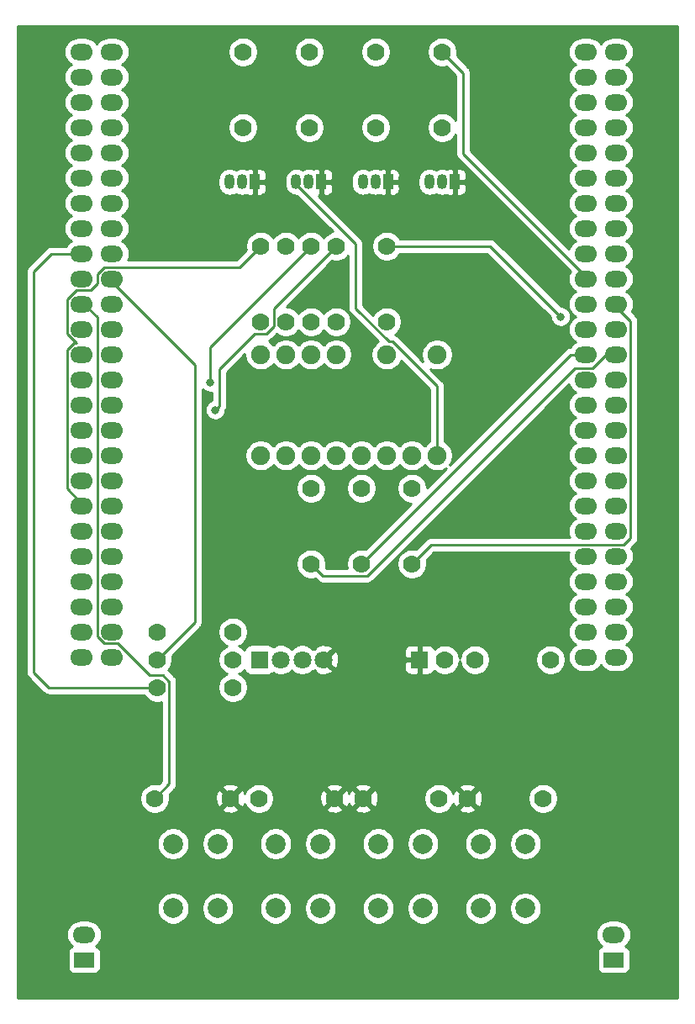
<source format=gbr>
%TF.GenerationSoftware,KiCad,Pcbnew,(5.1.10)-1*%
%TF.CreationDate,2021-07-08T21:42:34-07:00*%
%TF.ProjectId,299PCB,32393950-4342-42e6-9b69-6361645f7063,rev?*%
%TF.SameCoordinates,Original*%
%TF.FileFunction,Copper,L2,Bot*%
%TF.FilePolarity,Positive*%
%FSLAX46Y46*%
G04 Gerber Fmt 4.6, Leading zero omitted, Abs format (unit mm)*
G04 Created by KiCad (PCBNEW (5.1.10)-1) date 2021-07-08 21:42:34*
%MOMM*%
%LPD*%
G01*
G04 APERTURE LIST*
%TA.AperFunction,ComponentPad*%
%ADD10C,2.000000*%
%TD*%
%TA.AperFunction,ComponentPad*%
%ADD11C,1.905000*%
%TD*%
%TA.AperFunction,ComponentPad*%
%ADD12R,1.050000X1.500000*%
%TD*%
%TA.AperFunction,ComponentPad*%
%ADD13O,1.050000X1.500000*%
%TD*%
%TA.AperFunction,ComponentPad*%
%ADD14C,1.778000*%
%TD*%
%TA.AperFunction,ComponentPad*%
%ADD15R,2.032000X1.524000*%
%TD*%
%TA.AperFunction,ComponentPad*%
%ADD16O,2.286000X1.651000*%
%TD*%
%TA.AperFunction,ComponentPad*%
%ADD17R,1.778000X1.778000*%
%TD*%
%TA.AperFunction,ComponentPad*%
%ADD18R,1.800000X1.800000*%
%TD*%
%TA.AperFunction,ComponentPad*%
%ADD19C,1.800000*%
%TD*%
%TA.AperFunction,ViaPad*%
%ADD20C,0.800000*%
%TD*%
%TA.AperFunction,Conductor*%
%ADD21C,0.250000*%
%TD*%
%TA.AperFunction,Conductor*%
%ADD22C,0.254000*%
%TD*%
%TA.AperFunction,Conductor*%
%ADD23C,0.100000*%
%TD*%
G04 APERTURE END LIST*
D10*
%TO.P,SW3,2*%
%TO.N,+5V*%
X163478666Y-122936000D03*
%TO.P,SW3,1*%
%TO.N,PB3*%
X167978666Y-122936000D03*
%TO.P,SW3,2*%
%TO.N,+5V*%
X163478666Y-129436000D03*
%TO.P,SW3,1*%
%TO.N,PB3*%
X167978666Y-129436000D03*
%TD*%
D11*
%TO.P,U1,2*%
%TO.N,Net-(Q2-Pad3)*%
X154178000Y-83820000D03*
%TO.P,U1,3*%
%TO.N,Net-(R20-Pad2)*%
X156718000Y-83820000D03*
%TO.P,U1,4*%
%TO.N,Net-(U1-Pad4)*%
X159258000Y-83820000D03*
%TO.P,U1,5*%
%TO.N,Net-(R19-Pad2)*%
X161798000Y-83820000D03*
%TO.P,U1,6*%
%TO.N,Net-(Q3-Pad3)*%
X164338000Y-83820000D03*
%TO.P,U1,7*%
%TO.N,Net-(R18-Pad2)*%
X166878000Y-83820000D03*
%TO.P,U1,8*%
%TO.N,Net-(Q4-Pad3)*%
X169418000Y-83820000D03*
%TO.P,U1,1*%
%TO.N,Net-(Q1-Pad3)*%
X151638000Y-83820000D03*
%TO.P,U1,9*%
%TO.N,Net-(U1-Pad9)*%
X169418000Y-73660000D03*
%TO.P,U1,11*%
%TO.N,Net-(R6-Pad1)*%
X164338000Y-73660000D03*
%TO.P,U1,13*%
%TO.N,Net-(R7-Pad1)*%
X159258000Y-73660000D03*
%TO.P,U1,14*%
%TO.N,Net-(R8-Pad1)*%
X156718000Y-73660000D03*
%TO.P,U1,15*%
%TO.N,Net-(R9-Pad1)*%
X154178000Y-73660000D03*
%TO.P,U1,16*%
%TO.N,Net-(R10-Pad1)*%
X151638000Y-73660000D03*
%TD*%
D12*
%TO.P,Q3,1*%
%TO.N,GND*%
X171196000Y-56280999D03*
D13*
%TO.P,Q3,3*%
%TO.N,Net-(Q3-Pad3)*%
X168656000Y-56280999D03*
%TO.P,Q3,2*%
%TO.N,Net-(Q3-Pad2)*%
X169926000Y-56280999D03*
%TD*%
D14*
%TO.P,R4,2*%
%TO.N,GND*%
X172466000Y-118364000D03*
%TO.P,R4,1*%
%TO.N,PB4*%
X180086000Y-118364000D03*
%TD*%
%TO.P,R1,1*%
%TO.N,PB1*%
X140970000Y-118364000D03*
%TO.P,R1,2*%
%TO.N,GND*%
X148590000Y-118364000D03*
%TD*%
%TO.P,R7,2*%
%TO.N,7SEGC*%
X159258000Y-62738000D03*
%TO.P,R7,1*%
%TO.N,Net-(R7-Pad1)*%
X159258000Y-70358000D03*
%TD*%
%TO.P,R13,2*%
%TO.N,ALRMB*%
X141224000Y-107188000D03*
%TO.P,R13,1*%
%TO.N,Net-(D2-Pad3)*%
X148844000Y-107188000D03*
%TD*%
%TO.P,R17,1*%
%TO.N,DIGIT4*%
X156548668Y-43180000D03*
%TO.P,R17,2*%
%TO.N,Net-(Q4-Pad2)*%
X156548668Y-50800000D03*
%TD*%
%TO.P,R20,2*%
%TO.N,Net-(R20-Pad2)*%
X156718000Y-87122000D03*
%TO.P,R20,1*%
%TO.N,7SEGD*%
X156718000Y-94742000D03*
%TD*%
D15*
%TO.P,STM1,JP31*%
%TO.N,Net-(STM1-PadJP31)*%
X133858000Y-134618800D03*
D16*
%TO.P,STM1,JP32*%
%TO.N,Net-(STM1-PadJP32)*%
X133858000Y-132078800D03*
%TO.P,STM1,JP22*%
%TO.N,Net-(STM1-PadJP22)*%
X187198000Y-132078800D03*
D15*
%TO.P,STM1,JP21*%
%TO.N,Net-(STM1-PadJP21)*%
X187198000Y-134618800D03*
D16*
%TO.P,STM1,1-1*%
%TO.N,Net-(STM1-Pad1-1)*%
X187452000Y-104140000D03*
%TO.P,STM1,1-3*%
%TO.N,Net-(STM1-Pad1-3)*%
X187452000Y-101600000D03*
%TO.P,STM1,1-5*%
%TO.N,Net-(STM1-Pad1-5)*%
X187452000Y-99060000D03*
%TO.P,STM1,1-7*%
%TO.N,Net-(STM1-Pad1-7)*%
X187452000Y-96520000D03*
%TO.P,STM1,1-9*%
%TO.N,Net-(STM1-Pad1-9)*%
X187452000Y-93980000D03*
%TO.P,STM1,1-11*%
%TO.N,Net-(STM1-Pad1-11)*%
X187452000Y-91440000D03*
%TO.P,STM1,1-13*%
%TO.N,Net-(STM1-Pad1-13)*%
X187452000Y-88900000D03*
%TO.P,STM1,1-15*%
%TO.N,Net-(STM1-Pad1-15)*%
X187452000Y-86360000D03*
%TO.P,STM1,1-17*%
%TO.N,Net-(STM1-Pad1-17)*%
X187452000Y-83820000D03*
%TO.P,STM1,1-19*%
%TO.N,Net-(STM1-Pad1-19)*%
X187452000Y-81280000D03*
%TO.P,STM1,1-21*%
%TO.N,Net-(STM1-Pad1-21)*%
X187452000Y-78740000D03*
%TO.P,STM1,1-23*%
%TO.N,Net-(STM1-Pad1-23)*%
X187452000Y-76200000D03*
%TO.P,STM1,1-25*%
%TO.N,7SEGD*%
X187452000Y-73660000D03*
%TO.P,STM1,1-27*%
%TO.N,7SEGF*%
X187452000Y-71120000D03*
%TO.P,STM1,1-29*%
%TO.N,7SEGDP*%
X187452000Y-68580000D03*
%TO.P,STM1,1-31*%
%TO.N,DIGIT2*%
X187452000Y-66040000D03*
%TO.P,STM1,1-33*%
%TO.N,DIGIT4*%
X187452000Y-63500000D03*
%TO.P,STM1,1-35*%
%TO.N,Net-(STM1-Pad1-35)*%
X187452000Y-60960000D03*
%TO.P,STM1,1-37*%
%TO.N,Net-(STM1-Pad1-37)*%
X187452000Y-58420000D03*
%TO.P,STM1,1-39*%
%TO.N,Net-(STM1-Pad1-39)*%
X187452000Y-55880000D03*
%TO.P,STM1,1-41*%
%TO.N,PB4*%
X187452000Y-53340000D03*
%TO.P,STM1,1-43*%
%TO.N,Net-(STM1-Pad1-43)*%
X187452000Y-50800000D03*
%TO.P,STM1,1-45*%
%TO.N,Net-(STM1-Pad1-45)*%
X187452000Y-48260000D03*
%TO.P,STM1,1-47*%
%TO.N,Net-(STM1-Pad1-47)*%
X187452000Y-45720000D03*
%TO.P,STM1,1-49*%
%TO.N,Net-(STM1-Pad1-49)*%
X187452000Y-43180000D03*
%TO.P,STM1,1-2*%
%TO.N,Net-(STM1-Pad1-2)*%
X184404000Y-104140000D03*
%TO.P,STM1,1-4*%
%TO.N,Net-(STM1-Pad1-4)*%
X184404000Y-101600000D03*
%TO.P,STM1,1-6*%
%TO.N,Net-(STM1-Pad1-6)*%
X184404000Y-99060000D03*
%TO.P,STM1,1-8*%
%TO.N,Net-(STM1-Pad1-8)*%
X184404000Y-96520000D03*
%TO.P,STM1,1-10*%
%TO.N,Net-(STM1-Pad1-10)*%
X184404000Y-93980000D03*
%TO.P,STM1,1-12*%
%TO.N,Net-(STM1-Pad1-12)*%
X184404000Y-91440000D03*
%TO.P,STM1,1-14*%
%TO.N,Net-(STM1-Pad1-14)*%
X184404000Y-88900000D03*
%TO.P,STM1,1-16*%
%TO.N,Net-(STM1-Pad1-16)*%
X184404000Y-86360000D03*
%TO.P,STM1,1-18*%
%TO.N,Net-(STM1-Pad1-18)*%
X184404000Y-83820000D03*
%TO.P,STM1,1-20*%
%TO.N,Net-(STM1-Pad1-20)*%
X184404000Y-81280000D03*
%TO.P,STM1,1-22*%
%TO.N,Net-(STM1-Pad1-22)*%
X184404000Y-78740000D03*
%TO.P,STM1,1-24*%
%TO.N,Net-(STM1-Pad1-24)*%
X184404000Y-76200000D03*
%TO.P,STM1,1-26*%
%TO.N,7SEGE*%
X184404000Y-73660000D03*
%TO.P,STM1,1-28*%
%TO.N,7SEGG*%
X184404000Y-71120000D03*
%TO.P,STM1,1-30*%
%TO.N,DIGIT1*%
X184404000Y-68580000D03*
%TO.P,STM1,1-32*%
%TO.N,DIGIT3*%
X184404000Y-66040000D03*
%TO.P,STM1,1-34*%
%TO.N,Net-(STM1-Pad1-34)*%
X184404000Y-63500000D03*
%TO.P,STM1,1-36*%
%TO.N,Net-(STM1-Pad1-36)*%
X184404000Y-60960000D03*
%TO.P,STM1,1-38*%
%TO.N,Net-(STM1-Pad1-38)*%
X184404000Y-58420000D03*
%TO.P,STM1,1-40*%
%TO.N,PB3*%
X184404000Y-55880000D03*
%TO.P,STM1,1-42*%
%TO.N,Net-(STM1-Pad1-42)*%
X184404000Y-53340000D03*
%TO.P,STM1,1-44*%
%TO.N,Net-(STM1-Pad1-44)*%
X184404000Y-50800000D03*
%TO.P,STM1,1-46*%
%TO.N,Net-(STM1-Pad1-46)*%
X184404000Y-48260000D03*
%TO.P,STM1,1-48*%
%TO.N,Net-(STM1-Pad1-48)*%
X184404000Y-45720000D03*
%TO.P,STM1,1-50*%
%TO.N,Net-(STM1-Pad1-50)*%
X184404000Y-43180000D03*
%TO.P,STM1,2-1*%
%TO.N,Net-(STM1-Pad2-1)*%
X136652000Y-104140000D03*
%TO.P,STM1,2-3*%
%TO.N,Net-(STM1-Pad2-3)*%
X136652000Y-101600000D03*
%TO.P,STM1,2-5*%
%TO.N,Net-(STM1-Pad2-5)*%
X136652000Y-99060000D03*
%TO.P,STM1,2-7*%
%TO.N,Net-(STM1-Pad2-7)*%
X136652000Y-96520000D03*
%TO.P,STM1,2-9*%
%TO.N,Net-(STM1-Pad2-9)*%
X136652000Y-93980000D03*
%TO.P,STM1,2-11*%
%TO.N,7SEGC*%
X136652000Y-91440000D03*
%TO.P,STM1,2-13*%
%TO.N,7SEGA*%
X136652000Y-88900000D03*
%TO.P,STM1,2-15*%
%TO.N,Net-(STM1-Pad2-15)*%
X136652000Y-86360000D03*
%TO.P,STM1,2-17*%
%TO.N,Net-(STM1-Pad2-17)*%
X136652000Y-83820000D03*
%TO.P,STM1,2-19*%
%TO.N,Net-(STM1-Pad2-19)*%
X136652000Y-81280000D03*
%TO.P,STM1,2-21*%
%TO.N,Net-(STM1-Pad2-21)*%
X136652000Y-78740000D03*
%TO.P,STM1,2-23*%
%TO.N,Net-(STM1-Pad2-23)*%
X136652000Y-76200000D03*
%TO.P,STM1,2-25*%
%TO.N,Net-(STM1-Pad2-25)*%
X136652000Y-73660000D03*
%TO.P,STM1,2-27*%
%TO.N,PB2*%
X136652000Y-71120000D03*
%TO.P,STM1,2-29*%
%TO.N,Net-(STM1-Pad2-29)*%
X136652000Y-68580000D03*
%TO.P,STM1,2-31*%
%TO.N,ALRMG*%
X136652000Y-66040000D03*
%TO.P,STM1,2-33*%
%TO.N,ALRMR*%
X136652000Y-63500000D03*
%TO.P,STM1,2-35*%
%TO.N,Net-(STM1-Pad2-35)*%
X136652000Y-60960000D03*
%TO.P,STM1,2-37*%
%TO.N,Net-(STM1-Pad2-37)*%
X136652000Y-58420000D03*
%TO.P,STM1,2-39*%
%TO.N,Net-(STM1-Pad2-39)*%
X136652000Y-55880000D03*
%TO.P,STM1,2-41*%
%TO.N,Net-(STM1-Pad2-41)*%
X136652000Y-53340000D03*
%TO.P,STM1,2-43*%
%TO.N,Net-(STM1-Pad2-43)*%
X136652000Y-50800000D03*
%TO.P,STM1,2-45*%
%TO.N,Net-(STM1-Pad2-45)*%
X136652000Y-48260000D03*
%TO.P,STM1,2-47*%
%TO.N,Net-(STM1-Pad2-47)*%
X136652000Y-45720000D03*
%TO.P,STM1,2-49*%
%TO.N,Net-(STM1-Pad2-49)*%
X136652000Y-43180000D03*
%TO.P,STM1,2-2*%
%TO.N,Net-(STM1-Pad2-2)*%
X133604000Y-104140000D03*
%TO.P,STM1,2-4*%
%TO.N,Net-(STM1-Pad2-4)*%
X133604000Y-101600000D03*
%TO.P,STM1,2-6*%
%TO.N,Net-(STM1-Pad2-6)*%
X133604000Y-99060000D03*
%TO.P,STM1,2-8*%
%TO.N,Net-(STM1-Pad2-8)*%
X133604000Y-96520000D03*
%TO.P,STM1,2-10*%
%TO.N,Net-(STM1-Pad2-10)*%
X133604000Y-93980000D03*
%TO.P,STM1,2-12*%
%TO.N,Net-(STM1-Pad2-12)*%
X133604000Y-91440000D03*
%TO.P,STM1,2-14*%
%TO.N,7SEGB*%
X133604000Y-88900000D03*
%TO.P,STM1,2-16*%
%TO.N,Net-(STM1-Pad2-16)*%
X133604000Y-86360000D03*
%TO.P,STM1,2-18*%
%TO.N,Net-(STM1-Pad2-18)*%
X133604000Y-83820000D03*
%TO.P,STM1,2-20*%
%TO.N,Net-(STM1-Pad2-20)*%
X133604000Y-81280000D03*
%TO.P,STM1,2-22*%
%TO.N,Net-(STM1-Pad2-22)*%
X133604000Y-78740000D03*
%TO.P,STM1,2-24*%
%TO.N,Net-(STM1-Pad2-24)*%
X133604000Y-76200000D03*
%TO.P,STM1,2-26*%
%TO.N,Net-(STM1-Pad2-26)*%
X133604000Y-73660000D03*
%TO.P,STM1,2-28*%
%TO.N,Net-(STM1-Pad2-28)*%
X133604000Y-71120000D03*
%TO.P,STM1,2-30*%
%TO.N,PB1*%
X133604000Y-68580000D03*
%TO.P,STM1,2-32*%
%TO.N,Net-(STM1-Pad2-32)*%
X133604000Y-66040000D03*
%TO.P,STM1,2-34*%
%TO.N,ALRMB*%
X133604000Y-63500000D03*
%TO.P,STM1,2-36*%
%TO.N,AMPM*%
X133604000Y-60960000D03*
%TO.P,STM1,2-38*%
%TO.N,Net-(STM1-Pad2-38)*%
X133604000Y-58420000D03*
%TO.P,STM1,2-40*%
%TO.N,Net-(STM1-Pad2-40)*%
X133604000Y-55880000D03*
%TO.P,STM1,2-42*%
%TO.N,Net-(STM1-Pad2-42)*%
X133604000Y-53340000D03*
%TO.P,STM1,2-44*%
%TO.N,Net-(STM1-Pad2-44)*%
X133604000Y-50800000D03*
%TO.P,STM1,2-46*%
%TO.N,Net-(STM1-Pad2-46)*%
X133604000Y-48260000D03*
%TO.P,STM1,2-48*%
%TO.N,Net-(STM1-Pad2-48)*%
X133604000Y-45720000D03*
%TO.P,STM1,2-50*%
%TO.N,Net-(STM1-Pad2-50)*%
X133604000Y-43180000D03*
%TD*%
D14*
%TO.P,R9,2*%
%TO.N,7SEGG*%
X154178000Y-62738000D03*
%TO.P,R9,1*%
%TO.N,Net-(R9-Pad1)*%
X154178000Y-70358000D03*
%TD*%
D17*
%TO.P,D1,1*%
%TO.N,GND*%
X167640000Y-104394000D03*
D14*
%TO.P,D1,2*%
%TO.N,Net-(D1-Pad2)*%
X170180000Y-104394000D03*
%TD*%
D18*
%TO.P,D2,1*%
%TO.N,Net-(D2-Pad1)*%
X151511000Y-104394000D03*
D19*
%TO.P,D2,2*%
%TO.N,Net-(D2-Pad2)*%
X153670000Y-104394000D03*
%TO.P,D2,3*%
%TO.N,Net-(D2-Pad3)*%
X155829000Y-104394000D03*
%TO.P,D2,4*%
%TO.N,GND*%
X157988000Y-104394000D03*
%TD*%
D13*
%TO.P,Q1,2*%
%TO.N,Net-(Q1-Pad2)*%
X163209000Y-56280999D03*
%TO.P,Q1,3*%
%TO.N,Net-(Q1-Pad3)*%
X161939000Y-56280999D03*
D12*
%TO.P,Q1,1*%
%TO.N,GND*%
X164479000Y-56280999D03*
%TD*%
%TO.P,Q2,1*%
%TO.N,GND*%
X151044999Y-56280999D03*
D13*
%TO.P,Q2,3*%
%TO.N,Net-(Q2-Pad3)*%
X148504999Y-56280999D03*
%TO.P,Q2,2*%
%TO.N,Net-(Q2-Pad2)*%
X149774999Y-56280999D03*
%TD*%
%TO.P,Q4,2*%
%TO.N,Net-(Q4-Pad2)*%
X156492000Y-56280999D03*
%TO.P,Q4,3*%
%TO.N,Net-(Q4-Pad3)*%
X155222000Y-56280999D03*
D12*
%TO.P,Q4,1*%
%TO.N,GND*%
X157762000Y-56280999D03*
%TD*%
D14*
%TO.P,R2,2*%
%TO.N,GND*%
X159088666Y-118364000D03*
%TO.P,R2,1*%
%TO.N,PB2*%
X151468666Y-118364000D03*
%TD*%
%TO.P,R3,1*%
%TO.N,PB3*%
X169587332Y-118364000D03*
%TO.P,R3,2*%
%TO.N,GND*%
X161967332Y-118364000D03*
%TD*%
%TO.P,R5,1*%
%TO.N,DIGIT1*%
X163237334Y-43180000D03*
%TO.P,R5,2*%
%TO.N,Net-(Q1-Pad2)*%
X163237334Y-50800000D03*
%TD*%
%TO.P,R6,1*%
%TO.N,Net-(R6-Pad1)*%
X164338000Y-70358000D03*
%TO.P,R6,2*%
%TO.N,7SEGF*%
X164338000Y-62738000D03*
%TD*%
%TO.P,R8,1*%
%TO.N,Net-(R8-Pad1)*%
X156718000Y-70358000D03*
%TO.P,R8,2*%
%TO.N,7SEGA*%
X156718000Y-62738000D03*
%TD*%
%TO.P,R10,1*%
%TO.N,Net-(R10-Pad1)*%
X151638000Y-70358000D03*
%TO.P,R10,2*%
%TO.N,7SEGB*%
X151638000Y-62738000D03*
%TD*%
%TO.P,R11,2*%
%TO.N,Net-(Q2-Pad2)*%
X149860000Y-50800000D03*
%TO.P,R11,1*%
%TO.N,DIGIT2*%
X149860000Y-43180000D03*
%TD*%
%TO.P,R12,1*%
%TO.N,Net-(D2-Pad1)*%
X148844000Y-104394000D03*
%TO.P,R12,2*%
%TO.N,ALRMG*%
X141224000Y-104394000D03*
%TD*%
%TO.P,R14,2*%
%TO.N,ALRMR*%
X141224000Y-101600000D03*
%TO.P,R14,1*%
%TO.N,Net-(D2-Pad2)*%
X148844000Y-101600000D03*
%TD*%
%TO.P,R15,2*%
%TO.N,Net-(Q3-Pad2)*%
X169926000Y-50800000D03*
%TO.P,R15,1*%
%TO.N,DIGIT3*%
X169926000Y-43180000D03*
%TD*%
%TO.P,R16,1*%
%TO.N,Net-(D1-Pad2)*%
X173228000Y-104394000D03*
%TO.P,R16,2*%
%TO.N,AMPM*%
X180848000Y-104394000D03*
%TD*%
%TO.P,R18,2*%
%TO.N,Net-(R18-Pad2)*%
X166878000Y-87122000D03*
%TO.P,R18,1*%
%TO.N,7SEGDP*%
X166878000Y-94742000D03*
%TD*%
%TO.P,R19,1*%
%TO.N,7SEGE*%
X161798000Y-94742000D03*
%TO.P,R19,2*%
%TO.N,Net-(R19-Pad2)*%
X161798000Y-87122000D03*
%TD*%
D10*
%TO.P,SW1,2*%
%TO.N,+5V*%
X142820000Y-122936000D03*
%TO.P,SW1,1*%
%TO.N,PB1*%
X147320000Y-122936000D03*
%TO.P,SW1,2*%
%TO.N,+5V*%
X142820000Y-129436000D03*
%TO.P,SW1,1*%
%TO.N,PB1*%
X147320000Y-129436000D03*
%TD*%
%TO.P,SW2,1*%
%TO.N,PB2*%
X157649333Y-129436000D03*
%TO.P,SW2,2*%
%TO.N,+5V*%
X153149333Y-129436000D03*
%TO.P,SW2,1*%
%TO.N,PB2*%
X157649333Y-122936000D03*
%TO.P,SW2,2*%
%TO.N,+5V*%
X153149333Y-122936000D03*
%TD*%
%TO.P,SW4,1*%
%TO.N,PB4*%
X178308000Y-129436000D03*
%TO.P,SW4,2*%
%TO.N,+5V*%
X173808000Y-129436000D03*
%TO.P,SW4,1*%
%TO.N,PB4*%
X178308000Y-122936000D03*
%TO.P,SW4,2*%
%TO.N,+5V*%
X173808000Y-122936000D03*
%TD*%
D20*
%TO.N,7SEGF*%
X181864000Y-69850000D03*
%TO.N,7SEGC*%
X147070653Y-79252653D03*
%TO.N,7SEGA*%
X146558000Y-76454000D03*
%TD*%
D21*
%TO.N,Net-(Q4-Pad3)*%
X155222000Y-56505999D02*
X161200001Y-62484000D01*
X155222000Y-56280999D02*
X155222000Y-56505999D01*
X169418000Y-76849298D02*
X169418000Y-83820000D01*
X164951201Y-72382499D02*
X169418000Y-76849298D01*
X164565777Y-72382499D02*
X164951201Y-72382499D01*
X161200001Y-69016723D02*
X164565777Y-72382499D01*
X161200001Y-62484000D02*
X161200001Y-69016723D01*
%TO.N,PB1*%
X141806721Y-105973999D02*
X142438001Y-106605279D01*
X140430565Y-105973999D02*
X141806721Y-105973999D01*
X137207076Y-102750510D02*
X140430565Y-105973999D01*
X142438001Y-106605279D02*
X142438001Y-116895999D01*
X135857944Y-102750510D02*
X137207076Y-102750510D01*
X135183990Y-102076556D02*
X135857944Y-102750510D01*
X142438001Y-116895999D02*
X140970000Y-118364000D01*
X135183990Y-69905990D02*
X135183990Y-102076556D01*
X133858000Y-68580000D02*
X135183990Y-69905990D01*
%TO.N,7SEGF*%
X174752000Y-62738000D02*
X181864000Y-69850000D01*
X164338000Y-62738000D02*
X174752000Y-62738000D01*
%TO.N,7SEGC*%
X152963999Y-69032001D02*
X159258000Y-62738000D01*
X152220721Y-71572001D02*
X152963999Y-70828723D01*
X151055279Y-71572001D02*
X152220721Y-71572001D01*
X147470652Y-75156628D02*
X151055279Y-71572001D01*
X147470652Y-78852654D02*
X147470652Y-75156628D01*
X152963999Y-70828723D02*
X152963999Y-69032001D01*
X147070653Y-79252653D02*
X147470652Y-78852654D01*
%TO.N,7SEGA*%
X146558000Y-72898000D02*
X156718000Y-62738000D01*
X146558000Y-76454000D02*
X146558000Y-72898000D01*
%TO.N,7SEGB*%
X149486510Y-64889490D02*
X151638000Y-62738000D01*
X135857944Y-64889490D02*
X149486510Y-64889490D01*
X135183990Y-66516556D02*
X135183990Y-65563444D01*
X135183990Y-65563444D02*
X135857944Y-64889490D01*
X133048924Y-67190510D02*
X134510036Y-67190510D01*
X132135990Y-68103444D02*
X133048924Y-67190510D01*
X132135990Y-71596556D02*
X132135990Y-68103444D01*
X132809944Y-72509490D02*
X133048924Y-72509490D01*
X132135990Y-73183444D02*
X132809944Y-72509490D01*
X134510036Y-67190510D02*
X135183990Y-66516556D01*
X132135990Y-87177990D02*
X132135990Y-73183444D01*
X133048924Y-72509490D02*
X132135990Y-71596556D01*
X133858000Y-88900000D02*
X132135990Y-87177990D01*
%TO.N,ALRMG*%
X136398000Y-66040000D02*
X145034000Y-74676000D01*
X145034000Y-100584000D02*
X141224000Y-104394000D01*
X145034000Y-74676000D02*
X145034000Y-100584000D01*
%TO.N,ALRMB*%
X128778000Y-105664000D02*
X130302000Y-107188000D01*
X130302000Y-107188000D02*
X141224000Y-107188000D01*
X128778000Y-65278000D02*
X128778000Y-105664000D01*
X130556000Y-63500000D02*
X128778000Y-65278000D01*
X133858000Y-63500000D02*
X130556000Y-63500000D01*
%TO.N,DIGIT3*%
X172046001Y-53428001D02*
X184658000Y-66040000D01*
X172046001Y-45300001D02*
X172046001Y-53428001D01*
X169926000Y-43180000D02*
X172046001Y-45300001D01*
%TO.N,7SEGDP*%
X168790510Y-92829490D02*
X166878000Y-94742000D01*
X188246056Y-92829490D02*
X168790510Y-92829490D01*
X188920010Y-92155536D02*
X188246056Y-92829490D01*
X188920010Y-70302010D02*
X188920010Y-92155536D01*
X187198000Y-68580000D02*
X188920010Y-70302010D01*
%TO.N,7SEGE*%
X182880000Y-73660000D02*
X161798000Y-94742000D01*
X184658000Y-73660000D02*
X182880000Y-73660000D01*
%TO.N,7SEGD*%
X157932001Y-95956001D02*
X156718000Y-94742000D01*
X162380721Y-95956001D02*
X157932001Y-95956001D01*
X183287232Y-75049490D02*
X162380721Y-95956001D01*
X185046510Y-75049490D02*
X183287232Y-75049490D01*
X186436000Y-73660000D02*
X185046510Y-75049490D01*
X187198000Y-73660000D02*
X186436000Y-73660000D01*
%TD*%
D22*
%TO.N,GND*%
X193625001Y-138507000D02*
X127177000Y-138507000D01*
X127177000Y-132078800D01*
X132072934Y-132078800D01*
X132101133Y-132365108D01*
X132184646Y-132640413D01*
X132320263Y-132894136D01*
X132502774Y-133116526D01*
X132662560Y-133247659D01*
X132597820Y-133267298D01*
X132487506Y-133326263D01*
X132390815Y-133405615D01*
X132311463Y-133502306D01*
X132252498Y-133612620D01*
X132216188Y-133732318D01*
X132203928Y-133856800D01*
X132203928Y-135380800D01*
X132216188Y-135505282D01*
X132252498Y-135624980D01*
X132311463Y-135735294D01*
X132390815Y-135831985D01*
X132487506Y-135911337D01*
X132597820Y-135970302D01*
X132717518Y-136006612D01*
X132842000Y-136018872D01*
X134874000Y-136018872D01*
X134998482Y-136006612D01*
X135118180Y-135970302D01*
X135228494Y-135911337D01*
X135325185Y-135831985D01*
X135404537Y-135735294D01*
X135463502Y-135624980D01*
X135499812Y-135505282D01*
X135512072Y-135380800D01*
X135512072Y-133856800D01*
X135499812Y-133732318D01*
X135463502Y-133612620D01*
X135404537Y-133502306D01*
X135325185Y-133405615D01*
X135228494Y-133326263D01*
X135118180Y-133267298D01*
X135053440Y-133247659D01*
X135213226Y-133116526D01*
X135395737Y-132894136D01*
X135531354Y-132640413D01*
X135614867Y-132365108D01*
X135643066Y-132078800D01*
X185412934Y-132078800D01*
X185441133Y-132365108D01*
X185524646Y-132640413D01*
X185660263Y-132894136D01*
X185842774Y-133116526D01*
X186002560Y-133247659D01*
X185937820Y-133267298D01*
X185827506Y-133326263D01*
X185730815Y-133405615D01*
X185651463Y-133502306D01*
X185592498Y-133612620D01*
X185556188Y-133732318D01*
X185543928Y-133856800D01*
X185543928Y-135380800D01*
X185556188Y-135505282D01*
X185592498Y-135624980D01*
X185651463Y-135735294D01*
X185730815Y-135831985D01*
X185827506Y-135911337D01*
X185937820Y-135970302D01*
X186057518Y-136006612D01*
X186182000Y-136018872D01*
X188214000Y-136018872D01*
X188338482Y-136006612D01*
X188458180Y-135970302D01*
X188568494Y-135911337D01*
X188665185Y-135831985D01*
X188744537Y-135735294D01*
X188803502Y-135624980D01*
X188839812Y-135505282D01*
X188852072Y-135380800D01*
X188852072Y-133856800D01*
X188839812Y-133732318D01*
X188803502Y-133612620D01*
X188744537Y-133502306D01*
X188665185Y-133405615D01*
X188568494Y-133326263D01*
X188458180Y-133267298D01*
X188393440Y-133247659D01*
X188553226Y-133116526D01*
X188735737Y-132894136D01*
X188871354Y-132640413D01*
X188954867Y-132365108D01*
X188983066Y-132078800D01*
X188954867Y-131792492D01*
X188871354Y-131517187D01*
X188735737Y-131263464D01*
X188553226Y-131041074D01*
X188330836Y-130858563D01*
X188077113Y-130722946D01*
X187801808Y-130639433D01*
X187587242Y-130618300D01*
X186808758Y-130618300D01*
X186594192Y-130639433D01*
X186318887Y-130722946D01*
X186065164Y-130858563D01*
X185842774Y-131041074D01*
X185660263Y-131263464D01*
X185524646Y-131517187D01*
X185441133Y-131792492D01*
X185412934Y-132078800D01*
X135643066Y-132078800D01*
X135614867Y-131792492D01*
X135531354Y-131517187D01*
X135395737Y-131263464D01*
X135213226Y-131041074D01*
X134990836Y-130858563D01*
X134737113Y-130722946D01*
X134461808Y-130639433D01*
X134247242Y-130618300D01*
X133468758Y-130618300D01*
X133254192Y-130639433D01*
X132978887Y-130722946D01*
X132725164Y-130858563D01*
X132502774Y-131041074D01*
X132320263Y-131263464D01*
X132184646Y-131517187D01*
X132101133Y-131792492D01*
X132072934Y-132078800D01*
X127177000Y-132078800D01*
X127177000Y-129274967D01*
X141185000Y-129274967D01*
X141185000Y-129597033D01*
X141247832Y-129912912D01*
X141371082Y-130210463D01*
X141550013Y-130478252D01*
X141777748Y-130705987D01*
X142045537Y-130884918D01*
X142343088Y-131008168D01*
X142658967Y-131071000D01*
X142981033Y-131071000D01*
X143296912Y-131008168D01*
X143594463Y-130884918D01*
X143862252Y-130705987D01*
X144089987Y-130478252D01*
X144268918Y-130210463D01*
X144392168Y-129912912D01*
X144455000Y-129597033D01*
X144455000Y-129274967D01*
X145685000Y-129274967D01*
X145685000Y-129597033D01*
X145747832Y-129912912D01*
X145871082Y-130210463D01*
X146050013Y-130478252D01*
X146277748Y-130705987D01*
X146545537Y-130884918D01*
X146843088Y-131008168D01*
X147158967Y-131071000D01*
X147481033Y-131071000D01*
X147796912Y-131008168D01*
X148094463Y-130884918D01*
X148362252Y-130705987D01*
X148589987Y-130478252D01*
X148768918Y-130210463D01*
X148892168Y-129912912D01*
X148955000Y-129597033D01*
X148955000Y-129274967D01*
X151514333Y-129274967D01*
X151514333Y-129597033D01*
X151577165Y-129912912D01*
X151700415Y-130210463D01*
X151879346Y-130478252D01*
X152107081Y-130705987D01*
X152374870Y-130884918D01*
X152672421Y-131008168D01*
X152988300Y-131071000D01*
X153310366Y-131071000D01*
X153626245Y-131008168D01*
X153923796Y-130884918D01*
X154191585Y-130705987D01*
X154419320Y-130478252D01*
X154598251Y-130210463D01*
X154721501Y-129912912D01*
X154784333Y-129597033D01*
X154784333Y-129274967D01*
X156014333Y-129274967D01*
X156014333Y-129597033D01*
X156077165Y-129912912D01*
X156200415Y-130210463D01*
X156379346Y-130478252D01*
X156607081Y-130705987D01*
X156874870Y-130884918D01*
X157172421Y-131008168D01*
X157488300Y-131071000D01*
X157810366Y-131071000D01*
X158126245Y-131008168D01*
X158423796Y-130884918D01*
X158691585Y-130705987D01*
X158919320Y-130478252D01*
X159098251Y-130210463D01*
X159221501Y-129912912D01*
X159284333Y-129597033D01*
X159284333Y-129274967D01*
X161843666Y-129274967D01*
X161843666Y-129597033D01*
X161906498Y-129912912D01*
X162029748Y-130210463D01*
X162208679Y-130478252D01*
X162436414Y-130705987D01*
X162704203Y-130884918D01*
X163001754Y-131008168D01*
X163317633Y-131071000D01*
X163639699Y-131071000D01*
X163955578Y-131008168D01*
X164253129Y-130884918D01*
X164520918Y-130705987D01*
X164748653Y-130478252D01*
X164927584Y-130210463D01*
X165050834Y-129912912D01*
X165113666Y-129597033D01*
X165113666Y-129274967D01*
X166343666Y-129274967D01*
X166343666Y-129597033D01*
X166406498Y-129912912D01*
X166529748Y-130210463D01*
X166708679Y-130478252D01*
X166936414Y-130705987D01*
X167204203Y-130884918D01*
X167501754Y-131008168D01*
X167817633Y-131071000D01*
X168139699Y-131071000D01*
X168455578Y-131008168D01*
X168753129Y-130884918D01*
X169020918Y-130705987D01*
X169248653Y-130478252D01*
X169427584Y-130210463D01*
X169550834Y-129912912D01*
X169613666Y-129597033D01*
X169613666Y-129274967D01*
X172173000Y-129274967D01*
X172173000Y-129597033D01*
X172235832Y-129912912D01*
X172359082Y-130210463D01*
X172538013Y-130478252D01*
X172765748Y-130705987D01*
X173033537Y-130884918D01*
X173331088Y-131008168D01*
X173646967Y-131071000D01*
X173969033Y-131071000D01*
X174284912Y-131008168D01*
X174582463Y-130884918D01*
X174850252Y-130705987D01*
X175077987Y-130478252D01*
X175256918Y-130210463D01*
X175380168Y-129912912D01*
X175443000Y-129597033D01*
X175443000Y-129274967D01*
X176673000Y-129274967D01*
X176673000Y-129597033D01*
X176735832Y-129912912D01*
X176859082Y-130210463D01*
X177038013Y-130478252D01*
X177265748Y-130705987D01*
X177533537Y-130884918D01*
X177831088Y-131008168D01*
X178146967Y-131071000D01*
X178469033Y-131071000D01*
X178784912Y-131008168D01*
X179082463Y-130884918D01*
X179350252Y-130705987D01*
X179577987Y-130478252D01*
X179756918Y-130210463D01*
X179880168Y-129912912D01*
X179943000Y-129597033D01*
X179943000Y-129274967D01*
X179880168Y-128959088D01*
X179756918Y-128661537D01*
X179577987Y-128393748D01*
X179350252Y-128166013D01*
X179082463Y-127987082D01*
X178784912Y-127863832D01*
X178469033Y-127801000D01*
X178146967Y-127801000D01*
X177831088Y-127863832D01*
X177533537Y-127987082D01*
X177265748Y-128166013D01*
X177038013Y-128393748D01*
X176859082Y-128661537D01*
X176735832Y-128959088D01*
X176673000Y-129274967D01*
X175443000Y-129274967D01*
X175380168Y-128959088D01*
X175256918Y-128661537D01*
X175077987Y-128393748D01*
X174850252Y-128166013D01*
X174582463Y-127987082D01*
X174284912Y-127863832D01*
X173969033Y-127801000D01*
X173646967Y-127801000D01*
X173331088Y-127863832D01*
X173033537Y-127987082D01*
X172765748Y-128166013D01*
X172538013Y-128393748D01*
X172359082Y-128661537D01*
X172235832Y-128959088D01*
X172173000Y-129274967D01*
X169613666Y-129274967D01*
X169550834Y-128959088D01*
X169427584Y-128661537D01*
X169248653Y-128393748D01*
X169020918Y-128166013D01*
X168753129Y-127987082D01*
X168455578Y-127863832D01*
X168139699Y-127801000D01*
X167817633Y-127801000D01*
X167501754Y-127863832D01*
X167204203Y-127987082D01*
X166936414Y-128166013D01*
X166708679Y-128393748D01*
X166529748Y-128661537D01*
X166406498Y-128959088D01*
X166343666Y-129274967D01*
X165113666Y-129274967D01*
X165050834Y-128959088D01*
X164927584Y-128661537D01*
X164748653Y-128393748D01*
X164520918Y-128166013D01*
X164253129Y-127987082D01*
X163955578Y-127863832D01*
X163639699Y-127801000D01*
X163317633Y-127801000D01*
X163001754Y-127863832D01*
X162704203Y-127987082D01*
X162436414Y-128166013D01*
X162208679Y-128393748D01*
X162029748Y-128661537D01*
X161906498Y-128959088D01*
X161843666Y-129274967D01*
X159284333Y-129274967D01*
X159221501Y-128959088D01*
X159098251Y-128661537D01*
X158919320Y-128393748D01*
X158691585Y-128166013D01*
X158423796Y-127987082D01*
X158126245Y-127863832D01*
X157810366Y-127801000D01*
X157488300Y-127801000D01*
X157172421Y-127863832D01*
X156874870Y-127987082D01*
X156607081Y-128166013D01*
X156379346Y-128393748D01*
X156200415Y-128661537D01*
X156077165Y-128959088D01*
X156014333Y-129274967D01*
X154784333Y-129274967D01*
X154721501Y-128959088D01*
X154598251Y-128661537D01*
X154419320Y-128393748D01*
X154191585Y-128166013D01*
X153923796Y-127987082D01*
X153626245Y-127863832D01*
X153310366Y-127801000D01*
X152988300Y-127801000D01*
X152672421Y-127863832D01*
X152374870Y-127987082D01*
X152107081Y-128166013D01*
X151879346Y-128393748D01*
X151700415Y-128661537D01*
X151577165Y-128959088D01*
X151514333Y-129274967D01*
X148955000Y-129274967D01*
X148892168Y-128959088D01*
X148768918Y-128661537D01*
X148589987Y-128393748D01*
X148362252Y-128166013D01*
X148094463Y-127987082D01*
X147796912Y-127863832D01*
X147481033Y-127801000D01*
X147158967Y-127801000D01*
X146843088Y-127863832D01*
X146545537Y-127987082D01*
X146277748Y-128166013D01*
X146050013Y-128393748D01*
X145871082Y-128661537D01*
X145747832Y-128959088D01*
X145685000Y-129274967D01*
X144455000Y-129274967D01*
X144392168Y-128959088D01*
X144268918Y-128661537D01*
X144089987Y-128393748D01*
X143862252Y-128166013D01*
X143594463Y-127987082D01*
X143296912Y-127863832D01*
X142981033Y-127801000D01*
X142658967Y-127801000D01*
X142343088Y-127863832D01*
X142045537Y-127987082D01*
X141777748Y-128166013D01*
X141550013Y-128393748D01*
X141371082Y-128661537D01*
X141247832Y-128959088D01*
X141185000Y-129274967D01*
X127177000Y-129274967D01*
X127177000Y-122774967D01*
X141185000Y-122774967D01*
X141185000Y-123097033D01*
X141247832Y-123412912D01*
X141371082Y-123710463D01*
X141550013Y-123978252D01*
X141777748Y-124205987D01*
X142045537Y-124384918D01*
X142343088Y-124508168D01*
X142658967Y-124571000D01*
X142981033Y-124571000D01*
X143296912Y-124508168D01*
X143594463Y-124384918D01*
X143862252Y-124205987D01*
X144089987Y-123978252D01*
X144268918Y-123710463D01*
X144392168Y-123412912D01*
X144455000Y-123097033D01*
X144455000Y-122774967D01*
X145685000Y-122774967D01*
X145685000Y-123097033D01*
X145747832Y-123412912D01*
X145871082Y-123710463D01*
X146050013Y-123978252D01*
X146277748Y-124205987D01*
X146545537Y-124384918D01*
X146843088Y-124508168D01*
X147158967Y-124571000D01*
X147481033Y-124571000D01*
X147796912Y-124508168D01*
X148094463Y-124384918D01*
X148362252Y-124205987D01*
X148589987Y-123978252D01*
X148768918Y-123710463D01*
X148892168Y-123412912D01*
X148955000Y-123097033D01*
X148955000Y-122774967D01*
X151514333Y-122774967D01*
X151514333Y-123097033D01*
X151577165Y-123412912D01*
X151700415Y-123710463D01*
X151879346Y-123978252D01*
X152107081Y-124205987D01*
X152374870Y-124384918D01*
X152672421Y-124508168D01*
X152988300Y-124571000D01*
X153310366Y-124571000D01*
X153626245Y-124508168D01*
X153923796Y-124384918D01*
X154191585Y-124205987D01*
X154419320Y-123978252D01*
X154598251Y-123710463D01*
X154721501Y-123412912D01*
X154784333Y-123097033D01*
X154784333Y-122774967D01*
X156014333Y-122774967D01*
X156014333Y-123097033D01*
X156077165Y-123412912D01*
X156200415Y-123710463D01*
X156379346Y-123978252D01*
X156607081Y-124205987D01*
X156874870Y-124384918D01*
X157172421Y-124508168D01*
X157488300Y-124571000D01*
X157810366Y-124571000D01*
X158126245Y-124508168D01*
X158423796Y-124384918D01*
X158691585Y-124205987D01*
X158919320Y-123978252D01*
X159098251Y-123710463D01*
X159221501Y-123412912D01*
X159284333Y-123097033D01*
X159284333Y-122774967D01*
X161843666Y-122774967D01*
X161843666Y-123097033D01*
X161906498Y-123412912D01*
X162029748Y-123710463D01*
X162208679Y-123978252D01*
X162436414Y-124205987D01*
X162704203Y-124384918D01*
X163001754Y-124508168D01*
X163317633Y-124571000D01*
X163639699Y-124571000D01*
X163955578Y-124508168D01*
X164253129Y-124384918D01*
X164520918Y-124205987D01*
X164748653Y-123978252D01*
X164927584Y-123710463D01*
X165050834Y-123412912D01*
X165113666Y-123097033D01*
X165113666Y-122774967D01*
X166343666Y-122774967D01*
X166343666Y-123097033D01*
X166406498Y-123412912D01*
X166529748Y-123710463D01*
X166708679Y-123978252D01*
X166936414Y-124205987D01*
X167204203Y-124384918D01*
X167501754Y-124508168D01*
X167817633Y-124571000D01*
X168139699Y-124571000D01*
X168455578Y-124508168D01*
X168753129Y-124384918D01*
X169020918Y-124205987D01*
X169248653Y-123978252D01*
X169427584Y-123710463D01*
X169550834Y-123412912D01*
X169613666Y-123097033D01*
X169613666Y-122774967D01*
X172173000Y-122774967D01*
X172173000Y-123097033D01*
X172235832Y-123412912D01*
X172359082Y-123710463D01*
X172538013Y-123978252D01*
X172765748Y-124205987D01*
X173033537Y-124384918D01*
X173331088Y-124508168D01*
X173646967Y-124571000D01*
X173969033Y-124571000D01*
X174284912Y-124508168D01*
X174582463Y-124384918D01*
X174850252Y-124205987D01*
X175077987Y-123978252D01*
X175256918Y-123710463D01*
X175380168Y-123412912D01*
X175443000Y-123097033D01*
X175443000Y-122774967D01*
X176673000Y-122774967D01*
X176673000Y-123097033D01*
X176735832Y-123412912D01*
X176859082Y-123710463D01*
X177038013Y-123978252D01*
X177265748Y-124205987D01*
X177533537Y-124384918D01*
X177831088Y-124508168D01*
X178146967Y-124571000D01*
X178469033Y-124571000D01*
X178784912Y-124508168D01*
X179082463Y-124384918D01*
X179350252Y-124205987D01*
X179577987Y-123978252D01*
X179756918Y-123710463D01*
X179880168Y-123412912D01*
X179943000Y-123097033D01*
X179943000Y-122774967D01*
X179880168Y-122459088D01*
X179756918Y-122161537D01*
X179577987Y-121893748D01*
X179350252Y-121666013D01*
X179082463Y-121487082D01*
X178784912Y-121363832D01*
X178469033Y-121301000D01*
X178146967Y-121301000D01*
X177831088Y-121363832D01*
X177533537Y-121487082D01*
X177265748Y-121666013D01*
X177038013Y-121893748D01*
X176859082Y-122161537D01*
X176735832Y-122459088D01*
X176673000Y-122774967D01*
X175443000Y-122774967D01*
X175380168Y-122459088D01*
X175256918Y-122161537D01*
X175077987Y-121893748D01*
X174850252Y-121666013D01*
X174582463Y-121487082D01*
X174284912Y-121363832D01*
X173969033Y-121301000D01*
X173646967Y-121301000D01*
X173331088Y-121363832D01*
X173033537Y-121487082D01*
X172765748Y-121666013D01*
X172538013Y-121893748D01*
X172359082Y-122161537D01*
X172235832Y-122459088D01*
X172173000Y-122774967D01*
X169613666Y-122774967D01*
X169550834Y-122459088D01*
X169427584Y-122161537D01*
X169248653Y-121893748D01*
X169020918Y-121666013D01*
X168753129Y-121487082D01*
X168455578Y-121363832D01*
X168139699Y-121301000D01*
X167817633Y-121301000D01*
X167501754Y-121363832D01*
X167204203Y-121487082D01*
X166936414Y-121666013D01*
X166708679Y-121893748D01*
X166529748Y-122161537D01*
X166406498Y-122459088D01*
X166343666Y-122774967D01*
X165113666Y-122774967D01*
X165050834Y-122459088D01*
X164927584Y-122161537D01*
X164748653Y-121893748D01*
X164520918Y-121666013D01*
X164253129Y-121487082D01*
X163955578Y-121363832D01*
X163639699Y-121301000D01*
X163317633Y-121301000D01*
X163001754Y-121363832D01*
X162704203Y-121487082D01*
X162436414Y-121666013D01*
X162208679Y-121893748D01*
X162029748Y-122161537D01*
X161906498Y-122459088D01*
X161843666Y-122774967D01*
X159284333Y-122774967D01*
X159221501Y-122459088D01*
X159098251Y-122161537D01*
X158919320Y-121893748D01*
X158691585Y-121666013D01*
X158423796Y-121487082D01*
X158126245Y-121363832D01*
X157810366Y-121301000D01*
X157488300Y-121301000D01*
X157172421Y-121363832D01*
X156874870Y-121487082D01*
X156607081Y-121666013D01*
X156379346Y-121893748D01*
X156200415Y-122161537D01*
X156077165Y-122459088D01*
X156014333Y-122774967D01*
X154784333Y-122774967D01*
X154721501Y-122459088D01*
X154598251Y-122161537D01*
X154419320Y-121893748D01*
X154191585Y-121666013D01*
X153923796Y-121487082D01*
X153626245Y-121363832D01*
X153310366Y-121301000D01*
X152988300Y-121301000D01*
X152672421Y-121363832D01*
X152374870Y-121487082D01*
X152107081Y-121666013D01*
X151879346Y-121893748D01*
X151700415Y-122161537D01*
X151577165Y-122459088D01*
X151514333Y-122774967D01*
X148955000Y-122774967D01*
X148892168Y-122459088D01*
X148768918Y-122161537D01*
X148589987Y-121893748D01*
X148362252Y-121666013D01*
X148094463Y-121487082D01*
X147796912Y-121363832D01*
X147481033Y-121301000D01*
X147158967Y-121301000D01*
X146843088Y-121363832D01*
X146545537Y-121487082D01*
X146277748Y-121666013D01*
X146050013Y-121893748D01*
X145871082Y-122161537D01*
X145747832Y-122459088D01*
X145685000Y-122774967D01*
X144455000Y-122774967D01*
X144392168Y-122459088D01*
X144268918Y-122161537D01*
X144089987Y-121893748D01*
X143862252Y-121666013D01*
X143594463Y-121487082D01*
X143296912Y-121363832D01*
X142981033Y-121301000D01*
X142658967Y-121301000D01*
X142343088Y-121363832D01*
X142045537Y-121487082D01*
X141777748Y-121666013D01*
X141550013Y-121893748D01*
X141371082Y-122161537D01*
X141247832Y-122459088D01*
X141185000Y-122774967D01*
X127177000Y-122774967D01*
X127177000Y-65278000D01*
X128014324Y-65278000D01*
X128018000Y-65315322D01*
X128018001Y-105626667D01*
X128014324Y-105664000D01*
X128018001Y-105701333D01*
X128028998Y-105812986D01*
X128042130Y-105856276D01*
X128072454Y-105956246D01*
X128143026Y-106088276D01*
X128214201Y-106175002D01*
X128238000Y-106204001D01*
X128266998Y-106227799D01*
X129738205Y-107699008D01*
X129761999Y-107728001D01*
X129790992Y-107751795D01*
X129790996Y-107751799D01*
X129861685Y-107809811D01*
X129877724Y-107822974D01*
X130009753Y-107893546D01*
X130153014Y-107937003D01*
X130264667Y-107948000D01*
X130264676Y-107948000D01*
X130301999Y-107951676D01*
X130339322Y-107948000D01*
X139898917Y-107948000D01*
X140040232Y-108159493D01*
X140252507Y-108371768D01*
X140502115Y-108538551D01*
X140779466Y-108653434D01*
X141073899Y-108712000D01*
X141374101Y-108712000D01*
X141668534Y-108653434D01*
X141678001Y-108649513D01*
X141678002Y-116581196D01*
X141369575Y-116889623D01*
X141120101Y-116840000D01*
X140819899Y-116840000D01*
X140525466Y-116898566D01*
X140248115Y-117013449D01*
X139998507Y-117180232D01*
X139786232Y-117392507D01*
X139619449Y-117642115D01*
X139504566Y-117919466D01*
X139446000Y-118213899D01*
X139446000Y-118514101D01*
X139504566Y-118808534D01*
X139619449Y-119085885D01*
X139786232Y-119335493D01*
X139998507Y-119547768D01*
X140248115Y-119714551D01*
X140525466Y-119829434D01*
X140819899Y-119888000D01*
X141120101Y-119888000D01*
X141414534Y-119829434D01*
X141691885Y-119714551D01*
X141941493Y-119547768D01*
X142069030Y-119420231D01*
X147713374Y-119420231D01*
X147795727Y-119673289D01*
X148066418Y-119803086D01*
X148357230Y-119877580D01*
X148656988Y-119893908D01*
X148954171Y-119851443D01*
X149237359Y-119751816D01*
X149384273Y-119673289D01*
X149466626Y-119420231D01*
X148590000Y-118543605D01*
X147713374Y-119420231D01*
X142069030Y-119420231D01*
X142153768Y-119335493D01*
X142320551Y-119085885D01*
X142435434Y-118808534D01*
X142494000Y-118514101D01*
X142494000Y-118430988D01*
X147060092Y-118430988D01*
X147102557Y-118728171D01*
X147202184Y-119011359D01*
X147280711Y-119158273D01*
X147533769Y-119240626D01*
X148410395Y-118364000D01*
X148769605Y-118364000D01*
X149646231Y-119240626D01*
X149899289Y-119158273D01*
X150029086Y-118887582D01*
X150031718Y-118877306D01*
X150118115Y-119085885D01*
X150284898Y-119335493D01*
X150497173Y-119547768D01*
X150746781Y-119714551D01*
X151024132Y-119829434D01*
X151318565Y-119888000D01*
X151618767Y-119888000D01*
X151913200Y-119829434D01*
X152190551Y-119714551D01*
X152440159Y-119547768D01*
X152567696Y-119420231D01*
X158212040Y-119420231D01*
X158294393Y-119673289D01*
X158565084Y-119803086D01*
X158855896Y-119877580D01*
X159155654Y-119893908D01*
X159452837Y-119851443D01*
X159736025Y-119751816D01*
X159882939Y-119673289D01*
X159965292Y-119420231D01*
X161090706Y-119420231D01*
X161173059Y-119673289D01*
X161443750Y-119803086D01*
X161734562Y-119877580D01*
X162034320Y-119893908D01*
X162331503Y-119851443D01*
X162614691Y-119751816D01*
X162761605Y-119673289D01*
X162843958Y-119420231D01*
X161967332Y-118543605D01*
X161090706Y-119420231D01*
X159965292Y-119420231D01*
X159088666Y-118543605D01*
X158212040Y-119420231D01*
X152567696Y-119420231D01*
X152652434Y-119335493D01*
X152819217Y-119085885D01*
X152934100Y-118808534D01*
X152992666Y-118514101D01*
X152992666Y-118430988D01*
X157558758Y-118430988D01*
X157601223Y-118728171D01*
X157700850Y-119011359D01*
X157779377Y-119158273D01*
X158032435Y-119240626D01*
X158909061Y-118364000D01*
X159268271Y-118364000D01*
X160144897Y-119240626D01*
X160397955Y-119158273D01*
X160527752Y-118887582D01*
X160531215Y-118874064D01*
X160579516Y-119011359D01*
X160658043Y-119158273D01*
X160911101Y-119240626D01*
X161787727Y-118364000D01*
X162146937Y-118364000D01*
X163023563Y-119240626D01*
X163276621Y-119158273D01*
X163406418Y-118887582D01*
X163480912Y-118596770D01*
X163497240Y-118297012D01*
X163485364Y-118213899D01*
X168063332Y-118213899D01*
X168063332Y-118514101D01*
X168121898Y-118808534D01*
X168236781Y-119085885D01*
X168403564Y-119335493D01*
X168615839Y-119547768D01*
X168865447Y-119714551D01*
X169142798Y-119829434D01*
X169437231Y-119888000D01*
X169737433Y-119888000D01*
X170031866Y-119829434D01*
X170309217Y-119714551D01*
X170558825Y-119547768D01*
X170686362Y-119420231D01*
X171589374Y-119420231D01*
X171671727Y-119673289D01*
X171942418Y-119803086D01*
X172233230Y-119877580D01*
X172532988Y-119893908D01*
X172830171Y-119851443D01*
X173113359Y-119751816D01*
X173260273Y-119673289D01*
X173342626Y-119420231D01*
X172466000Y-118543605D01*
X171589374Y-119420231D01*
X170686362Y-119420231D01*
X170771100Y-119335493D01*
X170937883Y-119085885D01*
X171027926Y-118868502D01*
X171078184Y-119011359D01*
X171156711Y-119158273D01*
X171409769Y-119240626D01*
X172286395Y-118364000D01*
X172645605Y-118364000D01*
X173522231Y-119240626D01*
X173775289Y-119158273D01*
X173905086Y-118887582D01*
X173979580Y-118596770D01*
X173995908Y-118297012D01*
X173984032Y-118213899D01*
X178562000Y-118213899D01*
X178562000Y-118514101D01*
X178620566Y-118808534D01*
X178735449Y-119085885D01*
X178902232Y-119335493D01*
X179114507Y-119547768D01*
X179364115Y-119714551D01*
X179641466Y-119829434D01*
X179935899Y-119888000D01*
X180236101Y-119888000D01*
X180530534Y-119829434D01*
X180807885Y-119714551D01*
X181057493Y-119547768D01*
X181269768Y-119335493D01*
X181436551Y-119085885D01*
X181551434Y-118808534D01*
X181610000Y-118514101D01*
X181610000Y-118213899D01*
X181551434Y-117919466D01*
X181436551Y-117642115D01*
X181269768Y-117392507D01*
X181057493Y-117180232D01*
X180807885Y-117013449D01*
X180530534Y-116898566D01*
X180236101Y-116840000D01*
X179935899Y-116840000D01*
X179641466Y-116898566D01*
X179364115Y-117013449D01*
X179114507Y-117180232D01*
X178902232Y-117392507D01*
X178735449Y-117642115D01*
X178620566Y-117919466D01*
X178562000Y-118213899D01*
X173984032Y-118213899D01*
X173953443Y-117999829D01*
X173853816Y-117716641D01*
X173775289Y-117569727D01*
X173522231Y-117487374D01*
X172645605Y-118364000D01*
X172286395Y-118364000D01*
X171409769Y-117487374D01*
X171156711Y-117569727D01*
X171026914Y-117840418D01*
X171024281Y-117850697D01*
X170937883Y-117642115D01*
X170771100Y-117392507D01*
X170686362Y-117307769D01*
X171589374Y-117307769D01*
X172466000Y-118184395D01*
X173342626Y-117307769D01*
X173260273Y-117054711D01*
X172989582Y-116924914D01*
X172698770Y-116850420D01*
X172399012Y-116834092D01*
X172101829Y-116876557D01*
X171818641Y-116976184D01*
X171671727Y-117054711D01*
X171589374Y-117307769D01*
X170686362Y-117307769D01*
X170558825Y-117180232D01*
X170309217Y-117013449D01*
X170031866Y-116898566D01*
X169737433Y-116840000D01*
X169437231Y-116840000D01*
X169142798Y-116898566D01*
X168865447Y-117013449D01*
X168615839Y-117180232D01*
X168403564Y-117392507D01*
X168236781Y-117642115D01*
X168121898Y-117919466D01*
X168063332Y-118213899D01*
X163485364Y-118213899D01*
X163454775Y-117999829D01*
X163355148Y-117716641D01*
X163276621Y-117569727D01*
X163023563Y-117487374D01*
X162146937Y-118364000D01*
X161787727Y-118364000D01*
X160911101Y-117487374D01*
X160658043Y-117569727D01*
X160528246Y-117840418D01*
X160524783Y-117853936D01*
X160476482Y-117716641D01*
X160397955Y-117569727D01*
X160144897Y-117487374D01*
X159268271Y-118364000D01*
X158909061Y-118364000D01*
X158032435Y-117487374D01*
X157779377Y-117569727D01*
X157649580Y-117840418D01*
X157575086Y-118131230D01*
X157558758Y-118430988D01*
X152992666Y-118430988D01*
X152992666Y-118213899D01*
X152934100Y-117919466D01*
X152819217Y-117642115D01*
X152652434Y-117392507D01*
X152567696Y-117307769D01*
X158212040Y-117307769D01*
X159088666Y-118184395D01*
X159965292Y-117307769D01*
X161090706Y-117307769D01*
X161967332Y-118184395D01*
X162843958Y-117307769D01*
X162761605Y-117054711D01*
X162490914Y-116924914D01*
X162200102Y-116850420D01*
X161900344Y-116834092D01*
X161603161Y-116876557D01*
X161319973Y-116976184D01*
X161173059Y-117054711D01*
X161090706Y-117307769D01*
X159965292Y-117307769D01*
X159882939Y-117054711D01*
X159612248Y-116924914D01*
X159321436Y-116850420D01*
X159021678Y-116834092D01*
X158724495Y-116876557D01*
X158441307Y-116976184D01*
X158294393Y-117054711D01*
X158212040Y-117307769D01*
X152567696Y-117307769D01*
X152440159Y-117180232D01*
X152190551Y-117013449D01*
X151913200Y-116898566D01*
X151618767Y-116840000D01*
X151318565Y-116840000D01*
X151024132Y-116898566D01*
X150746781Y-117013449D01*
X150497173Y-117180232D01*
X150284898Y-117392507D01*
X150118115Y-117642115D01*
X150028073Y-117859495D01*
X149977816Y-117716641D01*
X149899289Y-117569727D01*
X149646231Y-117487374D01*
X148769605Y-118364000D01*
X148410395Y-118364000D01*
X147533769Y-117487374D01*
X147280711Y-117569727D01*
X147150914Y-117840418D01*
X147076420Y-118131230D01*
X147060092Y-118430988D01*
X142494000Y-118430988D01*
X142494000Y-118213899D01*
X142444377Y-117964425D01*
X142949004Y-117459798D01*
X142978002Y-117436000D01*
X143013696Y-117392507D01*
X143072975Y-117320276D01*
X143079660Y-117307769D01*
X147713374Y-117307769D01*
X148590000Y-118184395D01*
X149466626Y-117307769D01*
X149384273Y-117054711D01*
X149113582Y-116924914D01*
X148822770Y-116850420D01*
X148523012Y-116834092D01*
X148225829Y-116876557D01*
X147942641Y-116976184D01*
X147795727Y-117054711D01*
X147713374Y-117307769D01*
X143079660Y-117307769D01*
X143143547Y-117188246D01*
X143145978Y-117180232D01*
X143187004Y-117044985D01*
X143198001Y-116933332D01*
X143198001Y-116933322D01*
X143201677Y-116895999D01*
X143198001Y-116858676D01*
X143198001Y-106642604D01*
X143201677Y-106605279D01*
X143198001Y-106567954D01*
X143198001Y-106567946D01*
X143187004Y-106456293D01*
X143143547Y-106313032D01*
X143072975Y-106181003D01*
X142978002Y-106065278D01*
X142949005Y-106041481D01*
X142370524Y-105463001D01*
X142346722Y-105433998D01*
X142342625Y-105430636D01*
X142407768Y-105365493D01*
X142574551Y-105115885D01*
X142689434Y-104838534D01*
X142748000Y-104544101D01*
X142748000Y-104243899D01*
X142698377Y-103994425D01*
X145242903Y-101449899D01*
X147320000Y-101449899D01*
X147320000Y-101750101D01*
X147378566Y-102044534D01*
X147493449Y-102321885D01*
X147660232Y-102571493D01*
X147872507Y-102783768D01*
X148122115Y-102950551D01*
X148234252Y-102997000D01*
X148122115Y-103043449D01*
X147872507Y-103210232D01*
X147660232Y-103422507D01*
X147493449Y-103672115D01*
X147378566Y-103949466D01*
X147320000Y-104243899D01*
X147320000Y-104544101D01*
X147378566Y-104838534D01*
X147493449Y-105115885D01*
X147660232Y-105365493D01*
X147872507Y-105577768D01*
X148122115Y-105744551D01*
X148234252Y-105791000D01*
X148122115Y-105837449D01*
X147872507Y-106004232D01*
X147660232Y-106216507D01*
X147493449Y-106466115D01*
X147378566Y-106743466D01*
X147320000Y-107037899D01*
X147320000Y-107338101D01*
X147378566Y-107632534D01*
X147493449Y-107909885D01*
X147660232Y-108159493D01*
X147872507Y-108371768D01*
X148122115Y-108538551D01*
X148399466Y-108653434D01*
X148693899Y-108712000D01*
X148994101Y-108712000D01*
X149288534Y-108653434D01*
X149565885Y-108538551D01*
X149815493Y-108371768D01*
X150027768Y-108159493D01*
X150194551Y-107909885D01*
X150309434Y-107632534D01*
X150368000Y-107338101D01*
X150368000Y-107037899D01*
X150309434Y-106743466D01*
X150194551Y-106466115D01*
X150027768Y-106216507D01*
X149815493Y-106004232D01*
X149565885Y-105837449D01*
X149453748Y-105791000D01*
X149565885Y-105744551D01*
X149815493Y-105577768D01*
X149984255Y-105409006D01*
X149985188Y-105418482D01*
X150021498Y-105538180D01*
X150080463Y-105648494D01*
X150159815Y-105745185D01*
X150256506Y-105824537D01*
X150366820Y-105883502D01*
X150486518Y-105919812D01*
X150611000Y-105932072D01*
X152411000Y-105932072D01*
X152535482Y-105919812D01*
X152655180Y-105883502D01*
X152765494Y-105824537D01*
X152862185Y-105745185D01*
X152885942Y-105716237D01*
X152942905Y-105754299D01*
X153222257Y-105870011D01*
X153518816Y-105929000D01*
X153821184Y-105929000D01*
X154117743Y-105870011D01*
X154397095Y-105754299D01*
X154648505Y-105586312D01*
X154749500Y-105485317D01*
X154850495Y-105586312D01*
X155101905Y-105754299D01*
X155381257Y-105870011D01*
X155677816Y-105929000D01*
X155980184Y-105929000D01*
X156276743Y-105870011D01*
X156556095Y-105754299D01*
X156807505Y-105586312D01*
X156903683Y-105490135D01*
X156987578Y-105574030D01*
X157103526Y-105458082D01*
X157187208Y-105712261D01*
X157459775Y-105843158D01*
X157752642Y-105918365D01*
X158054553Y-105934991D01*
X158353907Y-105892397D01*
X158639199Y-105792222D01*
X158788792Y-105712261D01*
X158872475Y-105458080D01*
X158697395Y-105283000D01*
X166112928Y-105283000D01*
X166125188Y-105407482D01*
X166161498Y-105527180D01*
X166220463Y-105637494D01*
X166299815Y-105734185D01*
X166396506Y-105813537D01*
X166506820Y-105872502D01*
X166626518Y-105908812D01*
X166751000Y-105921072D01*
X167354250Y-105918000D01*
X167513000Y-105759250D01*
X167513000Y-104521000D01*
X166274750Y-104521000D01*
X166116000Y-104679750D01*
X166112928Y-105283000D01*
X158697395Y-105283000D01*
X157988000Y-104573605D01*
X157973858Y-104587748D01*
X157794253Y-104408143D01*
X157808395Y-104394000D01*
X158167605Y-104394000D01*
X159052080Y-105278475D01*
X159306261Y-105194792D01*
X159437158Y-104922225D01*
X159512365Y-104629358D01*
X159528991Y-104327447D01*
X159486397Y-104028093D01*
X159386222Y-103742801D01*
X159306261Y-103593208D01*
X159052080Y-103509525D01*
X158167605Y-104394000D01*
X157808395Y-104394000D01*
X157794253Y-104379858D01*
X157973858Y-104200253D01*
X157988000Y-104214395D01*
X158697395Y-103505000D01*
X166112928Y-103505000D01*
X166116000Y-104108250D01*
X166274750Y-104267000D01*
X167513000Y-104267000D01*
X167513000Y-103028750D01*
X167767000Y-103028750D01*
X167767000Y-104267000D01*
X167787000Y-104267000D01*
X167787000Y-104521000D01*
X167767000Y-104521000D01*
X167767000Y-105759250D01*
X167925750Y-105918000D01*
X168529000Y-105921072D01*
X168653482Y-105908812D01*
X168773180Y-105872502D01*
X168883494Y-105813537D01*
X168980185Y-105734185D01*
X169059537Y-105637494D01*
X169118502Y-105527180D01*
X169127676Y-105496937D01*
X169208507Y-105577768D01*
X169458115Y-105744551D01*
X169735466Y-105859434D01*
X170029899Y-105918000D01*
X170330101Y-105918000D01*
X170624534Y-105859434D01*
X170901885Y-105744551D01*
X171151493Y-105577768D01*
X171363768Y-105365493D01*
X171530551Y-105115885D01*
X171645434Y-104838534D01*
X171704000Y-104544101D01*
X171762566Y-104838534D01*
X171877449Y-105115885D01*
X172044232Y-105365493D01*
X172256507Y-105577768D01*
X172506115Y-105744551D01*
X172783466Y-105859434D01*
X173077899Y-105918000D01*
X173378101Y-105918000D01*
X173672534Y-105859434D01*
X173949885Y-105744551D01*
X174199493Y-105577768D01*
X174411768Y-105365493D01*
X174578551Y-105115885D01*
X174693434Y-104838534D01*
X174752000Y-104544101D01*
X174752000Y-104243899D01*
X179324000Y-104243899D01*
X179324000Y-104544101D01*
X179382566Y-104838534D01*
X179497449Y-105115885D01*
X179664232Y-105365493D01*
X179876507Y-105577768D01*
X180126115Y-105744551D01*
X180403466Y-105859434D01*
X180697899Y-105918000D01*
X180998101Y-105918000D01*
X181292534Y-105859434D01*
X181569885Y-105744551D01*
X181819493Y-105577768D01*
X182031768Y-105365493D01*
X182198551Y-105115885D01*
X182313434Y-104838534D01*
X182372000Y-104544101D01*
X182372000Y-104243899D01*
X182313434Y-103949466D01*
X182198551Y-103672115D01*
X182031768Y-103422507D01*
X181819493Y-103210232D01*
X181569885Y-103043449D01*
X181292534Y-102928566D01*
X180998101Y-102870000D01*
X180697899Y-102870000D01*
X180403466Y-102928566D01*
X180126115Y-103043449D01*
X179876507Y-103210232D01*
X179664232Y-103422507D01*
X179497449Y-103672115D01*
X179382566Y-103949466D01*
X179324000Y-104243899D01*
X174752000Y-104243899D01*
X174693434Y-103949466D01*
X174578551Y-103672115D01*
X174411768Y-103422507D01*
X174199493Y-103210232D01*
X173949885Y-103043449D01*
X173672534Y-102928566D01*
X173378101Y-102870000D01*
X173077899Y-102870000D01*
X172783466Y-102928566D01*
X172506115Y-103043449D01*
X172256507Y-103210232D01*
X172044232Y-103422507D01*
X171877449Y-103672115D01*
X171762566Y-103949466D01*
X171704000Y-104243899D01*
X171645434Y-103949466D01*
X171530551Y-103672115D01*
X171363768Y-103422507D01*
X171151493Y-103210232D01*
X170901885Y-103043449D01*
X170624534Y-102928566D01*
X170330101Y-102870000D01*
X170029899Y-102870000D01*
X169735466Y-102928566D01*
X169458115Y-103043449D01*
X169208507Y-103210232D01*
X169127676Y-103291063D01*
X169118502Y-103260820D01*
X169059537Y-103150506D01*
X168980185Y-103053815D01*
X168883494Y-102974463D01*
X168773180Y-102915498D01*
X168653482Y-102879188D01*
X168529000Y-102866928D01*
X167925750Y-102870000D01*
X167767000Y-103028750D01*
X167513000Y-103028750D01*
X167354250Y-102870000D01*
X166751000Y-102866928D01*
X166626518Y-102879188D01*
X166506820Y-102915498D01*
X166396506Y-102974463D01*
X166299815Y-103053815D01*
X166220463Y-103150506D01*
X166161498Y-103260820D01*
X166125188Y-103380518D01*
X166112928Y-103505000D01*
X158697395Y-103505000D01*
X158872475Y-103329920D01*
X158788792Y-103075739D01*
X158516225Y-102944842D01*
X158223358Y-102869635D01*
X157921447Y-102853009D01*
X157622093Y-102895603D01*
X157336801Y-102995778D01*
X157187208Y-103075739D01*
X157103526Y-103329918D01*
X156987578Y-103213970D01*
X156903683Y-103297866D01*
X156807505Y-103201688D01*
X156556095Y-103033701D01*
X156276743Y-102917989D01*
X155980184Y-102859000D01*
X155677816Y-102859000D01*
X155381257Y-102917989D01*
X155101905Y-103033701D01*
X154850495Y-103201688D01*
X154749500Y-103302683D01*
X154648505Y-103201688D01*
X154397095Y-103033701D01*
X154117743Y-102917989D01*
X153821184Y-102859000D01*
X153518816Y-102859000D01*
X153222257Y-102917989D01*
X152942905Y-103033701D01*
X152885942Y-103071763D01*
X152862185Y-103042815D01*
X152765494Y-102963463D01*
X152655180Y-102904498D01*
X152535482Y-102868188D01*
X152411000Y-102855928D01*
X150611000Y-102855928D01*
X150486518Y-102868188D01*
X150366820Y-102904498D01*
X150256506Y-102963463D01*
X150159815Y-103042815D01*
X150080463Y-103139506D01*
X150021498Y-103249820D01*
X149985188Y-103369518D01*
X149984255Y-103378994D01*
X149815493Y-103210232D01*
X149565885Y-103043449D01*
X149453748Y-102997000D01*
X149565885Y-102950551D01*
X149815493Y-102783768D01*
X150027768Y-102571493D01*
X150194551Y-102321885D01*
X150309434Y-102044534D01*
X150368000Y-101750101D01*
X150368000Y-101449899D01*
X150309434Y-101155466D01*
X150194551Y-100878115D01*
X150027768Y-100628507D01*
X149815493Y-100416232D01*
X149565885Y-100249449D01*
X149288534Y-100134566D01*
X148994101Y-100076000D01*
X148693899Y-100076000D01*
X148399466Y-100134566D01*
X148122115Y-100249449D01*
X147872507Y-100416232D01*
X147660232Y-100628507D01*
X147493449Y-100878115D01*
X147378566Y-101155466D01*
X147320000Y-101449899D01*
X145242903Y-101449899D01*
X145545003Y-101147799D01*
X145574001Y-101124001D01*
X145668974Y-101008276D01*
X145739546Y-100876247D01*
X145783003Y-100732986D01*
X145794000Y-100621333D01*
X145794000Y-100621325D01*
X145797676Y-100584000D01*
X145794000Y-100546675D01*
X145794000Y-86971899D01*
X155194000Y-86971899D01*
X155194000Y-87272101D01*
X155252566Y-87566534D01*
X155367449Y-87843885D01*
X155534232Y-88093493D01*
X155746507Y-88305768D01*
X155996115Y-88472551D01*
X156273466Y-88587434D01*
X156567899Y-88646000D01*
X156868101Y-88646000D01*
X157162534Y-88587434D01*
X157439885Y-88472551D01*
X157689493Y-88305768D01*
X157901768Y-88093493D01*
X158068551Y-87843885D01*
X158183434Y-87566534D01*
X158242000Y-87272101D01*
X158242000Y-86971899D01*
X160274000Y-86971899D01*
X160274000Y-87272101D01*
X160332566Y-87566534D01*
X160447449Y-87843885D01*
X160614232Y-88093493D01*
X160826507Y-88305768D01*
X161076115Y-88472551D01*
X161353466Y-88587434D01*
X161647899Y-88646000D01*
X161948101Y-88646000D01*
X162242534Y-88587434D01*
X162519885Y-88472551D01*
X162769493Y-88305768D01*
X162981768Y-88093493D01*
X163148551Y-87843885D01*
X163263434Y-87566534D01*
X163322000Y-87272101D01*
X163322000Y-86971899D01*
X163263434Y-86677466D01*
X163148551Y-86400115D01*
X162981768Y-86150507D01*
X162769493Y-85938232D01*
X162519885Y-85771449D01*
X162242534Y-85656566D01*
X161948101Y-85598000D01*
X161647899Y-85598000D01*
X161353466Y-85656566D01*
X161076115Y-85771449D01*
X160826507Y-85938232D01*
X160614232Y-86150507D01*
X160447449Y-86400115D01*
X160332566Y-86677466D01*
X160274000Y-86971899D01*
X158242000Y-86971899D01*
X158183434Y-86677466D01*
X158068551Y-86400115D01*
X157901768Y-86150507D01*
X157689493Y-85938232D01*
X157439885Y-85771449D01*
X157162534Y-85656566D01*
X156868101Y-85598000D01*
X156567899Y-85598000D01*
X156273466Y-85656566D01*
X155996115Y-85771449D01*
X155746507Y-85938232D01*
X155534232Y-86150507D01*
X155367449Y-86400115D01*
X155252566Y-86677466D01*
X155194000Y-86971899D01*
X145794000Y-86971899D01*
X145794000Y-77153711D01*
X145898226Y-77257937D01*
X146067744Y-77371205D01*
X146256102Y-77449226D01*
X146456061Y-77489000D01*
X146659939Y-77489000D01*
X146710652Y-77478913D01*
X146710652Y-78281494D01*
X146580397Y-78335448D01*
X146410879Y-78448716D01*
X146266716Y-78592879D01*
X146153448Y-78762397D01*
X146075427Y-78950755D01*
X146035653Y-79150714D01*
X146035653Y-79354592D01*
X146075427Y-79554551D01*
X146153448Y-79742909D01*
X146266716Y-79912427D01*
X146410879Y-80056590D01*
X146580397Y-80169858D01*
X146768755Y-80247879D01*
X146968714Y-80287653D01*
X147172592Y-80287653D01*
X147372551Y-80247879D01*
X147560909Y-80169858D01*
X147730427Y-80056590D01*
X147874590Y-79912427D01*
X147987858Y-79742909D01*
X148065879Y-79554551D01*
X148105653Y-79354592D01*
X148105653Y-79276879D01*
X148176198Y-79144901D01*
X148219655Y-79001640D01*
X148230652Y-78889987D01*
X148230652Y-78889977D01*
X148234328Y-78852655D01*
X148230652Y-78815332D01*
X148230652Y-75471429D01*
X150050500Y-73651582D01*
X150050500Y-73816355D01*
X150111507Y-74123057D01*
X150231176Y-74411963D01*
X150404908Y-74671972D01*
X150626028Y-74893092D01*
X150886037Y-75066824D01*
X151174943Y-75186493D01*
X151481645Y-75247500D01*
X151794355Y-75247500D01*
X152101057Y-75186493D01*
X152389963Y-75066824D01*
X152649972Y-74893092D01*
X152871092Y-74671972D01*
X152908000Y-74616735D01*
X152944908Y-74671972D01*
X153166028Y-74893092D01*
X153426037Y-75066824D01*
X153714943Y-75186493D01*
X154021645Y-75247500D01*
X154334355Y-75247500D01*
X154641057Y-75186493D01*
X154929963Y-75066824D01*
X155189972Y-74893092D01*
X155411092Y-74671972D01*
X155448000Y-74616735D01*
X155484908Y-74671972D01*
X155706028Y-74893092D01*
X155966037Y-75066824D01*
X156254943Y-75186493D01*
X156561645Y-75247500D01*
X156874355Y-75247500D01*
X157181057Y-75186493D01*
X157469963Y-75066824D01*
X157729972Y-74893092D01*
X157951092Y-74671972D01*
X157988000Y-74616735D01*
X158024908Y-74671972D01*
X158246028Y-74893092D01*
X158506037Y-75066824D01*
X158794943Y-75186493D01*
X159101645Y-75247500D01*
X159414355Y-75247500D01*
X159721057Y-75186493D01*
X160009963Y-75066824D01*
X160269972Y-74893092D01*
X160491092Y-74671972D01*
X160664824Y-74411963D01*
X160784493Y-74123057D01*
X160845500Y-73816355D01*
X160845500Y-73503645D01*
X160784493Y-73196943D01*
X160664824Y-72908037D01*
X160491092Y-72648028D01*
X160269972Y-72426908D01*
X160009963Y-72253176D01*
X159721057Y-72133507D01*
X159414355Y-72072500D01*
X159101645Y-72072500D01*
X158794943Y-72133507D01*
X158506037Y-72253176D01*
X158246028Y-72426908D01*
X158024908Y-72648028D01*
X157988000Y-72703265D01*
X157951092Y-72648028D01*
X157729972Y-72426908D01*
X157469963Y-72253176D01*
X157181057Y-72133507D01*
X156874355Y-72072500D01*
X156561645Y-72072500D01*
X156254943Y-72133507D01*
X155966037Y-72253176D01*
X155706028Y-72426908D01*
X155484908Y-72648028D01*
X155448000Y-72703265D01*
X155411092Y-72648028D01*
X155189972Y-72426908D01*
X154929963Y-72253176D01*
X154641057Y-72133507D01*
X154334355Y-72072500D01*
X154021645Y-72072500D01*
X153714943Y-72133507D01*
X153426037Y-72253176D01*
X153166028Y-72426908D01*
X152944908Y-72648028D01*
X152908000Y-72703265D01*
X152871092Y-72648028D01*
X152649972Y-72426908D01*
X152453455Y-72295600D01*
X152512968Y-72277547D01*
X152644997Y-72206975D01*
X152760722Y-72112002D01*
X152784524Y-72082999D01*
X153277991Y-71589532D01*
X153456115Y-71708551D01*
X153733466Y-71823434D01*
X154027899Y-71882000D01*
X154328101Y-71882000D01*
X154622534Y-71823434D01*
X154899885Y-71708551D01*
X155149493Y-71541768D01*
X155361768Y-71329493D01*
X155448000Y-71200438D01*
X155534232Y-71329493D01*
X155746507Y-71541768D01*
X155996115Y-71708551D01*
X156273466Y-71823434D01*
X156567899Y-71882000D01*
X156868101Y-71882000D01*
X157162534Y-71823434D01*
X157439885Y-71708551D01*
X157689493Y-71541768D01*
X157901768Y-71329493D01*
X157988000Y-71200438D01*
X158074232Y-71329493D01*
X158286507Y-71541768D01*
X158536115Y-71708551D01*
X158813466Y-71823434D01*
X159107899Y-71882000D01*
X159408101Y-71882000D01*
X159702534Y-71823434D01*
X159979885Y-71708551D01*
X160229493Y-71541768D01*
X160441768Y-71329493D01*
X160608551Y-71079885D01*
X160723434Y-70802534D01*
X160782000Y-70508101D01*
X160782000Y-70207899D01*
X160723434Y-69913466D01*
X160608551Y-69636115D01*
X160441768Y-69386507D01*
X160229493Y-69174232D01*
X159979885Y-69007449D01*
X159702534Y-68892566D01*
X159408101Y-68834000D01*
X159107899Y-68834000D01*
X158813466Y-68892566D01*
X158536115Y-69007449D01*
X158286507Y-69174232D01*
X158074232Y-69386507D01*
X157988000Y-69515562D01*
X157901768Y-69386507D01*
X157689493Y-69174232D01*
X157439885Y-69007449D01*
X157162534Y-68892566D01*
X156868101Y-68834000D01*
X156567899Y-68834000D01*
X156273466Y-68892566D01*
X155996115Y-69007449D01*
X155746507Y-69174232D01*
X155534232Y-69386507D01*
X155448000Y-69515562D01*
X155361768Y-69386507D01*
X155149493Y-69174232D01*
X154899885Y-69007449D01*
X154622534Y-68892566D01*
X154328101Y-68834000D01*
X154236801Y-68834000D01*
X158858425Y-64212377D01*
X159107899Y-64262000D01*
X159408101Y-64262000D01*
X159702534Y-64203434D01*
X159979885Y-64088551D01*
X160229493Y-63921768D01*
X160440001Y-63711260D01*
X160440002Y-68979391D01*
X160436325Y-69016723D01*
X160440002Y-69054056D01*
X160450999Y-69165709D01*
X160455633Y-69180986D01*
X160494455Y-69308969D01*
X160565027Y-69440999D01*
X160636202Y-69527725D01*
X160660001Y-69556724D01*
X160688999Y-69580522D01*
X163451528Y-72343052D01*
X163326028Y-72426908D01*
X163104908Y-72648028D01*
X162931176Y-72908037D01*
X162811507Y-73196943D01*
X162750500Y-73503645D01*
X162750500Y-73816355D01*
X162811507Y-74123057D01*
X162931176Y-74411963D01*
X163104908Y-74671972D01*
X163326028Y-74893092D01*
X163586037Y-75066824D01*
X163874943Y-75186493D01*
X164181645Y-75247500D01*
X164494355Y-75247500D01*
X164801057Y-75186493D01*
X165089963Y-75066824D01*
X165349972Y-74893092D01*
X165571092Y-74671972D01*
X165744824Y-74411963D01*
X165791991Y-74298091D01*
X168658000Y-77164100D01*
X168658001Y-82418546D01*
X168406028Y-82586908D01*
X168184908Y-82808028D01*
X168148000Y-82863265D01*
X168111092Y-82808028D01*
X167889972Y-82586908D01*
X167629963Y-82413176D01*
X167341057Y-82293507D01*
X167034355Y-82232500D01*
X166721645Y-82232500D01*
X166414943Y-82293507D01*
X166126037Y-82413176D01*
X165866028Y-82586908D01*
X165644908Y-82808028D01*
X165608000Y-82863265D01*
X165571092Y-82808028D01*
X165349972Y-82586908D01*
X165089963Y-82413176D01*
X164801057Y-82293507D01*
X164494355Y-82232500D01*
X164181645Y-82232500D01*
X163874943Y-82293507D01*
X163586037Y-82413176D01*
X163326028Y-82586908D01*
X163104908Y-82808028D01*
X163068000Y-82863265D01*
X163031092Y-82808028D01*
X162809972Y-82586908D01*
X162549963Y-82413176D01*
X162261057Y-82293507D01*
X161954355Y-82232500D01*
X161641645Y-82232500D01*
X161334943Y-82293507D01*
X161046037Y-82413176D01*
X160786028Y-82586908D01*
X160564908Y-82808028D01*
X160528000Y-82863265D01*
X160491092Y-82808028D01*
X160269972Y-82586908D01*
X160009963Y-82413176D01*
X159721057Y-82293507D01*
X159414355Y-82232500D01*
X159101645Y-82232500D01*
X158794943Y-82293507D01*
X158506037Y-82413176D01*
X158246028Y-82586908D01*
X158024908Y-82808028D01*
X157988000Y-82863265D01*
X157951092Y-82808028D01*
X157729972Y-82586908D01*
X157469963Y-82413176D01*
X157181057Y-82293507D01*
X156874355Y-82232500D01*
X156561645Y-82232500D01*
X156254943Y-82293507D01*
X155966037Y-82413176D01*
X155706028Y-82586908D01*
X155484908Y-82808028D01*
X155448000Y-82863265D01*
X155411092Y-82808028D01*
X155189972Y-82586908D01*
X154929963Y-82413176D01*
X154641057Y-82293507D01*
X154334355Y-82232500D01*
X154021645Y-82232500D01*
X153714943Y-82293507D01*
X153426037Y-82413176D01*
X153166028Y-82586908D01*
X152944908Y-82808028D01*
X152908000Y-82863265D01*
X152871092Y-82808028D01*
X152649972Y-82586908D01*
X152389963Y-82413176D01*
X152101057Y-82293507D01*
X151794355Y-82232500D01*
X151481645Y-82232500D01*
X151174943Y-82293507D01*
X150886037Y-82413176D01*
X150626028Y-82586908D01*
X150404908Y-82808028D01*
X150231176Y-83068037D01*
X150111507Y-83356943D01*
X150050500Y-83663645D01*
X150050500Y-83976355D01*
X150111507Y-84283057D01*
X150231176Y-84571963D01*
X150404908Y-84831972D01*
X150626028Y-85053092D01*
X150886037Y-85226824D01*
X151174943Y-85346493D01*
X151481645Y-85407500D01*
X151794355Y-85407500D01*
X152101057Y-85346493D01*
X152389963Y-85226824D01*
X152649972Y-85053092D01*
X152871092Y-84831972D01*
X152908000Y-84776735D01*
X152944908Y-84831972D01*
X153166028Y-85053092D01*
X153426037Y-85226824D01*
X153714943Y-85346493D01*
X154021645Y-85407500D01*
X154334355Y-85407500D01*
X154641057Y-85346493D01*
X154929963Y-85226824D01*
X155189972Y-85053092D01*
X155411092Y-84831972D01*
X155448000Y-84776735D01*
X155484908Y-84831972D01*
X155706028Y-85053092D01*
X155966037Y-85226824D01*
X156254943Y-85346493D01*
X156561645Y-85407500D01*
X156874355Y-85407500D01*
X157181057Y-85346493D01*
X157469963Y-85226824D01*
X157729972Y-85053092D01*
X157951092Y-84831972D01*
X157988000Y-84776735D01*
X158024908Y-84831972D01*
X158246028Y-85053092D01*
X158506037Y-85226824D01*
X158794943Y-85346493D01*
X159101645Y-85407500D01*
X159414355Y-85407500D01*
X159721057Y-85346493D01*
X160009963Y-85226824D01*
X160269972Y-85053092D01*
X160491092Y-84831972D01*
X160528000Y-84776735D01*
X160564908Y-84831972D01*
X160786028Y-85053092D01*
X161046037Y-85226824D01*
X161334943Y-85346493D01*
X161641645Y-85407500D01*
X161954355Y-85407500D01*
X162261057Y-85346493D01*
X162549963Y-85226824D01*
X162809972Y-85053092D01*
X163031092Y-84831972D01*
X163068000Y-84776735D01*
X163104908Y-84831972D01*
X163326028Y-85053092D01*
X163586037Y-85226824D01*
X163874943Y-85346493D01*
X164181645Y-85407500D01*
X164494355Y-85407500D01*
X164801057Y-85346493D01*
X165089963Y-85226824D01*
X165349972Y-85053092D01*
X165571092Y-84831972D01*
X165608000Y-84776735D01*
X165644908Y-84831972D01*
X165866028Y-85053092D01*
X166126037Y-85226824D01*
X166414943Y-85346493D01*
X166721645Y-85407500D01*
X167034355Y-85407500D01*
X167341057Y-85346493D01*
X167629963Y-85226824D01*
X167889972Y-85053092D01*
X168111092Y-84831972D01*
X168148000Y-84776735D01*
X168184908Y-84831972D01*
X168406028Y-85053092D01*
X168666037Y-85226824D01*
X168954943Y-85346493D01*
X169261645Y-85407500D01*
X169574355Y-85407500D01*
X169881057Y-85346493D01*
X170169963Y-85226824D01*
X170376132Y-85089067D01*
X168402000Y-87063199D01*
X168402000Y-86971899D01*
X168343434Y-86677466D01*
X168228551Y-86400115D01*
X168061768Y-86150507D01*
X167849493Y-85938232D01*
X167599885Y-85771449D01*
X167322534Y-85656566D01*
X167028101Y-85598000D01*
X166727899Y-85598000D01*
X166433466Y-85656566D01*
X166156115Y-85771449D01*
X165906507Y-85938232D01*
X165694232Y-86150507D01*
X165527449Y-86400115D01*
X165412566Y-86677466D01*
X165354000Y-86971899D01*
X165354000Y-87272101D01*
X165412566Y-87566534D01*
X165527449Y-87843885D01*
X165694232Y-88093493D01*
X165906507Y-88305768D01*
X166156115Y-88472551D01*
X166433466Y-88587434D01*
X166727899Y-88646000D01*
X166819199Y-88646000D01*
X162197576Y-93267623D01*
X161948101Y-93218000D01*
X161647899Y-93218000D01*
X161353466Y-93276566D01*
X161076115Y-93391449D01*
X160826507Y-93558232D01*
X160614232Y-93770507D01*
X160447449Y-94020115D01*
X160332566Y-94297466D01*
X160274000Y-94591899D01*
X160274000Y-94892101D01*
X160332566Y-95186534D01*
X160336487Y-95196001D01*
X158246803Y-95196001D01*
X158192377Y-95141575D01*
X158242000Y-94892101D01*
X158242000Y-94591899D01*
X158183434Y-94297466D01*
X158068551Y-94020115D01*
X157901768Y-93770507D01*
X157689493Y-93558232D01*
X157439885Y-93391449D01*
X157162534Y-93276566D01*
X156868101Y-93218000D01*
X156567899Y-93218000D01*
X156273466Y-93276566D01*
X155996115Y-93391449D01*
X155746507Y-93558232D01*
X155534232Y-93770507D01*
X155367449Y-94020115D01*
X155252566Y-94297466D01*
X155194000Y-94591899D01*
X155194000Y-94892101D01*
X155252566Y-95186534D01*
X155367449Y-95463885D01*
X155534232Y-95713493D01*
X155746507Y-95925768D01*
X155996115Y-96092551D01*
X156273466Y-96207434D01*
X156567899Y-96266000D01*
X156868101Y-96266000D01*
X157117575Y-96216377D01*
X157368202Y-96467004D01*
X157392000Y-96496002D01*
X157507725Y-96590975D01*
X157639754Y-96661547D01*
X157783015Y-96705004D01*
X157894668Y-96716001D01*
X157894676Y-96716001D01*
X157932001Y-96719677D01*
X157969326Y-96716001D01*
X162343399Y-96716001D01*
X162380721Y-96719677D01*
X162418043Y-96716001D01*
X162418054Y-96716001D01*
X162529707Y-96705004D01*
X162672968Y-96661547D01*
X162804997Y-96590975D01*
X162920722Y-96496002D01*
X162944525Y-96466998D01*
X182711856Y-76699669D01*
X182730646Y-76761613D01*
X182866263Y-77015336D01*
X183048774Y-77237726D01*
X183271164Y-77420237D01*
X183364265Y-77470000D01*
X183271164Y-77519763D01*
X183048774Y-77702274D01*
X182866263Y-77924664D01*
X182730646Y-78178387D01*
X182647133Y-78453692D01*
X182618934Y-78740000D01*
X182647133Y-79026308D01*
X182730646Y-79301613D01*
X182866263Y-79555336D01*
X183048774Y-79777726D01*
X183271164Y-79960237D01*
X183364265Y-80010000D01*
X183271164Y-80059763D01*
X183048774Y-80242274D01*
X182866263Y-80464664D01*
X182730646Y-80718387D01*
X182647133Y-80993692D01*
X182618934Y-81280000D01*
X182647133Y-81566308D01*
X182730646Y-81841613D01*
X182866263Y-82095336D01*
X183048774Y-82317726D01*
X183271164Y-82500237D01*
X183364265Y-82550000D01*
X183271164Y-82599763D01*
X183048774Y-82782274D01*
X182866263Y-83004664D01*
X182730646Y-83258387D01*
X182647133Y-83533692D01*
X182618934Y-83820000D01*
X182647133Y-84106308D01*
X182730646Y-84381613D01*
X182866263Y-84635336D01*
X183048774Y-84857726D01*
X183271164Y-85040237D01*
X183364265Y-85090000D01*
X183271164Y-85139763D01*
X183048774Y-85322274D01*
X182866263Y-85544664D01*
X182730646Y-85798387D01*
X182647133Y-86073692D01*
X182618934Y-86360000D01*
X182647133Y-86646308D01*
X182730646Y-86921613D01*
X182866263Y-87175336D01*
X183048774Y-87397726D01*
X183271164Y-87580237D01*
X183364265Y-87630000D01*
X183271164Y-87679763D01*
X183048774Y-87862274D01*
X182866263Y-88084664D01*
X182730646Y-88338387D01*
X182647133Y-88613692D01*
X182618934Y-88900000D01*
X182647133Y-89186308D01*
X182730646Y-89461613D01*
X182866263Y-89715336D01*
X183048774Y-89937726D01*
X183271164Y-90120237D01*
X183364265Y-90170000D01*
X183271164Y-90219763D01*
X183048774Y-90402274D01*
X182866263Y-90624664D01*
X182730646Y-90878387D01*
X182647133Y-91153692D01*
X182618934Y-91440000D01*
X182647133Y-91726308D01*
X182730646Y-92001613D01*
X182766927Y-92069490D01*
X168827843Y-92069490D01*
X168790510Y-92065813D01*
X168753177Y-92069490D01*
X168641524Y-92080487D01*
X168498263Y-92123944D01*
X168366234Y-92194516D01*
X168250509Y-92289489D01*
X168226711Y-92318487D01*
X167277575Y-93267623D01*
X167028101Y-93218000D01*
X166727899Y-93218000D01*
X166433466Y-93276566D01*
X166156115Y-93391449D01*
X165906507Y-93558232D01*
X165694232Y-93770507D01*
X165527449Y-94020115D01*
X165412566Y-94297466D01*
X165354000Y-94591899D01*
X165354000Y-94892101D01*
X165412566Y-95186534D01*
X165527449Y-95463885D01*
X165694232Y-95713493D01*
X165906507Y-95925768D01*
X166156115Y-96092551D01*
X166433466Y-96207434D01*
X166727899Y-96266000D01*
X167028101Y-96266000D01*
X167322534Y-96207434D01*
X167599885Y-96092551D01*
X167849493Y-95925768D01*
X168061768Y-95713493D01*
X168228551Y-95463885D01*
X168343434Y-95186534D01*
X168402000Y-94892101D01*
X168402000Y-94591899D01*
X168352377Y-94342425D01*
X169105312Y-93589490D01*
X182678742Y-93589490D01*
X182647133Y-93693692D01*
X182618934Y-93980000D01*
X182647133Y-94266308D01*
X182730646Y-94541613D01*
X182866263Y-94795336D01*
X183048774Y-95017726D01*
X183271164Y-95200237D01*
X183364265Y-95250000D01*
X183271164Y-95299763D01*
X183048774Y-95482274D01*
X182866263Y-95704664D01*
X182730646Y-95958387D01*
X182647133Y-96233692D01*
X182618934Y-96520000D01*
X182647133Y-96806308D01*
X182730646Y-97081613D01*
X182866263Y-97335336D01*
X183048774Y-97557726D01*
X183271164Y-97740237D01*
X183364265Y-97790000D01*
X183271164Y-97839763D01*
X183048774Y-98022274D01*
X182866263Y-98244664D01*
X182730646Y-98498387D01*
X182647133Y-98773692D01*
X182618934Y-99060000D01*
X182647133Y-99346308D01*
X182730646Y-99621613D01*
X182866263Y-99875336D01*
X183048774Y-100097726D01*
X183271164Y-100280237D01*
X183364265Y-100330000D01*
X183271164Y-100379763D01*
X183048774Y-100562274D01*
X182866263Y-100784664D01*
X182730646Y-101038387D01*
X182647133Y-101313692D01*
X182618934Y-101600000D01*
X182647133Y-101886308D01*
X182730646Y-102161613D01*
X182866263Y-102415336D01*
X183048774Y-102637726D01*
X183271164Y-102820237D01*
X183364265Y-102870000D01*
X183271164Y-102919763D01*
X183048774Y-103102274D01*
X182866263Y-103324664D01*
X182730646Y-103578387D01*
X182647133Y-103853692D01*
X182618934Y-104140000D01*
X182647133Y-104426308D01*
X182730646Y-104701613D01*
X182866263Y-104955336D01*
X183048774Y-105177726D01*
X183271164Y-105360237D01*
X183524887Y-105495854D01*
X183800192Y-105579367D01*
X184014758Y-105600500D01*
X184793242Y-105600500D01*
X185007808Y-105579367D01*
X185283113Y-105495854D01*
X185536836Y-105360237D01*
X185759226Y-105177726D01*
X185928000Y-104972075D01*
X186096774Y-105177726D01*
X186319164Y-105360237D01*
X186572887Y-105495854D01*
X186848192Y-105579367D01*
X187062758Y-105600500D01*
X187841242Y-105600500D01*
X188055808Y-105579367D01*
X188331113Y-105495854D01*
X188584836Y-105360237D01*
X188807226Y-105177726D01*
X188989737Y-104955336D01*
X189125354Y-104701613D01*
X189208867Y-104426308D01*
X189237066Y-104140000D01*
X189208867Y-103853692D01*
X189125354Y-103578387D01*
X188989737Y-103324664D01*
X188807226Y-103102274D01*
X188584836Y-102919763D01*
X188491735Y-102870000D01*
X188584836Y-102820237D01*
X188807226Y-102637726D01*
X188989737Y-102415336D01*
X189125354Y-102161613D01*
X189208867Y-101886308D01*
X189237066Y-101600000D01*
X189208867Y-101313692D01*
X189125354Y-101038387D01*
X188989737Y-100784664D01*
X188807226Y-100562274D01*
X188584836Y-100379763D01*
X188491735Y-100330000D01*
X188584836Y-100280237D01*
X188807226Y-100097726D01*
X188989737Y-99875336D01*
X189125354Y-99621613D01*
X189208867Y-99346308D01*
X189237066Y-99060000D01*
X189208867Y-98773692D01*
X189125354Y-98498387D01*
X188989737Y-98244664D01*
X188807226Y-98022274D01*
X188584836Y-97839763D01*
X188491735Y-97790000D01*
X188584836Y-97740237D01*
X188807226Y-97557726D01*
X188989737Y-97335336D01*
X189125354Y-97081613D01*
X189208867Y-96806308D01*
X189237066Y-96520000D01*
X189208867Y-96233692D01*
X189125354Y-95958387D01*
X188989737Y-95704664D01*
X188807226Y-95482274D01*
X188584836Y-95299763D01*
X188491735Y-95250000D01*
X188584836Y-95200237D01*
X188807226Y-95017726D01*
X188989737Y-94795336D01*
X189125354Y-94541613D01*
X189208867Y-94266308D01*
X189237066Y-93980000D01*
X189208867Y-93693692D01*
X189125354Y-93418387D01*
X188989737Y-93164664D01*
X188987910Y-93162438D01*
X189431012Y-92719336D01*
X189460011Y-92695537D01*
X189518600Y-92624146D01*
X189554984Y-92579813D01*
X189625556Y-92447783D01*
X189638469Y-92405214D01*
X189669013Y-92304522D01*
X189680010Y-92192869D01*
X189680010Y-92192859D01*
X189683686Y-92155536D01*
X189680010Y-92118213D01*
X189680010Y-70339333D01*
X189683686Y-70302010D01*
X189680010Y-70264687D01*
X189680010Y-70264677D01*
X189669013Y-70153024D01*
X189625556Y-70009763D01*
X189554984Y-69877733D01*
X189483809Y-69791007D01*
X189460011Y-69762009D01*
X189431014Y-69738212D01*
X189024012Y-69331211D01*
X189125354Y-69141613D01*
X189208867Y-68866308D01*
X189237066Y-68580000D01*
X189208867Y-68293692D01*
X189125354Y-68018387D01*
X188989737Y-67764664D01*
X188807226Y-67542274D01*
X188584836Y-67359763D01*
X188491735Y-67310000D01*
X188584836Y-67260237D01*
X188807226Y-67077726D01*
X188989737Y-66855336D01*
X189125354Y-66601613D01*
X189208867Y-66326308D01*
X189237066Y-66040000D01*
X189208867Y-65753692D01*
X189125354Y-65478387D01*
X188989737Y-65224664D01*
X188807226Y-65002274D01*
X188584836Y-64819763D01*
X188491735Y-64770000D01*
X188584836Y-64720237D01*
X188807226Y-64537726D01*
X188989737Y-64315336D01*
X189125354Y-64061613D01*
X189208867Y-63786308D01*
X189237066Y-63500000D01*
X189208867Y-63213692D01*
X189125354Y-62938387D01*
X188989737Y-62684664D01*
X188807226Y-62462274D01*
X188584836Y-62279763D01*
X188491735Y-62230000D01*
X188584836Y-62180237D01*
X188807226Y-61997726D01*
X188989737Y-61775336D01*
X189125354Y-61521613D01*
X189208867Y-61246308D01*
X189237066Y-60960000D01*
X189208867Y-60673692D01*
X189125354Y-60398387D01*
X188989737Y-60144664D01*
X188807226Y-59922274D01*
X188584836Y-59739763D01*
X188491735Y-59690000D01*
X188584836Y-59640237D01*
X188807226Y-59457726D01*
X188989737Y-59235336D01*
X189125354Y-58981613D01*
X189208867Y-58706308D01*
X189237066Y-58420000D01*
X189208867Y-58133692D01*
X189125354Y-57858387D01*
X188989737Y-57604664D01*
X188807226Y-57382274D01*
X188584836Y-57199763D01*
X188491735Y-57150000D01*
X188584836Y-57100237D01*
X188807226Y-56917726D01*
X188989737Y-56695336D01*
X189125354Y-56441613D01*
X189208867Y-56166308D01*
X189237066Y-55880000D01*
X189208867Y-55593692D01*
X189125354Y-55318387D01*
X188989737Y-55064664D01*
X188807226Y-54842274D01*
X188584836Y-54659763D01*
X188491735Y-54610000D01*
X188584836Y-54560237D01*
X188807226Y-54377726D01*
X188989737Y-54155336D01*
X189125354Y-53901613D01*
X189208867Y-53626308D01*
X189237066Y-53340000D01*
X189208867Y-53053692D01*
X189125354Y-52778387D01*
X188989737Y-52524664D01*
X188807226Y-52302274D01*
X188584836Y-52119763D01*
X188491735Y-52070000D01*
X188584836Y-52020237D01*
X188807226Y-51837726D01*
X188989737Y-51615336D01*
X189125354Y-51361613D01*
X189208867Y-51086308D01*
X189237066Y-50800000D01*
X189208867Y-50513692D01*
X189125354Y-50238387D01*
X188989737Y-49984664D01*
X188807226Y-49762274D01*
X188584836Y-49579763D01*
X188491735Y-49530000D01*
X188584836Y-49480237D01*
X188807226Y-49297726D01*
X188989737Y-49075336D01*
X189125354Y-48821613D01*
X189208867Y-48546308D01*
X189237066Y-48260000D01*
X189208867Y-47973692D01*
X189125354Y-47698387D01*
X188989737Y-47444664D01*
X188807226Y-47222274D01*
X188584836Y-47039763D01*
X188491735Y-46990000D01*
X188584836Y-46940237D01*
X188807226Y-46757726D01*
X188989737Y-46535336D01*
X189125354Y-46281613D01*
X189208867Y-46006308D01*
X189237066Y-45720000D01*
X189208867Y-45433692D01*
X189125354Y-45158387D01*
X188989737Y-44904664D01*
X188807226Y-44682274D01*
X188584836Y-44499763D01*
X188491735Y-44450000D01*
X188584836Y-44400237D01*
X188807226Y-44217726D01*
X188989737Y-43995336D01*
X189125354Y-43741613D01*
X189208867Y-43466308D01*
X189237066Y-43180000D01*
X189208867Y-42893692D01*
X189125354Y-42618387D01*
X188989737Y-42364664D01*
X188807226Y-42142274D01*
X188584836Y-41959763D01*
X188331113Y-41824146D01*
X188055808Y-41740633D01*
X187841242Y-41719500D01*
X187062758Y-41719500D01*
X186848192Y-41740633D01*
X186572887Y-41824146D01*
X186319164Y-41959763D01*
X186096774Y-42142274D01*
X185928000Y-42347925D01*
X185759226Y-42142274D01*
X185536836Y-41959763D01*
X185283113Y-41824146D01*
X185007808Y-41740633D01*
X184793242Y-41719500D01*
X184014758Y-41719500D01*
X183800192Y-41740633D01*
X183524887Y-41824146D01*
X183271164Y-41959763D01*
X183048774Y-42142274D01*
X182866263Y-42364664D01*
X182730646Y-42618387D01*
X182647133Y-42893692D01*
X182618934Y-43180000D01*
X182647133Y-43466308D01*
X182730646Y-43741613D01*
X182866263Y-43995336D01*
X183048774Y-44217726D01*
X183271164Y-44400237D01*
X183364265Y-44450000D01*
X183271164Y-44499763D01*
X183048774Y-44682274D01*
X182866263Y-44904664D01*
X182730646Y-45158387D01*
X182647133Y-45433692D01*
X182618934Y-45720000D01*
X182647133Y-46006308D01*
X182730646Y-46281613D01*
X182866263Y-46535336D01*
X183048774Y-46757726D01*
X183271164Y-46940237D01*
X183364265Y-46990000D01*
X183271164Y-47039763D01*
X183048774Y-47222274D01*
X182866263Y-47444664D01*
X182730646Y-47698387D01*
X182647133Y-47973692D01*
X182618934Y-48260000D01*
X182647133Y-48546308D01*
X182730646Y-48821613D01*
X182866263Y-49075336D01*
X183048774Y-49297726D01*
X183271164Y-49480237D01*
X183364265Y-49530000D01*
X183271164Y-49579763D01*
X183048774Y-49762274D01*
X182866263Y-49984664D01*
X182730646Y-50238387D01*
X182647133Y-50513692D01*
X182618934Y-50800000D01*
X182647133Y-51086308D01*
X182730646Y-51361613D01*
X182866263Y-51615336D01*
X183048774Y-51837726D01*
X183271164Y-52020237D01*
X183364265Y-52070000D01*
X183271164Y-52119763D01*
X183048774Y-52302274D01*
X182866263Y-52524664D01*
X182730646Y-52778387D01*
X182647133Y-53053692D01*
X182618934Y-53340000D01*
X182647133Y-53626308D01*
X182730646Y-53901613D01*
X182866263Y-54155336D01*
X183048774Y-54377726D01*
X183271164Y-54560237D01*
X183364265Y-54610000D01*
X183271164Y-54659763D01*
X183048774Y-54842274D01*
X182866263Y-55064664D01*
X182730646Y-55318387D01*
X182647133Y-55593692D01*
X182618934Y-55880000D01*
X182647133Y-56166308D01*
X182730646Y-56441613D01*
X182866263Y-56695336D01*
X183048774Y-56917726D01*
X183271164Y-57100237D01*
X183364265Y-57150000D01*
X183271164Y-57199763D01*
X183048774Y-57382274D01*
X182866263Y-57604664D01*
X182730646Y-57858387D01*
X182647133Y-58133692D01*
X182618934Y-58420000D01*
X182647133Y-58706308D01*
X182730646Y-58981613D01*
X182866263Y-59235336D01*
X183048774Y-59457726D01*
X183271164Y-59640237D01*
X183364265Y-59690000D01*
X183271164Y-59739763D01*
X183048774Y-59922274D01*
X182866263Y-60144664D01*
X182730646Y-60398387D01*
X182647133Y-60673692D01*
X182618934Y-60960000D01*
X182647133Y-61246308D01*
X182730646Y-61521613D01*
X182866263Y-61775336D01*
X183048774Y-61997726D01*
X183271164Y-62180237D01*
X183364265Y-62230000D01*
X183271164Y-62279763D01*
X183048774Y-62462274D01*
X182866263Y-62684664D01*
X182730646Y-62938387D01*
X182707498Y-63014696D01*
X172806001Y-53113200D01*
X172806001Y-45337323D01*
X172809677Y-45300000D01*
X172806001Y-45262677D01*
X172806001Y-45262668D01*
X172795004Y-45151015D01*
X172751547Y-45007754D01*
X172680975Y-44875725D01*
X172586002Y-44760000D01*
X172557005Y-44736203D01*
X171400377Y-43579575D01*
X171450000Y-43330101D01*
X171450000Y-43029899D01*
X171391434Y-42735466D01*
X171276551Y-42458115D01*
X171109768Y-42208507D01*
X170897493Y-41996232D01*
X170647885Y-41829449D01*
X170370534Y-41714566D01*
X170076101Y-41656000D01*
X169775899Y-41656000D01*
X169481466Y-41714566D01*
X169204115Y-41829449D01*
X168954507Y-41996232D01*
X168742232Y-42208507D01*
X168575449Y-42458115D01*
X168460566Y-42735466D01*
X168402000Y-43029899D01*
X168402000Y-43330101D01*
X168460566Y-43624534D01*
X168575449Y-43901885D01*
X168742232Y-44151493D01*
X168954507Y-44363768D01*
X169204115Y-44530551D01*
X169481466Y-44645434D01*
X169775899Y-44704000D01*
X170076101Y-44704000D01*
X170325575Y-44654377D01*
X171286001Y-45614803D01*
X171286002Y-50100931D01*
X171276551Y-50078115D01*
X171109768Y-49828507D01*
X170897493Y-49616232D01*
X170647885Y-49449449D01*
X170370534Y-49334566D01*
X170076101Y-49276000D01*
X169775899Y-49276000D01*
X169481466Y-49334566D01*
X169204115Y-49449449D01*
X168954507Y-49616232D01*
X168742232Y-49828507D01*
X168575449Y-50078115D01*
X168460566Y-50355466D01*
X168402000Y-50649899D01*
X168402000Y-50950101D01*
X168460566Y-51244534D01*
X168575449Y-51521885D01*
X168742232Y-51771493D01*
X168954507Y-51983768D01*
X169204115Y-52150551D01*
X169481466Y-52265434D01*
X169775899Y-52324000D01*
X170076101Y-52324000D01*
X170370534Y-52265434D01*
X170647885Y-52150551D01*
X170897493Y-51983768D01*
X171109768Y-51771493D01*
X171276551Y-51521885D01*
X171286002Y-51499069D01*
X171286002Y-53390669D01*
X171282325Y-53428001D01*
X171296999Y-53576986D01*
X171340455Y-53720247D01*
X171411027Y-53852277D01*
X171482202Y-53939003D01*
X171506001Y-53968002D01*
X171534999Y-53991800D01*
X182831987Y-65288789D01*
X182730646Y-65478387D01*
X182647133Y-65753692D01*
X182618934Y-66040000D01*
X182647133Y-66326308D01*
X182730646Y-66601613D01*
X182866263Y-66855336D01*
X183048774Y-67077726D01*
X183271164Y-67260237D01*
X183364265Y-67310000D01*
X183271164Y-67359763D01*
X183048774Y-67542274D01*
X182866263Y-67764664D01*
X182730646Y-68018387D01*
X182647133Y-68293692D01*
X182618934Y-68580000D01*
X182647133Y-68866308D01*
X182730646Y-69141613D01*
X182866263Y-69395336D01*
X183048774Y-69617726D01*
X183271164Y-69800237D01*
X183364265Y-69850000D01*
X183271164Y-69899763D01*
X183048774Y-70082274D01*
X182866263Y-70304664D01*
X182730646Y-70558387D01*
X182647133Y-70833692D01*
X182618934Y-71120000D01*
X182647133Y-71406308D01*
X182730646Y-71681613D01*
X182866263Y-71935336D01*
X183048774Y-72157726D01*
X183271164Y-72340237D01*
X183364265Y-72390000D01*
X183271164Y-72439763D01*
X183048774Y-72622274D01*
X182866263Y-72844664D01*
X182836353Y-72900622D01*
X182731014Y-72910997D01*
X182587753Y-72954454D01*
X182455724Y-73025026D01*
X182339999Y-73119999D01*
X182316201Y-73148997D01*
X170687067Y-84778132D01*
X170824824Y-84571963D01*
X170944493Y-84283057D01*
X171005500Y-83976355D01*
X171005500Y-83663645D01*
X170944493Y-83356943D01*
X170824824Y-83068037D01*
X170651092Y-82808028D01*
X170429972Y-82586908D01*
X170178000Y-82418546D01*
X170178000Y-76886623D01*
X170181676Y-76849298D01*
X170178000Y-76811973D01*
X170178000Y-76811965D01*
X170167003Y-76700312D01*
X170123546Y-76557051D01*
X170052974Y-76425022D01*
X169958001Y-76309297D01*
X169929004Y-76285500D01*
X168741646Y-75098142D01*
X168954943Y-75186493D01*
X169261645Y-75247500D01*
X169574355Y-75247500D01*
X169881057Y-75186493D01*
X170169963Y-75066824D01*
X170429972Y-74893092D01*
X170651092Y-74671972D01*
X170824824Y-74411963D01*
X170944493Y-74123057D01*
X171005500Y-73816355D01*
X171005500Y-73503645D01*
X170944493Y-73196943D01*
X170824824Y-72908037D01*
X170651092Y-72648028D01*
X170429972Y-72426908D01*
X170169963Y-72253176D01*
X169881057Y-72133507D01*
X169574355Y-72072500D01*
X169261645Y-72072500D01*
X168954943Y-72133507D01*
X168666037Y-72253176D01*
X168406028Y-72426908D01*
X168184908Y-72648028D01*
X168011176Y-72908037D01*
X167891507Y-73196943D01*
X167830500Y-73503645D01*
X167830500Y-73816355D01*
X167891507Y-74123057D01*
X167979858Y-74336354D01*
X165515005Y-71871502D01*
X165491202Y-71842498D01*
X165375477Y-71747525D01*
X165243448Y-71676953D01*
X165149724Y-71648523D01*
X165309493Y-71541768D01*
X165521768Y-71329493D01*
X165688551Y-71079885D01*
X165803434Y-70802534D01*
X165862000Y-70508101D01*
X165862000Y-70207899D01*
X165803434Y-69913466D01*
X165688551Y-69636115D01*
X165521768Y-69386507D01*
X165309493Y-69174232D01*
X165059885Y-69007449D01*
X164782534Y-68892566D01*
X164488101Y-68834000D01*
X164187899Y-68834000D01*
X163893466Y-68892566D01*
X163616115Y-69007449D01*
X163366507Y-69174232D01*
X163154232Y-69386507D01*
X162987449Y-69636115D01*
X162960135Y-69702056D01*
X161960001Y-68701922D01*
X161960001Y-62587899D01*
X162814000Y-62587899D01*
X162814000Y-62888101D01*
X162872566Y-63182534D01*
X162987449Y-63459885D01*
X163154232Y-63709493D01*
X163366507Y-63921768D01*
X163616115Y-64088551D01*
X163893466Y-64203434D01*
X164187899Y-64262000D01*
X164488101Y-64262000D01*
X164782534Y-64203434D01*
X165059885Y-64088551D01*
X165309493Y-63921768D01*
X165521768Y-63709493D01*
X165663083Y-63498000D01*
X174437199Y-63498000D01*
X180829000Y-69889802D01*
X180829000Y-69951939D01*
X180868774Y-70151898D01*
X180946795Y-70340256D01*
X181060063Y-70509774D01*
X181204226Y-70653937D01*
X181373744Y-70767205D01*
X181562102Y-70845226D01*
X181762061Y-70885000D01*
X181965939Y-70885000D01*
X182165898Y-70845226D01*
X182354256Y-70767205D01*
X182523774Y-70653937D01*
X182667937Y-70509774D01*
X182781205Y-70340256D01*
X182859226Y-70151898D01*
X182899000Y-69951939D01*
X182899000Y-69748061D01*
X182859226Y-69548102D01*
X182781205Y-69359744D01*
X182667937Y-69190226D01*
X182523774Y-69046063D01*
X182354256Y-68932795D01*
X182165898Y-68854774D01*
X181965939Y-68815000D01*
X181903802Y-68815000D01*
X175315804Y-62227003D01*
X175292001Y-62197999D01*
X175176276Y-62103026D01*
X175044247Y-62032454D01*
X174900986Y-61988997D01*
X174789333Y-61978000D01*
X174789322Y-61978000D01*
X174752000Y-61974324D01*
X174714678Y-61978000D01*
X165663083Y-61978000D01*
X165521768Y-61766507D01*
X165309493Y-61554232D01*
X165059885Y-61387449D01*
X164782534Y-61272566D01*
X164488101Y-61214000D01*
X164187899Y-61214000D01*
X163893466Y-61272566D01*
X163616115Y-61387449D01*
X163366507Y-61554232D01*
X163154232Y-61766507D01*
X162987449Y-62016115D01*
X162872566Y-62293466D01*
X162814000Y-62587899D01*
X161960001Y-62587899D01*
X161960001Y-62521322D01*
X161963677Y-62483999D01*
X161960001Y-62446676D01*
X161960001Y-62446667D01*
X161949004Y-62335014D01*
X161905547Y-62191753D01*
X161834975Y-62059723D01*
X161763800Y-61972997D01*
X161740002Y-61943999D01*
X161711005Y-61920202D01*
X157457048Y-57666246D01*
X157476250Y-57665999D01*
X157635000Y-57507249D01*
X157635000Y-56734108D01*
X157635215Y-56733399D01*
X157652000Y-56562978D01*
X157652000Y-56407999D01*
X157889000Y-56407999D01*
X157889000Y-57507249D01*
X158047750Y-57665999D01*
X158287000Y-57669071D01*
X158411482Y-57656811D01*
X158531180Y-57620501D01*
X158641494Y-57561536D01*
X158738185Y-57482184D01*
X158817537Y-57385493D01*
X158876502Y-57275179D01*
X158912812Y-57155481D01*
X158925072Y-57030999D01*
X158922000Y-56566749D01*
X158763250Y-56407999D01*
X157889000Y-56407999D01*
X157652000Y-56407999D01*
X157652000Y-55999021D01*
X157635215Y-55828600D01*
X157635000Y-55827891D01*
X157635000Y-55054749D01*
X157889000Y-55054749D01*
X157889000Y-56153999D01*
X158763250Y-56153999D01*
X158918229Y-55999020D01*
X160779000Y-55999020D01*
X160779000Y-56562977D01*
X160795785Y-56733398D01*
X160862115Y-56952058D01*
X160969829Y-57153577D01*
X161114788Y-57330211D01*
X161291421Y-57475170D01*
X161492940Y-57582884D01*
X161711600Y-57649214D01*
X161939000Y-57671611D01*
X162166399Y-57649214D01*
X162385059Y-57582884D01*
X162574000Y-57481893D01*
X162762940Y-57582884D01*
X162981600Y-57649214D01*
X163209000Y-57671611D01*
X163436399Y-57649214D01*
X163645098Y-57585906D01*
X163709820Y-57620501D01*
X163829518Y-57656811D01*
X163954000Y-57669071D01*
X164193250Y-57665999D01*
X164352000Y-57507249D01*
X164352000Y-56734108D01*
X164352215Y-56733399D01*
X164369000Y-56562978D01*
X164369000Y-56407999D01*
X164606000Y-56407999D01*
X164606000Y-57507249D01*
X164764750Y-57665999D01*
X165004000Y-57669071D01*
X165128482Y-57656811D01*
X165248180Y-57620501D01*
X165358494Y-57561536D01*
X165455185Y-57482184D01*
X165534537Y-57385493D01*
X165593502Y-57275179D01*
X165629812Y-57155481D01*
X165642072Y-57030999D01*
X165639000Y-56566749D01*
X165480250Y-56407999D01*
X164606000Y-56407999D01*
X164369000Y-56407999D01*
X164369000Y-55999021D01*
X164352215Y-55828600D01*
X164352000Y-55827891D01*
X164352000Y-55054749D01*
X164606000Y-55054749D01*
X164606000Y-56153999D01*
X165480250Y-56153999D01*
X165635229Y-55999020D01*
X167496000Y-55999020D01*
X167496000Y-56562977D01*
X167512785Y-56733398D01*
X167579115Y-56952058D01*
X167686829Y-57153577D01*
X167831788Y-57330211D01*
X168008421Y-57475170D01*
X168209940Y-57582884D01*
X168428600Y-57649214D01*
X168656000Y-57671611D01*
X168883399Y-57649214D01*
X169102059Y-57582884D01*
X169291000Y-57481893D01*
X169479940Y-57582884D01*
X169698600Y-57649214D01*
X169926000Y-57671611D01*
X170153399Y-57649214D01*
X170362098Y-57585906D01*
X170426820Y-57620501D01*
X170546518Y-57656811D01*
X170671000Y-57669071D01*
X170910250Y-57665999D01*
X171069000Y-57507249D01*
X171069000Y-56734108D01*
X171069215Y-56733399D01*
X171086000Y-56562978D01*
X171086000Y-56407999D01*
X171323000Y-56407999D01*
X171323000Y-57507249D01*
X171481750Y-57665999D01*
X171721000Y-57669071D01*
X171845482Y-57656811D01*
X171965180Y-57620501D01*
X172075494Y-57561536D01*
X172172185Y-57482184D01*
X172251537Y-57385493D01*
X172310502Y-57275179D01*
X172346812Y-57155481D01*
X172359072Y-57030999D01*
X172356000Y-56566749D01*
X172197250Y-56407999D01*
X171323000Y-56407999D01*
X171086000Y-56407999D01*
X171086000Y-55999021D01*
X171069215Y-55828600D01*
X171069000Y-55827891D01*
X171069000Y-55054749D01*
X171323000Y-55054749D01*
X171323000Y-56153999D01*
X172197250Y-56153999D01*
X172356000Y-55995249D01*
X172359072Y-55530999D01*
X172346812Y-55406517D01*
X172310502Y-55286819D01*
X172251537Y-55176505D01*
X172172185Y-55079814D01*
X172075494Y-55000462D01*
X171965180Y-54941497D01*
X171845482Y-54905187D01*
X171721000Y-54892927D01*
X171481750Y-54895999D01*
X171323000Y-55054749D01*
X171069000Y-55054749D01*
X170910250Y-54895999D01*
X170671000Y-54892927D01*
X170546518Y-54905187D01*
X170426820Y-54941497D01*
X170362098Y-54976092D01*
X170153400Y-54912784D01*
X169926000Y-54890387D01*
X169698601Y-54912784D01*
X169479941Y-54979114D01*
X169291001Y-55080105D01*
X169102060Y-54979114D01*
X168883400Y-54912784D01*
X168656000Y-54890387D01*
X168428601Y-54912784D01*
X168209941Y-54979114D01*
X168008422Y-55086828D01*
X167831789Y-55231787D01*
X167686830Y-55408420D01*
X167579115Y-55609939D01*
X167512785Y-55828599D01*
X167496000Y-55999020D01*
X165635229Y-55999020D01*
X165639000Y-55995249D01*
X165642072Y-55530999D01*
X165629812Y-55406517D01*
X165593502Y-55286819D01*
X165534537Y-55176505D01*
X165455185Y-55079814D01*
X165358494Y-55000462D01*
X165248180Y-54941497D01*
X165128482Y-54905187D01*
X165004000Y-54892927D01*
X164764750Y-54895999D01*
X164606000Y-55054749D01*
X164352000Y-55054749D01*
X164193250Y-54895999D01*
X163954000Y-54892927D01*
X163829518Y-54905187D01*
X163709820Y-54941497D01*
X163645098Y-54976092D01*
X163436400Y-54912784D01*
X163209000Y-54890387D01*
X162981601Y-54912784D01*
X162762941Y-54979114D01*
X162574001Y-55080105D01*
X162385060Y-54979114D01*
X162166400Y-54912784D01*
X161939000Y-54890387D01*
X161711601Y-54912784D01*
X161492941Y-54979114D01*
X161291422Y-55086828D01*
X161114789Y-55231787D01*
X160969830Y-55408420D01*
X160862115Y-55609939D01*
X160795785Y-55828599D01*
X160779000Y-55999020D01*
X158918229Y-55999020D01*
X158922000Y-55995249D01*
X158925072Y-55530999D01*
X158912812Y-55406517D01*
X158876502Y-55286819D01*
X158817537Y-55176505D01*
X158738185Y-55079814D01*
X158641494Y-55000462D01*
X158531180Y-54941497D01*
X158411482Y-54905187D01*
X158287000Y-54892927D01*
X158047750Y-54895999D01*
X157889000Y-55054749D01*
X157635000Y-55054749D01*
X157476250Y-54895999D01*
X157237000Y-54892927D01*
X157112518Y-54905187D01*
X156992820Y-54941497D01*
X156928098Y-54976092D01*
X156719400Y-54912784D01*
X156492000Y-54890387D01*
X156264601Y-54912784D01*
X156045941Y-54979114D01*
X155857001Y-55080105D01*
X155668060Y-54979114D01*
X155449400Y-54912784D01*
X155222000Y-54890387D01*
X154994601Y-54912784D01*
X154775941Y-54979114D01*
X154574422Y-55086828D01*
X154397789Y-55231787D01*
X154252830Y-55408420D01*
X154145115Y-55609939D01*
X154078785Y-55828599D01*
X154062000Y-55999020D01*
X154062000Y-56562977D01*
X154078785Y-56733398D01*
X154145115Y-56952058D01*
X154252829Y-57153577D01*
X154397788Y-57330211D01*
X154574421Y-57475170D01*
X154775940Y-57582884D01*
X154994600Y-57649214D01*
X155222000Y-57671611D01*
X155304669Y-57663469D01*
X158897125Y-61255925D01*
X158813466Y-61272566D01*
X158536115Y-61387449D01*
X158286507Y-61554232D01*
X158074232Y-61766507D01*
X157988000Y-61895562D01*
X157901768Y-61766507D01*
X157689493Y-61554232D01*
X157439885Y-61387449D01*
X157162534Y-61272566D01*
X156868101Y-61214000D01*
X156567899Y-61214000D01*
X156273466Y-61272566D01*
X155996115Y-61387449D01*
X155746507Y-61554232D01*
X155534232Y-61766507D01*
X155448000Y-61895562D01*
X155361768Y-61766507D01*
X155149493Y-61554232D01*
X154899885Y-61387449D01*
X154622534Y-61272566D01*
X154328101Y-61214000D01*
X154027899Y-61214000D01*
X153733466Y-61272566D01*
X153456115Y-61387449D01*
X153206507Y-61554232D01*
X152994232Y-61766507D01*
X152908000Y-61895562D01*
X152821768Y-61766507D01*
X152609493Y-61554232D01*
X152359885Y-61387449D01*
X152082534Y-61272566D01*
X151788101Y-61214000D01*
X151487899Y-61214000D01*
X151193466Y-61272566D01*
X150916115Y-61387449D01*
X150666507Y-61554232D01*
X150454232Y-61766507D01*
X150287449Y-62016115D01*
X150172566Y-62293466D01*
X150114000Y-62587899D01*
X150114000Y-62888101D01*
X150163623Y-63137575D01*
X149171709Y-64129490D01*
X138289073Y-64129490D01*
X138325354Y-64061613D01*
X138408867Y-63786308D01*
X138437066Y-63500000D01*
X138408867Y-63213692D01*
X138325354Y-62938387D01*
X138189737Y-62684664D01*
X138007226Y-62462274D01*
X137784836Y-62279763D01*
X137691735Y-62230000D01*
X137784836Y-62180237D01*
X138007226Y-61997726D01*
X138189737Y-61775336D01*
X138325354Y-61521613D01*
X138408867Y-61246308D01*
X138437066Y-60960000D01*
X138408867Y-60673692D01*
X138325354Y-60398387D01*
X138189737Y-60144664D01*
X138007226Y-59922274D01*
X137784836Y-59739763D01*
X137691735Y-59690000D01*
X137784836Y-59640237D01*
X138007226Y-59457726D01*
X138189737Y-59235336D01*
X138325354Y-58981613D01*
X138408867Y-58706308D01*
X138437066Y-58420000D01*
X138408867Y-58133692D01*
X138325354Y-57858387D01*
X138189737Y-57604664D01*
X138007226Y-57382274D01*
X137784836Y-57199763D01*
X137691735Y-57150000D01*
X137784836Y-57100237D01*
X138007226Y-56917726D01*
X138189737Y-56695336D01*
X138325354Y-56441613D01*
X138408867Y-56166308D01*
X138425343Y-55999020D01*
X147344999Y-55999020D01*
X147344999Y-56562977D01*
X147361784Y-56733398D01*
X147428114Y-56952058D01*
X147535828Y-57153577D01*
X147680787Y-57330211D01*
X147857420Y-57475170D01*
X148058939Y-57582884D01*
X148277599Y-57649214D01*
X148504999Y-57671611D01*
X148732398Y-57649214D01*
X148951058Y-57582884D01*
X149139999Y-57481893D01*
X149328939Y-57582884D01*
X149547599Y-57649214D01*
X149774999Y-57671611D01*
X150002398Y-57649214D01*
X150211097Y-57585906D01*
X150275819Y-57620501D01*
X150395517Y-57656811D01*
X150519999Y-57669071D01*
X150759249Y-57665999D01*
X150917999Y-57507249D01*
X150917999Y-56734108D01*
X150918214Y-56733399D01*
X150934999Y-56562978D01*
X150934999Y-56407999D01*
X151171999Y-56407999D01*
X151171999Y-57507249D01*
X151330749Y-57665999D01*
X151569999Y-57669071D01*
X151694481Y-57656811D01*
X151814179Y-57620501D01*
X151924493Y-57561536D01*
X152021184Y-57482184D01*
X152100536Y-57385493D01*
X152159501Y-57275179D01*
X152195811Y-57155481D01*
X152208071Y-57030999D01*
X152204999Y-56566749D01*
X152046249Y-56407999D01*
X151171999Y-56407999D01*
X150934999Y-56407999D01*
X150934999Y-55999021D01*
X150918214Y-55828600D01*
X150917999Y-55827891D01*
X150917999Y-55054749D01*
X151171999Y-55054749D01*
X151171999Y-56153999D01*
X152046249Y-56153999D01*
X152204999Y-55995249D01*
X152208071Y-55530999D01*
X152195811Y-55406517D01*
X152159501Y-55286819D01*
X152100536Y-55176505D01*
X152021184Y-55079814D01*
X151924493Y-55000462D01*
X151814179Y-54941497D01*
X151694481Y-54905187D01*
X151569999Y-54892927D01*
X151330749Y-54895999D01*
X151171999Y-55054749D01*
X150917999Y-55054749D01*
X150759249Y-54895999D01*
X150519999Y-54892927D01*
X150395517Y-54905187D01*
X150275819Y-54941497D01*
X150211097Y-54976092D01*
X150002399Y-54912784D01*
X149774999Y-54890387D01*
X149547600Y-54912784D01*
X149328940Y-54979114D01*
X149140000Y-55080105D01*
X148951059Y-54979114D01*
X148732399Y-54912784D01*
X148504999Y-54890387D01*
X148277600Y-54912784D01*
X148058940Y-54979114D01*
X147857421Y-55086828D01*
X147680788Y-55231787D01*
X147535829Y-55408420D01*
X147428114Y-55609939D01*
X147361784Y-55828599D01*
X147344999Y-55999020D01*
X138425343Y-55999020D01*
X138437066Y-55880000D01*
X138408867Y-55593692D01*
X138325354Y-55318387D01*
X138189737Y-55064664D01*
X138007226Y-54842274D01*
X137784836Y-54659763D01*
X137691735Y-54610000D01*
X137784836Y-54560237D01*
X138007226Y-54377726D01*
X138189737Y-54155336D01*
X138325354Y-53901613D01*
X138408867Y-53626308D01*
X138437066Y-53340000D01*
X138408867Y-53053692D01*
X138325354Y-52778387D01*
X138189737Y-52524664D01*
X138007226Y-52302274D01*
X137784836Y-52119763D01*
X137691735Y-52070000D01*
X137784836Y-52020237D01*
X138007226Y-51837726D01*
X138189737Y-51615336D01*
X138325354Y-51361613D01*
X138408867Y-51086308D01*
X138437066Y-50800000D01*
X138422283Y-50649899D01*
X148336000Y-50649899D01*
X148336000Y-50950101D01*
X148394566Y-51244534D01*
X148509449Y-51521885D01*
X148676232Y-51771493D01*
X148888507Y-51983768D01*
X149138115Y-52150551D01*
X149415466Y-52265434D01*
X149709899Y-52324000D01*
X150010101Y-52324000D01*
X150304534Y-52265434D01*
X150581885Y-52150551D01*
X150831493Y-51983768D01*
X151043768Y-51771493D01*
X151210551Y-51521885D01*
X151325434Y-51244534D01*
X151384000Y-50950101D01*
X151384000Y-50649899D01*
X155024668Y-50649899D01*
X155024668Y-50950101D01*
X155083234Y-51244534D01*
X155198117Y-51521885D01*
X155364900Y-51771493D01*
X155577175Y-51983768D01*
X155826783Y-52150551D01*
X156104134Y-52265434D01*
X156398567Y-52324000D01*
X156698769Y-52324000D01*
X156993202Y-52265434D01*
X157270553Y-52150551D01*
X157520161Y-51983768D01*
X157732436Y-51771493D01*
X157899219Y-51521885D01*
X158014102Y-51244534D01*
X158072668Y-50950101D01*
X158072668Y-50649899D01*
X161713334Y-50649899D01*
X161713334Y-50950101D01*
X161771900Y-51244534D01*
X161886783Y-51521885D01*
X162053566Y-51771493D01*
X162265841Y-51983768D01*
X162515449Y-52150551D01*
X162792800Y-52265434D01*
X163087233Y-52324000D01*
X163387435Y-52324000D01*
X163681868Y-52265434D01*
X163959219Y-52150551D01*
X164208827Y-51983768D01*
X164421102Y-51771493D01*
X164587885Y-51521885D01*
X164702768Y-51244534D01*
X164761334Y-50950101D01*
X164761334Y-50649899D01*
X164702768Y-50355466D01*
X164587885Y-50078115D01*
X164421102Y-49828507D01*
X164208827Y-49616232D01*
X163959219Y-49449449D01*
X163681868Y-49334566D01*
X163387435Y-49276000D01*
X163087233Y-49276000D01*
X162792800Y-49334566D01*
X162515449Y-49449449D01*
X162265841Y-49616232D01*
X162053566Y-49828507D01*
X161886783Y-50078115D01*
X161771900Y-50355466D01*
X161713334Y-50649899D01*
X158072668Y-50649899D01*
X158014102Y-50355466D01*
X157899219Y-50078115D01*
X157732436Y-49828507D01*
X157520161Y-49616232D01*
X157270553Y-49449449D01*
X156993202Y-49334566D01*
X156698769Y-49276000D01*
X156398567Y-49276000D01*
X156104134Y-49334566D01*
X155826783Y-49449449D01*
X155577175Y-49616232D01*
X155364900Y-49828507D01*
X155198117Y-50078115D01*
X155083234Y-50355466D01*
X155024668Y-50649899D01*
X151384000Y-50649899D01*
X151325434Y-50355466D01*
X151210551Y-50078115D01*
X151043768Y-49828507D01*
X150831493Y-49616232D01*
X150581885Y-49449449D01*
X150304534Y-49334566D01*
X150010101Y-49276000D01*
X149709899Y-49276000D01*
X149415466Y-49334566D01*
X149138115Y-49449449D01*
X148888507Y-49616232D01*
X148676232Y-49828507D01*
X148509449Y-50078115D01*
X148394566Y-50355466D01*
X148336000Y-50649899D01*
X138422283Y-50649899D01*
X138408867Y-50513692D01*
X138325354Y-50238387D01*
X138189737Y-49984664D01*
X138007226Y-49762274D01*
X137784836Y-49579763D01*
X137691735Y-49530000D01*
X137784836Y-49480237D01*
X138007226Y-49297726D01*
X138189737Y-49075336D01*
X138325354Y-48821613D01*
X138408867Y-48546308D01*
X138437066Y-48260000D01*
X138408867Y-47973692D01*
X138325354Y-47698387D01*
X138189737Y-47444664D01*
X138007226Y-47222274D01*
X137784836Y-47039763D01*
X137691735Y-46990000D01*
X137784836Y-46940237D01*
X138007226Y-46757726D01*
X138189737Y-46535336D01*
X138325354Y-46281613D01*
X138408867Y-46006308D01*
X138437066Y-45720000D01*
X138408867Y-45433692D01*
X138325354Y-45158387D01*
X138189737Y-44904664D01*
X138007226Y-44682274D01*
X137784836Y-44499763D01*
X137691735Y-44450000D01*
X137784836Y-44400237D01*
X138007226Y-44217726D01*
X138189737Y-43995336D01*
X138325354Y-43741613D01*
X138408867Y-43466308D01*
X138437066Y-43180000D01*
X138422283Y-43029899D01*
X148336000Y-43029899D01*
X148336000Y-43330101D01*
X148394566Y-43624534D01*
X148509449Y-43901885D01*
X148676232Y-44151493D01*
X148888507Y-44363768D01*
X149138115Y-44530551D01*
X149415466Y-44645434D01*
X149709899Y-44704000D01*
X150010101Y-44704000D01*
X150304534Y-44645434D01*
X150581885Y-44530551D01*
X150831493Y-44363768D01*
X151043768Y-44151493D01*
X151210551Y-43901885D01*
X151325434Y-43624534D01*
X151384000Y-43330101D01*
X151384000Y-43029899D01*
X155024668Y-43029899D01*
X155024668Y-43330101D01*
X155083234Y-43624534D01*
X155198117Y-43901885D01*
X155364900Y-44151493D01*
X155577175Y-44363768D01*
X155826783Y-44530551D01*
X156104134Y-44645434D01*
X156398567Y-44704000D01*
X156698769Y-44704000D01*
X156993202Y-44645434D01*
X157270553Y-44530551D01*
X157520161Y-44363768D01*
X157732436Y-44151493D01*
X157899219Y-43901885D01*
X158014102Y-43624534D01*
X158072668Y-43330101D01*
X158072668Y-43029899D01*
X161713334Y-43029899D01*
X161713334Y-43330101D01*
X161771900Y-43624534D01*
X161886783Y-43901885D01*
X162053566Y-44151493D01*
X162265841Y-44363768D01*
X162515449Y-44530551D01*
X162792800Y-44645434D01*
X163087233Y-44704000D01*
X163387435Y-44704000D01*
X163681868Y-44645434D01*
X163959219Y-44530551D01*
X164208827Y-44363768D01*
X164421102Y-44151493D01*
X164587885Y-43901885D01*
X164702768Y-43624534D01*
X164761334Y-43330101D01*
X164761334Y-43029899D01*
X164702768Y-42735466D01*
X164587885Y-42458115D01*
X164421102Y-42208507D01*
X164208827Y-41996232D01*
X163959219Y-41829449D01*
X163681868Y-41714566D01*
X163387435Y-41656000D01*
X163087233Y-41656000D01*
X162792800Y-41714566D01*
X162515449Y-41829449D01*
X162265841Y-41996232D01*
X162053566Y-42208507D01*
X161886783Y-42458115D01*
X161771900Y-42735466D01*
X161713334Y-43029899D01*
X158072668Y-43029899D01*
X158014102Y-42735466D01*
X157899219Y-42458115D01*
X157732436Y-42208507D01*
X157520161Y-41996232D01*
X157270553Y-41829449D01*
X156993202Y-41714566D01*
X156698769Y-41656000D01*
X156398567Y-41656000D01*
X156104134Y-41714566D01*
X155826783Y-41829449D01*
X155577175Y-41996232D01*
X155364900Y-42208507D01*
X155198117Y-42458115D01*
X155083234Y-42735466D01*
X155024668Y-43029899D01*
X151384000Y-43029899D01*
X151325434Y-42735466D01*
X151210551Y-42458115D01*
X151043768Y-42208507D01*
X150831493Y-41996232D01*
X150581885Y-41829449D01*
X150304534Y-41714566D01*
X150010101Y-41656000D01*
X149709899Y-41656000D01*
X149415466Y-41714566D01*
X149138115Y-41829449D01*
X148888507Y-41996232D01*
X148676232Y-42208507D01*
X148509449Y-42458115D01*
X148394566Y-42735466D01*
X148336000Y-43029899D01*
X138422283Y-43029899D01*
X138408867Y-42893692D01*
X138325354Y-42618387D01*
X138189737Y-42364664D01*
X138007226Y-42142274D01*
X137784836Y-41959763D01*
X137531113Y-41824146D01*
X137255808Y-41740633D01*
X137041242Y-41719500D01*
X136262758Y-41719500D01*
X136048192Y-41740633D01*
X135772887Y-41824146D01*
X135519164Y-41959763D01*
X135296774Y-42142274D01*
X135128000Y-42347925D01*
X134959226Y-42142274D01*
X134736836Y-41959763D01*
X134483113Y-41824146D01*
X134207808Y-41740633D01*
X133993242Y-41719500D01*
X133214758Y-41719500D01*
X133000192Y-41740633D01*
X132724887Y-41824146D01*
X132471164Y-41959763D01*
X132248774Y-42142274D01*
X132066263Y-42364664D01*
X131930646Y-42618387D01*
X131847133Y-42893692D01*
X131818934Y-43180000D01*
X131847133Y-43466308D01*
X131930646Y-43741613D01*
X132066263Y-43995336D01*
X132248774Y-44217726D01*
X132471164Y-44400237D01*
X132564265Y-44450000D01*
X132471164Y-44499763D01*
X132248774Y-44682274D01*
X132066263Y-44904664D01*
X131930646Y-45158387D01*
X131847133Y-45433692D01*
X131818934Y-45720000D01*
X131847133Y-46006308D01*
X131930646Y-46281613D01*
X132066263Y-46535336D01*
X132248774Y-46757726D01*
X132471164Y-46940237D01*
X132564265Y-46990000D01*
X132471164Y-47039763D01*
X132248774Y-47222274D01*
X132066263Y-47444664D01*
X131930646Y-47698387D01*
X131847133Y-47973692D01*
X131818934Y-48260000D01*
X131847133Y-48546308D01*
X131930646Y-48821613D01*
X132066263Y-49075336D01*
X132248774Y-49297726D01*
X132471164Y-49480237D01*
X132564265Y-49530000D01*
X132471164Y-49579763D01*
X132248774Y-49762274D01*
X132066263Y-49984664D01*
X131930646Y-50238387D01*
X131847133Y-50513692D01*
X131818934Y-50800000D01*
X131847133Y-51086308D01*
X131930646Y-51361613D01*
X132066263Y-51615336D01*
X132248774Y-51837726D01*
X132471164Y-52020237D01*
X132564265Y-52070000D01*
X132471164Y-52119763D01*
X132248774Y-52302274D01*
X132066263Y-52524664D01*
X131930646Y-52778387D01*
X131847133Y-53053692D01*
X131818934Y-53340000D01*
X131847133Y-53626308D01*
X131930646Y-53901613D01*
X132066263Y-54155336D01*
X132248774Y-54377726D01*
X132471164Y-54560237D01*
X132564265Y-54610000D01*
X132471164Y-54659763D01*
X132248774Y-54842274D01*
X132066263Y-55064664D01*
X131930646Y-55318387D01*
X131847133Y-55593692D01*
X131818934Y-55880000D01*
X131847133Y-56166308D01*
X131930646Y-56441613D01*
X132066263Y-56695336D01*
X132248774Y-56917726D01*
X132471164Y-57100237D01*
X132564265Y-57150000D01*
X132471164Y-57199763D01*
X132248774Y-57382274D01*
X132066263Y-57604664D01*
X131930646Y-57858387D01*
X131847133Y-58133692D01*
X131818934Y-58420000D01*
X131847133Y-58706308D01*
X131930646Y-58981613D01*
X132066263Y-59235336D01*
X132248774Y-59457726D01*
X132471164Y-59640237D01*
X132564265Y-59690000D01*
X132471164Y-59739763D01*
X132248774Y-59922274D01*
X132066263Y-60144664D01*
X131930646Y-60398387D01*
X131847133Y-60673692D01*
X131818934Y-60960000D01*
X131847133Y-61246308D01*
X131930646Y-61521613D01*
X132066263Y-61775336D01*
X132248774Y-61997726D01*
X132471164Y-62180237D01*
X132564265Y-62230000D01*
X132471164Y-62279763D01*
X132248774Y-62462274D01*
X132066263Y-62684664D01*
X132036685Y-62740000D01*
X130593325Y-62740000D01*
X130556000Y-62736324D01*
X130518675Y-62740000D01*
X130518667Y-62740000D01*
X130407014Y-62750997D01*
X130263753Y-62794454D01*
X130131724Y-62865026D01*
X130015999Y-62959999D01*
X129992201Y-62988997D01*
X128267003Y-64714196D01*
X128237999Y-64737999D01*
X128187308Y-64799767D01*
X128143026Y-64853724D01*
X128140795Y-64857898D01*
X128072454Y-64985754D01*
X128028997Y-65129015D01*
X128018000Y-65240668D01*
X128018000Y-65240678D01*
X128014324Y-65278000D01*
X127177000Y-65278000D01*
X127177000Y-40563000D01*
X193625000Y-40563000D01*
X193625001Y-138507000D01*
%TA.AperFunction,Conductor*%
D23*
G36*
X193625001Y-138507000D02*
G01*
X127177000Y-138507000D01*
X127177000Y-132078800D01*
X132072934Y-132078800D01*
X132101133Y-132365108D01*
X132184646Y-132640413D01*
X132320263Y-132894136D01*
X132502774Y-133116526D01*
X132662560Y-133247659D01*
X132597820Y-133267298D01*
X132487506Y-133326263D01*
X132390815Y-133405615D01*
X132311463Y-133502306D01*
X132252498Y-133612620D01*
X132216188Y-133732318D01*
X132203928Y-133856800D01*
X132203928Y-135380800D01*
X132216188Y-135505282D01*
X132252498Y-135624980D01*
X132311463Y-135735294D01*
X132390815Y-135831985D01*
X132487506Y-135911337D01*
X132597820Y-135970302D01*
X132717518Y-136006612D01*
X132842000Y-136018872D01*
X134874000Y-136018872D01*
X134998482Y-136006612D01*
X135118180Y-135970302D01*
X135228494Y-135911337D01*
X135325185Y-135831985D01*
X135404537Y-135735294D01*
X135463502Y-135624980D01*
X135499812Y-135505282D01*
X135512072Y-135380800D01*
X135512072Y-133856800D01*
X135499812Y-133732318D01*
X135463502Y-133612620D01*
X135404537Y-133502306D01*
X135325185Y-133405615D01*
X135228494Y-133326263D01*
X135118180Y-133267298D01*
X135053440Y-133247659D01*
X135213226Y-133116526D01*
X135395737Y-132894136D01*
X135531354Y-132640413D01*
X135614867Y-132365108D01*
X135643066Y-132078800D01*
X185412934Y-132078800D01*
X185441133Y-132365108D01*
X185524646Y-132640413D01*
X185660263Y-132894136D01*
X185842774Y-133116526D01*
X186002560Y-133247659D01*
X185937820Y-133267298D01*
X185827506Y-133326263D01*
X185730815Y-133405615D01*
X185651463Y-133502306D01*
X185592498Y-133612620D01*
X185556188Y-133732318D01*
X185543928Y-133856800D01*
X185543928Y-135380800D01*
X185556188Y-135505282D01*
X185592498Y-135624980D01*
X185651463Y-135735294D01*
X185730815Y-135831985D01*
X185827506Y-135911337D01*
X185937820Y-135970302D01*
X186057518Y-136006612D01*
X186182000Y-136018872D01*
X188214000Y-136018872D01*
X188338482Y-136006612D01*
X188458180Y-135970302D01*
X188568494Y-135911337D01*
X188665185Y-135831985D01*
X188744537Y-135735294D01*
X188803502Y-135624980D01*
X188839812Y-135505282D01*
X188852072Y-135380800D01*
X188852072Y-133856800D01*
X188839812Y-133732318D01*
X188803502Y-133612620D01*
X188744537Y-133502306D01*
X188665185Y-133405615D01*
X188568494Y-133326263D01*
X188458180Y-133267298D01*
X188393440Y-133247659D01*
X188553226Y-133116526D01*
X188735737Y-132894136D01*
X188871354Y-132640413D01*
X188954867Y-132365108D01*
X188983066Y-132078800D01*
X188954867Y-131792492D01*
X188871354Y-131517187D01*
X188735737Y-131263464D01*
X188553226Y-131041074D01*
X188330836Y-130858563D01*
X188077113Y-130722946D01*
X187801808Y-130639433D01*
X187587242Y-130618300D01*
X186808758Y-130618300D01*
X186594192Y-130639433D01*
X186318887Y-130722946D01*
X186065164Y-130858563D01*
X185842774Y-131041074D01*
X185660263Y-131263464D01*
X185524646Y-131517187D01*
X185441133Y-131792492D01*
X185412934Y-132078800D01*
X135643066Y-132078800D01*
X135614867Y-131792492D01*
X135531354Y-131517187D01*
X135395737Y-131263464D01*
X135213226Y-131041074D01*
X134990836Y-130858563D01*
X134737113Y-130722946D01*
X134461808Y-130639433D01*
X134247242Y-130618300D01*
X133468758Y-130618300D01*
X133254192Y-130639433D01*
X132978887Y-130722946D01*
X132725164Y-130858563D01*
X132502774Y-131041074D01*
X132320263Y-131263464D01*
X132184646Y-131517187D01*
X132101133Y-131792492D01*
X132072934Y-132078800D01*
X127177000Y-132078800D01*
X127177000Y-129274967D01*
X141185000Y-129274967D01*
X141185000Y-129597033D01*
X141247832Y-129912912D01*
X141371082Y-130210463D01*
X141550013Y-130478252D01*
X141777748Y-130705987D01*
X142045537Y-130884918D01*
X142343088Y-131008168D01*
X142658967Y-131071000D01*
X142981033Y-131071000D01*
X143296912Y-131008168D01*
X143594463Y-130884918D01*
X143862252Y-130705987D01*
X144089987Y-130478252D01*
X144268918Y-130210463D01*
X144392168Y-129912912D01*
X144455000Y-129597033D01*
X144455000Y-129274967D01*
X145685000Y-129274967D01*
X145685000Y-129597033D01*
X145747832Y-129912912D01*
X145871082Y-130210463D01*
X146050013Y-130478252D01*
X146277748Y-130705987D01*
X146545537Y-130884918D01*
X146843088Y-131008168D01*
X147158967Y-131071000D01*
X147481033Y-131071000D01*
X147796912Y-131008168D01*
X148094463Y-130884918D01*
X148362252Y-130705987D01*
X148589987Y-130478252D01*
X148768918Y-130210463D01*
X148892168Y-129912912D01*
X148955000Y-129597033D01*
X148955000Y-129274967D01*
X151514333Y-129274967D01*
X151514333Y-129597033D01*
X151577165Y-129912912D01*
X151700415Y-130210463D01*
X151879346Y-130478252D01*
X152107081Y-130705987D01*
X152374870Y-130884918D01*
X152672421Y-131008168D01*
X152988300Y-131071000D01*
X153310366Y-131071000D01*
X153626245Y-131008168D01*
X153923796Y-130884918D01*
X154191585Y-130705987D01*
X154419320Y-130478252D01*
X154598251Y-130210463D01*
X154721501Y-129912912D01*
X154784333Y-129597033D01*
X154784333Y-129274967D01*
X156014333Y-129274967D01*
X156014333Y-129597033D01*
X156077165Y-129912912D01*
X156200415Y-130210463D01*
X156379346Y-130478252D01*
X156607081Y-130705987D01*
X156874870Y-130884918D01*
X157172421Y-131008168D01*
X157488300Y-131071000D01*
X157810366Y-131071000D01*
X158126245Y-131008168D01*
X158423796Y-130884918D01*
X158691585Y-130705987D01*
X158919320Y-130478252D01*
X159098251Y-130210463D01*
X159221501Y-129912912D01*
X159284333Y-129597033D01*
X159284333Y-129274967D01*
X161843666Y-129274967D01*
X161843666Y-129597033D01*
X161906498Y-129912912D01*
X162029748Y-130210463D01*
X162208679Y-130478252D01*
X162436414Y-130705987D01*
X162704203Y-130884918D01*
X163001754Y-131008168D01*
X163317633Y-131071000D01*
X163639699Y-131071000D01*
X163955578Y-131008168D01*
X164253129Y-130884918D01*
X164520918Y-130705987D01*
X164748653Y-130478252D01*
X164927584Y-130210463D01*
X165050834Y-129912912D01*
X165113666Y-129597033D01*
X165113666Y-129274967D01*
X166343666Y-129274967D01*
X166343666Y-129597033D01*
X166406498Y-129912912D01*
X166529748Y-130210463D01*
X166708679Y-130478252D01*
X166936414Y-130705987D01*
X167204203Y-130884918D01*
X167501754Y-131008168D01*
X167817633Y-131071000D01*
X168139699Y-131071000D01*
X168455578Y-131008168D01*
X168753129Y-130884918D01*
X169020918Y-130705987D01*
X169248653Y-130478252D01*
X169427584Y-130210463D01*
X169550834Y-129912912D01*
X169613666Y-129597033D01*
X169613666Y-129274967D01*
X172173000Y-129274967D01*
X172173000Y-129597033D01*
X172235832Y-129912912D01*
X172359082Y-130210463D01*
X172538013Y-130478252D01*
X172765748Y-130705987D01*
X173033537Y-130884918D01*
X173331088Y-131008168D01*
X173646967Y-131071000D01*
X173969033Y-131071000D01*
X174284912Y-131008168D01*
X174582463Y-130884918D01*
X174850252Y-130705987D01*
X175077987Y-130478252D01*
X175256918Y-130210463D01*
X175380168Y-129912912D01*
X175443000Y-129597033D01*
X175443000Y-129274967D01*
X176673000Y-129274967D01*
X176673000Y-129597033D01*
X176735832Y-129912912D01*
X176859082Y-130210463D01*
X177038013Y-130478252D01*
X177265748Y-130705987D01*
X177533537Y-130884918D01*
X177831088Y-131008168D01*
X178146967Y-131071000D01*
X178469033Y-131071000D01*
X178784912Y-131008168D01*
X179082463Y-130884918D01*
X179350252Y-130705987D01*
X179577987Y-130478252D01*
X179756918Y-130210463D01*
X179880168Y-129912912D01*
X179943000Y-129597033D01*
X179943000Y-129274967D01*
X179880168Y-128959088D01*
X179756918Y-128661537D01*
X179577987Y-128393748D01*
X179350252Y-128166013D01*
X179082463Y-127987082D01*
X178784912Y-127863832D01*
X178469033Y-127801000D01*
X178146967Y-127801000D01*
X177831088Y-127863832D01*
X177533537Y-127987082D01*
X177265748Y-128166013D01*
X177038013Y-128393748D01*
X176859082Y-128661537D01*
X176735832Y-128959088D01*
X176673000Y-129274967D01*
X175443000Y-129274967D01*
X175380168Y-128959088D01*
X175256918Y-128661537D01*
X175077987Y-128393748D01*
X174850252Y-128166013D01*
X174582463Y-127987082D01*
X174284912Y-127863832D01*
X173969033Y-127801000D01*
X173646967Y-127801000D01*
X173331088Y-127863832D01*
X173033537Y-127987082D01*
X172765748Y-128166013D01*
X172538013Y-128393748D01*
X172359082Y-128661537D01*
X172235832Y-128959088D01*
X172173000Y-129274967D01*
X169613666Y-129274967D01*
X169550834Y-128959088D01*
X169427584Y-128661537D01*
X169248653Y-128393748D01*
X169020918Y-128166013D01*
X168753129Y-127987082D01*
X168455578Y-127863832D01*
X168139699Y-127801000D01*
X167817633Y-127801000D01*
X167501754Y-127863832D01*
X167204203Y-127987082D01*
X166936414Y-128166013D01*
X166708679Y-128393748D01*
X166529748Y-128661537D01*
X166406498Y-128959088D01*
X166343666Y-129274967D01*
X165113666Y-129274967D01*
X165050834Y-128959088D01*
X164927584Y-128661537D01*
X164748653Y-128393748D01*
X164520918Y-128166013D01*
X164253129Y-127987082D01*
X163955578Y-127863832D01*
X163639699Y-127801000D01*
X163317633Y-127801000D01*
X163001754Y-127863832D01*
X162704203Y-127987082D01*
X162436414Y-128166013D01*
X162208679Y-128393748D01*
X162029748Y-128661537D01*
X161906498Y-128959088D01*
X161843666Y-129274967D01*
X159284333Y-129274967D01*
X159221501Y-128959088D01*
X159098251Y-128661537D01*
X158919320Y-128393748D01*
X158691585Y-128166013D01*
X158423796Y-127987082D01*
X158126245Y-127863832D01*
X157810366Y-127801000D01*
X157488300Y-127801000D01*
X157172421Y-127863832D01*
X156874870Y-127987082D01*
X156607081Y-128166013D01*
X156379346Y-128393748D01*
X156200415Y-128661537D01*
X156077165Y-128959088D01*
X156014333Y-129274967D01*
X154784333Y-129274967D01*
X154721501Y-128959088D01*
X154598251Y-128661537D01*
X154419320Y-128393748D01*
X154191585Y-128166013D01*
X153923796Y-127987082D01*
X153626245Y-127863832D01*
X153310366Y-127801000D01*
X152988300Y-127801000D01*
X152672421Y-127863832D01*
X152374870Y-127987082D01*
X152107081Y-128166013D01*
X151879346Y-128393748D01*
X151700415Y-128661537D01*
X151577165Y-128959088D01*
X151514333Y-129274967D01*
X148955000Y-129274967D01*
X148892168Y-128959088D01*
X148768918Y-128661537D01*
X148589987Y-128393748D01*
X148362252Y-128166013D01*
X148094463Y-127987082D01*
X147796912Y-127863832D01*
X147481033Y-127801000D01*
X147158967Y-127801000D01*
X146843088Y-127863832D01*
X146545537Y-127987082D01*
X146277748Y-128166013D01*
X146050013Y-128393748D01*
X145871082Y-128661537D01*
X145747832Y-128959088D01*
X145685000Y-129274967D01*
X144455000Y-129274967D01*
X144392168Y-128959088D01*
X144268918Y-128661537D01*
X144089987Y-128393748D01*
X143862252Y-128166013D01*
X143594463Y-127987082D01*
X143296912Y-127863832D01*
X142981033Y-127801000D01*
X142658967Y-127801000D01*
X142343088Y-127863832D01*
X142045537Y-127987082D01*
X141777748Y-128166013D01*
X141550013Y-128393748D01*
X141371082Y-128661537D01*
X141247832Y-128959088D01*
X141185000Y-129274967D01*
X127177000Y-129274967D01*
X127177000Y-122774967D01*
X141185000Y-122774967D01*
X141185000Y-123097033D01*
X141247832Y-123412912D01*
X141371082Y-123710463D01*
X141550013Y-123978252D01*
X141777748Y-124205987D01*
X142045537Y-124384918D01*
X142343088Y-124508168D01*
X142658967Y-124571000D01*
X142981033Y-124571000D01*
X143296912Y-124508168D01*
X143594463Y-124384918D01*
X143862252Y-124205987D01*
X144089987Y-123978252D01*
X144268918Y-123710463D01*
X144392168Y-123412912D01*
X144455000Y-123097033D01*
X144455000Y-122774967D01*
X145685000Y-122774967D01*
X145685000Y-123097033D01*
X145747832Y-123412912D01*
X145871082Y-123710463D01*
X146050013Y-123978252D01*
X146277748Y-124205987D01*
X146545537Y-124384918D01*
X146843088Y-124508168D01*
X147158967Y-124571000D01*
X147481033Y-124571000D01*
X147796912Y-124508168D01*
X148094463Y-124384918D01*
X148362252Y-124205987D01*
X148589987Y-123978252D01*
X148768918Y-123710463D01*
X148892168Y-123412912D01*
X148955000Y-123097033D01*
X148955000Y-122774967D01*
X151514333Y-122774967D01*
X151514333Y-123097033D01*
X151577165Y-123412912D01*
X151700415Y-123710463D01*
X151879346Y-123978252D01*
X152107081Y-124205987D01*
X152374870Y-124384918D01*
X152672421Y-124508168D01*
X152988300Y-124571000D01*
X153310366Y-124571000D01*
X153626245Y-124508168D01*
X153923796Y-124384918D01*
X154191585Y-124205987D01*
X154419320Y-123978252D01*
X154598251Y-123710463D01*
X154721501Y-123412912D01*
X154784333Y-123097033D01*
X154784333Y-122774967D01*
X156014333Y-122774967D01*
X156014333Y-123097033D01*
X156077165Y-123412912D01*
X156200415Y-123710463D01*
X156379346Y-123978252D01*
X156607081Y-124205987D01*
X156874870Y-124384918D01*
X157172421Y-124508168D01*
X157488300Y-124571000D01*
X157810366Y-124571000D01*
X158126245Y-124508168D01*
X158423796Y-124384918D01*
X158691585Y-124205987D01*
X158919320Y-123978252D01*
X159098251Y-123710463D01*
X159221501Y-123412912D01*
X159284333Y-123097033D01*
X159284333Y-122774967D01*
X161843666Y-122774967D01*
X161843666Y-123097033D01*
X161906498Y-123412912D01*
X162029748Y-123710463D01*
X162208679Y-123978252D01*
X162436414Y-124205987D01*
X162704203Y-124384918D01*
X163001754Y-124508168D01*
X163317633Y-124571000D01*
X163639699Y-124571000D01*
X163955578Y-124508168D01*
X164253129Y-124384918D01*
X164520918Y-124205987D01*
X164748653Y-123978252D01*
X164927584Y-123710463D01*
X165050834Y-123412912D01*
X165113666Y-123097033D01*
X165113666Y-122774967D01*
X166343666Y-122774967D01*
X166343666Y-123097033D01*
X166406498Y-123412912D01*
X166529748Y-123710463D01*
X166708679Y-123978252D01*
X166936414Y-124205987D01*
X167204203Y-124384918D01*
X167501754Y-124508168D01*
X167817633Y-124571000D01*
X168139699Y-124571000D01*
X168455578Y-124508168D01*
X168753129Y-124384918D01*
X169020918Y-124205987D01*
X169248653Y-123978252D01*
X169427584Y-123710463D01*
X169550834Y-123412912D01*
X169613666Y-123097033D01*
X169613666Y-122774967D01*
X172173000Y-122774967D01*
X172173000Y-123097033D01*
X172235832Y-123412912D01*
X172359082Y-123710463D01*
X172538013Y-123978252D01*
X172765748Y-124205987D01*
X173033537Y-124384918D01*
X173331088Y-124508168D01*
X173646967Y-124571000D01*
X173969033Y-124571000D01*
X174284912Y-124508168D01*
X174582463Y-124384918D01*
X174850252Y-124205987D01*
X175077987Y-123978252D01*
X175256918Y-123710463D01*
X175380168Y-123412912D01*
X175443000Y-123097033D01*
X175443000Y-122774967D01*
X176673000Y-122774967D01*
X176673000Y-123097033D01*
X176735832Y-123412912D01*
X176859082Y-123710463D01*
X177038013Y-123978252D01*
X177265748Y-124205987D01*
X177533537Y-124384918D01*
X177831088Y-124508168D01*
X178146967Y-124571000D01*
X178469033Y-124571000D01*
X178784912Y-124508168D01*
X179082463Y-124384918D01*
X179350252Y-124205987D01*
X179577987Y-123978252D01*
X179756918Y-123710463D01*
X179880168Y-123412912D01*
X179943000Y-123097033D01*
X179943000Y-122774967D01*
X179880168Y-122459088D01*
X179756918Y-122161537D01*
X179577987Y-121893748D01*
X179350252Y-121666013D01*
X179082463Y-121487082D01*
X178784912Y-121363832D01*
X178469033Y-121301000D01*
X178146967Y-121301000D01*
X177831088Y-121363832D01*
X177533537Y-121487082D01*
X177265748Y-121666013D01*
X177038013Y-121893748D01*
X176859082Y-122161537D01*
X176735832Y-122459088D01*
X176673000Y-122774967D01*
X175443000Y-122774967D01*
X175380168Y-122459088D01*
X175256918Y-122161537D01*
X175077987Y-121893748D01*
X174850252Y-121666013D01*
X174582463Y-121487082D01*
X174284912Y-121363832D01*
X173969033Y-121301000D01*
X173646967Y-121301000D01*
X173331088Y-121363832D01*
X173033537Y-121487082D01*
X172765748Y-121666013D01*
X172538013Y-121893748D01*
X172359082Y-122161537D01*
X172235832Y-122459088D01*
X172173000Y-122774967D01*
X169613666Y-122774967D01*
X169550834Y-122459088D01*
X169427584Y-122161537D01*
X169248653Y-121893748D01*
X169020918Y-121666013D01*
X168753129Y-121487082D01*
X168455578Y-121363832D01*
X168139699Y-121301000D01*
X167817633Y-121301000D01*
X167501754Y-121363832D01*
X167204203Y-121487082D01*
X166936414Y-121666013D01*
X166708679Y-121893748D01*
X166529748Y-122161537D01*
X166406498Y-122459088D01*
X166343666Y-122774967D01*
X165113666Y-122774967D01*
X165050834Y-122459088D01*
X164927584Y-122161537D01*
X164748653Y-121893748D01*
X164520918Y-121666013D01*
X164253129Y-121487082D01*
X163955578Y-121363832D01*
X163639699Y-121301000D01*
X163317633Y-121301000D01*
X163001754Y-121363832D01*
X162704203Y-121487082D01*
X162436414Y-121666013D01*
X162208679Y-121893748D01*
X162029748Y-122161537D01*
X161906498Y-122459088D01*
X161843666Y-122774967D01*
X159284333Y-122774967D01*
X159221501Y-122459088D01*
X159098251Y-122161537D01*
X158919320Y-121893748D01*
X158691585Y-121666013D01*
X158423796Y-121487082D01*
X158126245Y-121363832D01*
X157810366Y-121301000D01*
X157488300Y-121301000D01*
X157172421Y-121363832D01*
X156874870Y-121487082D01*
X156607081Y-121666013D01*
X156379346Y-121893748D01*
X156200415Y-122161537D01*
X156077165Y-122459088D01*
X156014333Y-122774967D01*
X154784333Y-122774967D01*
X154721501Y-122459088D01*
X154598251Y-122161537D01*
X154419320Y-121893748D01*
X154191585Y-121666013D01*
X153923796Y-121487082D01*
X153626245Y-121363832D01*
X153310366Y-121301000D01*
X152988300Y-121301000D01*
X152672421Y-121363832D01*
X152374870Y-121487082D01*
X152107081Y-121666013D01*
X151879346Y-121893748D01*
X151700415Y-122161537D01*
X151577165Y-122459088D01*
X151514333Y-122774967D01*
X148955000Y-122774967D01*
X148892168Y-122459088D01*
X148768918Y-122161537D01*
X148589987Y-121893748D01*
X148362252Y-121666013D01*
X148094463Y-121487082D01*
X147796912Y-121363832D01*
X147481033Y-121301000D01*
X147158967Y-121301000D01*
X146843088Y-121363832D01*
X146545537Y-121487082D01*
X146277748Y-121666013D01*
X146050013Y-121893748D01*
X145871082Y-122161537D01*
X145747832Y-122459088D01*
X145685000Y-122774967D01*
X144455000Y-122774967D01*
X144392168Y-122459088D01*
X144268918Y-122161537D01*
X144089987Y-121893748D01*
X143862252Y-121666013D01*
X143594463Y-121487082D01*
X143296912Y-121363832D01*
X142981033Y-121301000D01*
X142658967Y-121301000D01*
X142343088Y-121363832D01*
X142045537Y-121487082D01*
X141777748Y-121666013D01*
X141550013Y-121893748D01*
X141371082Y-122161537D01*
X141247832Y-122459088D01*
X141185000Y-122774967D01*
X127177000Y-122774967D01*
X127177000Y-65278000D01*
X128014324Y-65278000D01*
X128018000Y-65315322D01*
X128018001Y-105626667D01*
X128014324Y-105664000D01*
X128018001Y-105701333D01*
X128028998Y-105812986D01*
X128042130Y-105856276D01*
X128072454Y-105956246D01*
X128143026Y-106088276D01*
X128214201Y-106175002D01*
X128238000Y-106204001D01*
X128266998Y-106227799D01*
X129738205Y-107699008D01*
X129761999Y-107728001D01*
X129790992Y-107751795D01*
X129790996Y-107751799D01*
X129861685Y-107809811D01*
X129877724Y-107822974D01*
X130009753Y-107893546D01*
X130153014Y-107937003D01*
X130264667Y-107948000D01*
X130264676Y-107948000D01*
X130301999Y-107951676D01*
X130339322Y-107948000D01*
X139898917Y-107948000D01*
X140040232Y-108159493D01*
X140252507Y-108371768D01*
X140502115Y-108538551D01*
X140779466Y-108653434D01*
X141073899Y-108712000D01*
X141374101Y-108712000D01*
X141668534Y-108653434D01*
X141678001Y-108649513D01*
X141678002Y-116581196D01*
X141369575Y-116889623D01*
X141120101Y-116840000D01*
X140819899Y-116840000D01*
X140525466Y-116898566D01*
X140248115Y-117013449D01*
X139998507Y-117180232D01*
X139786232Y-117392507D01*
X139619449Y-117642115D01*
X139504566Y-117919466D01*
X139446000Y-118213899D01*
X139446000Y-118514101D01*
X139504566Y-118808534D01*
X139619449Y-119085885D01*
X139786232Y-119335493D01*
X139998507Y-119547768D01*
X140248115Y-119714551D01*
X140525466Y-119829434D01*
X140819899Y-119888000D01*
X141120101Y-119888000D01*
X141414534Y-119829434D01*
X141691885Y-119714551D01*
X141941493Y-119547768D01*
X142069030Y-119420231D01*
X147713374Y-119420231D01*
X147795727Y-119673289D01*
X148066418Y-119803086D01*
X148357230Y-119877580D01*
X148656988Y-119893908D01*
X148954171Y-119851443D01*
X149237359Y-119751816D01*
X149384273Y-119673289D01*
X149466626Y-119420231D01*
X148590000Y-118543605D01*
X147713374Y-119420231D01*
X142069030Y-119420231D01*
X142153768Y-119335493D01*
X142320551Y-119085885D01*
X142435434Y-118808534D01*
X142494000Y-118514101D01*
X142494000Y-118430988D01*
X147060092Y-118430988D01*
X147102557Y-118728171D01*
X147202184Y-119011359D01*
X147280711Y-119158273D01*
X147533769Y-119240626D01*
X148410395Y-118364000D01*
X148769605Y-118364000D01*
X149646231Y-119240626D01*
X149899289Y-119158273D01*
X150029086Y-118887582D01*
X150031718Y-118877306D01*
X150118115Y-119085885D01*
X150284898Y-119335493D01*
X150497173Y-119547768D01*
X150746781Y-119714551D01*
X151024132Y-119829434D01*
X151318565Y-119888000D01*
X151618767Y-119888000D01*
X151913200Y-119829434D01*
X152190551Y-119714551D01*
X152440159Y-119547768D01*
X152567696Y-119420231D01*
X158212040Y-119420231D01*
X158294393Y-119673289D01*
X158565084Y-119803086D01*
X158855896Y-119877580D01*
X159155654Y-119893908D01*
X159452837Y-119851443D01*
X159736025Y-119751816D01*
X159882939Y-119673289D01*
X159965292Y-119420231D01*
X161090706Y-119420231D01*
X161173059Y-119673289D01*
X161443750Y-119803086D01*
X161734562Y-119877580D01*
X162034320Y-119893908D01*
X162331503Y-119851443D01*
X162614691Y-119751816D01*
X162761605Y-119673289D01*
X162843958Y-119420231D01*
X161967332Y-118543605D01*
X161090706Y-119420231D01*
X159965292Y-119420231D01*
X159088666Y-118543605D01*
X158212040Y-119420231D01*
X152567696Y-119420231D01*
X152652434Y-119335493D01*
X152819217Y-119085885D01*
X152934100Y-118808534D01*
X152992666Y-118514101D01*
X152992666Y-118430988D01*
X157558758Y-118430988D01*
X157601223Y-118728171D01*
X157700850Y-119011359D01*
X157779377Y-119158273D01*
X158032435Y-119240626D01*
X158909061Y-118364000D01*
X159268271Y-118364000D01*
X160144897Y-119240626D01*
X160397955Y-119158273D01*
X160527752Y-118887582D01*
X160531215Y-118874064D01*
X160579516Y-119011359D01*
X160658043Y-119158273D01*
X160911101Y-119240626D01*
X161787727Y-118364000D01*
X162146937Y-118364000D01*
X163023563Y-119240626D01*
X163276621Y-119158273D01*
X163406418Y-118887582D01*
X163480912Y-118596770D01*
X163497240Y-118297012D01*
X163485364Y-118213899D01*
X168063332Y-118213899D01*
X168063332Y-118514101D01*
X168121898Y-118808534D01*
X168236781Y-119085885D01*
X168403564Y-119335493D01*
X168615839Y-119547768D01*
X168865447Y-119714551D01*
X169142798Y-119829434D01*
X169437231Y-119888000D01*
X169737433Y-119888000D01*
X170031866Y-119829434D01*
X170309217Y-119714551D01*
X170558825Y-119547768D01*
X170686362Y-119420231D01*
X171589374Y-119420231D01*
X171671727Y-119673289D01*
X171942418Y-119803086D01*
X172233230Y-119877580D01*
X172532988Y-119893908D01*
X172830171Y-119851443D01*
X173113359Y-119751816D01*
X173260273Y-119673289D01*
X173342626Y-119420231D01*
X172466000Y-118543605D01*
X171589374Y-119420231D01*
X170686362Y-119420231D01*
X170771100Y-119335493D01*
X170937883Y-119085885D01*
X171027926Y-118868502D01*
X171078184Y-119011359D01*
X171156711Y-119158273D01*
X171409769Y-119240626D01*
X172286395Y-118364000D01*
X172645605Y-118364000D01*
X173522231Y-119240626D01*
X173775289Y-119158273D01*
X173905086Y-118887582D01*
X173979580Y-118596770D01*
X173995908Y-118297012D01*
X173984032Y-118213899D01*
X178562000Y-118213899D01*
X178562000Y-118514101D01*
X178620566Y-118808534D01*
X178735449Y-119085885D01*
X178902232Y-119335493D01*
X179114507Y-119547768D01*
X179364115Y-119714551D01*
X179641466Y-119829434D01*
X179935899Y-119888000D01*
X180236101Y-119888000D01*
X180530534Y-119829434D01*
X180807885Y-119714551D01*
X181057493Y-119547768D01*
X181269768Y-119335493D01*
X181436551Y-119085885D01*
X181551434Y-118808534D01*
X181610000Y-118514101D01*
X181610000Y-118213899D01*
X181551434Y-117919466D01*
X181436551Y-117642115D01*
X181269768Y-117392507D01*
X181057493Y-117180232D01*
X180807885Y-117013449D01*
X180530534Y-116898566D01*
X180236101Y-116840000D01*
X179935899Y-116840000D01*
X179641466Y-116898566D01*
X179364115Y-117013449D01*
X179114507Y-117180232D01*
X178902232Y-117392507D01*
X178735449Y-117642115D01*
X178620566Y-117919466D01*
X178562000Y-118213899D01*
X173984032Y-118213899D01*
X173953443Y-117999829D01*
X173853816Y-117716641D01*
X173775289Y-117569727D01*
X173522231Y-117487374D01*
X172645605Y-118364000D01*
X172286395Y-118364000D01*
X171409769Y-117487374D01*
X171156711Y-117569727D01*
X171026914Y-117840418D01*
X171024281Y-117850697D01*
X170937883Y-117642115D01*
X170771100Y-117392507D01*
X170686362Y-117307769D01*
X171589374Y-117307769D01*
X172466000Y-118184395D01*
X173342626Y-117307769D01*
X173260273Y-117054711D01*
X172989582Y-116924914D01*
X172698770Y-116850420D01*
X172399012Y-116834092D01*
X172101829Y-116876557D01*
X171818641Y-116976184D01*
X171671727Y-117054711D01*
X171589374Y-117307769D01*
X170686362Y-117307769D01*
X170558825Y-117180232D01*
X170309217Y-117013449D01*
X170031866Y-116898566D01*
X169737433Y-116840000D01*
X169437231Y-116840000D01*
X169142798Y-116898566D01*
X168865447Y-117013449D01*
X168615839Y-117180232D01*
X168403564Y-117392507D01*
X168236781Y-117642115D01*
X168121898Y-117919466D01*
X168063332Y-118213899D01*
X163485364Y-118213899D01*
X163454775Y-117999829D01*
X163355148Y-117716641D01*
X163276621Y-117569727D01*
X163023563Y-117487374D01*
X162146937Y-118364000D01*
X161787727Y-118364000D01*
X160911101Y-117487374D01*
X160658043Y-117569727D01*
X160528246Y-117840418D01*
X160524783Y-117853936D01*
X160476482Y-117716641D01*
X160397955Y-117569727D01*
X160144897Y-117487374D01*
X159268271Y-118364000D01*
X158909061Y-118364000D01*
X158032435Y-117487374D01*
X157779377Y-117569727D01*
X157649580Y-117840418D01*
X157575086Y-118131230D01*
X157558758Y-118430988D01*
X152992666Y-118430988D01*
X152992666Y-118213899D01*
X152934100Y-117919466D01*
X152819217Y-117642115D01*
X152652434Y-117392507D01*
X152567696Y-117307769D01*
X158212040Y-117307769D01*
X159088666Y-118184395D01*
X159965292Y-117307769D01*
X161090706Y-117307769D01*
X161967332Y-118184395D01*
X162843958Y-117307769D01*
X162761605Y-117054711D01*
X162490914Y-116924914D01*
X162200102Y-116850420D01*
X161900344Y-116834092D01*
X161603161Y-116876557D01*
X161319973Y-116976184D01*
X161173059Y-117054711D01*
X161090706Y-117307769D01*
X159965292Y-117307769D01*
X159882939Y-117054711D01*
X159612248Y-116924914D01*
X159321436Y-116850420D01*
X159021678Y-116834092D01*
X158724495Y-116876557D01*
X158441307Y-116976184D01*
X158294393Y-117054711D01*
X158212040Y-117307769D01*
X152567696Y-117307769D01*
X152440159Y-117180232D01*
X152190551Y-117013449D01*
X151913200Y-116898566D01*
X151618767Y-116840000D01*
X151318565Y-116840000D01*
X151024132Y-116898566D01*
X150746781Y-117013449D01*
X150497173Y-117180232D01*
X150284898Y-117392507D01*
X150118115Y-117642115D01*
X150028073Y-117859495D01*
X149977816Y-117716641D01*
X149899289Y-117569727D01*
X149646231Y-117487374D01*
X148769605Y-118364000D01*
X148410395Y-118364000D01*
X147533769Y-117487374D01*
X147280711Y-117569727D01*
X147150914Y-117840418D01*
X147076420Y-118131230D01*
X147060092Y-118430988D01*
X142494000Y-118430988D01*
X142494000Y-118213899D01*
X142444377Y-117964425D01*
X142949004Y-117459798D01*
X142978002Y-117436000D01*
X143013696Y-117392507D01*
X143072975Y-117320276D01*
X143079660Y-117307769D01*
X147713374Y-117307769D01*
X148590000Y-118184395D01*
X149466626Y-117307769D01*
X149384273Y-117054711D01*
X149113582Y-116924914D01*
X148822770Y-116850420D01*
X148523012Y-116834092D01*
X148225829Y-116876557D01*
X147942641Y-116976184D01*
X147795727Y-117054711D01*
X147713374Y-117307769D01*
X143079660Y-117307769D01*
X143143547Y-117188246D01*
X143145978Y-117180232D01*
X143187004Y-117044985D01*
X143198001Y-116933332D01*
X143198001Y-116933322D01*
X143201677Y-116895999D01*
X143198001Y-116858676D01*
X143198001Y-106642604D01*
X143201677Y-106605279D01*
X143198001Y-106567954D01*
X143198001Y-106567946D01*
X143187004Y-106456293D01*
X143143547Y-106313032D01*
X143072975Y-106181003D01*
X142978002Y-106065278D01*
X142949005Y-106041481D01*
X142370524Y-105463001D01*
X142346722Y-105433998D01*
X142342625Y-105430636D01*
X142407768Y-105365493D01*
X142574551Y-105115885D01*
X142689434Y-104838534D01*
X142748000Y-104544101D01*
X142748000Y-104243899D01*
X142698377Y-103994425D01*
X145242903Y-101449899D01*
X147320000Y-101449899D01*
X147320000Y-101750101D01*
X147378566Y-102044534D01*
X147493449Y-102321885D01*
X147660232Y-102571493D01*
X147872507Y-102783768D01*
X148122115Y-102950551D01*
X148234252Y-102997000D01*
X148122115Y-103043449D01*
X147872507Y-103210232D01*
X147660232Y-103422507D01*
X147493449Y-103672115D01*
X147378566Y-103949466D01*
X147320000Y-104243899D01*
X147320000Y-104544101D01*
X147378566Y-104838534D01*
X147493449Y-105115885D01*
X147660232Y-105365493D01*
X147872507Y-105577768D01*
X148122115Y-105744551D01*
X148234252Y-105791000D01*
X148122115Y-105837449D01*
X147872507Y-106004232D01*
X147660232Y-106216507D01*
X147493449Y-106466115D01*
X147378566Y-106743466D01*
X147320000Y-107037899D01*
X147320000Y-107338101D01*
X147378566Y-107632534D01*
X147493449Y-107909885D01*
X147660232Y-108159493D01*
X147872507Y-108371768D01*
X148122115Y-108538551D01*
X148399466Y-108653434D01*
X148693899Y-108712000D01*
X148994101Y-108712000D01*
X149288534Y-108653434D01*
X149565885Y-108538551D01*
X149815493Y-108371768D01*
X150027768Y-108159493D01*
X150194551Y-107909885D01*
X150309434Y-107632534D01*
X150368000Y-107338101D01*
X150368000Y-107037899D01*
X150309434Y-106743466D01*
X150194551Y-106466115D01*
X150027768Y-106216507D01*
X149815493Y-106004232D01*
X149565885Y-105837449D01*
X149453748Y-105791000D01*
X149565885Y-105744551D01*
X149815493Y-105577768D01*
X149984255Y-105409006D01*
X149985188Y-105418482D01*
X150021498Y-105538180D01*
X150080463Y-105648494D01*
X150159815Y-105745185D01*
X150256506Y-105824537D01*
X150366820Y-105883502D01*
X150486518Y-105919812D01*
X150611000Y-105932072D01*
X152411000Y-105932072D01*
X152535482Y-105919812D01*
X152655180Y-105883502D01*
X152765494Y-105824537D01*
X152862185Y-105745185D01*
X152885942Y-105716237D01*
X152942905Y-105754299D01*
X153222257Y-105870011D01*
X153518816Y-105929000D01*
X153821184Y-105929000D01*
X154117743Y-105870011D01*
X154397095Y-105754299D01*
X154648505Y-105586312D01*
X154749500Y-105485317D01*
X154850495Y-105586312D01*
X155101905Y-105754299D01*
X155381257Y-105870011D01*
X155677816Y-105929000D01*
X155980184Y-105929000D01*
X156276743Y-105870011D01*
X156556095Y-105754299D01*
X156807505Y-105586312D01*
X156903683Y-105490135D01*
X156987578Y-105574030D01*
X157103526Y-105458082D01*
X157187208Y-105712261D01*
X157459775Y-105843158D01*
X157752642Y-105918365D01*
X158054553Y-105934991D01*
X158353907Y-105892397D01*
X158639199Y-105792222D01*
X158788792Y-105712261D01*
X158872475Y-105458080D01*
X158697395Y-105283000D01*
X166112928Y-105283000D01*
X166125188Y-105407482D01*
X166161498Y-105527180D01*
X166220463Y-105637494D01*
X166299815Y-105734185D01*
X166396506Y-105813537D01*
X166506820Y-105872502D01*
X166626518Y-105908812D01*
X166751000Y-105921072D01*
X167354250Y-105918000D01*
X167513000Y-105759250D01*
X167513000Y-104521000D01*
X166274750Y-104521000D01*
X166116000Y-104679750D01*
X166112928Y-105283000D01*
X158697395Y-105283000D01*
X157988000Y-104573605D01*
X157973858Y-104587748D01*
X157794253Y-104408143D01*
X157808395Y-104394000D01*
X158167605Y-104394000D01*
X159052080Y-105278475D01*
X159306261Y-105194792D01*
X159437158Y-104922225D01*
X159512365Y-104629358D01*
X159528991Y-104327447D01*
X159486397Y-104028093D01*
X159386222Y-103742801D01*
X159306261Y-103593208D01*
X159052080Y-103509525D01*
X158167605Y-104394000D01*
X157808395Y-104394000D01*
X157794253Y-104379858D01*
X157973858Y-104200253D01*
X157988000Y-104214395D01*
X158697395Y-103505000D01*
X166112928Y-103505000D01*
X166116000Y-104108250D01*
X166274750Y-104267000D01*
X167513000Y-104267000D01*
X167513000Y-103028750D01*
X167767000Y-103028750D01*
X167767000Y-104267000D01*
X167787000Y-104267000D01*
X167787000Y-104521000D01*
X167767000Y-104521000D01*
X167767000Y-105759250D01*
X167925750Y-105918000D01*
X168529000Y-105921072D01*
X168653482Y-105908812D01*
X168773180Y-105872502D01*
X168883494Y-105813537D01*
X168980185Y-105734185D01*
X169059537Y-105637494D01*
X169118502Y-105527180D01*
X169127676Y-105496937D01*
X169208507Y-105577768D01*
X169458115Y-105744551D01*
X169735466Y-105859434D01*
X170029899Y-105918000D01*
X170330101Y-105918000D01*
X170624534Y-105859434D01*
X170901885Y-105744551D01*
X171151493Y-105577768D01*
X171363768Y-105365493D01*
X171530551Y-105115885D01*
X171645434Y-104838534D01*
X171704000Y-104544101D01*
X171762566Y-104838534D01*
X171877449Y-105115885D01*
X172044232Y-105365493D01*
X172256507Y-105577768D01*
X172506115Y-105744551D01*
X172783466Y-105859434D01*
X173077899Y-105918000D01*
X173378101Y-105918000D01*
X173672534Y-105859434D01*
X173949885Y-105744551D01*
X174199493Y-105577768D01*
X174411768Y-105365493D01*
X174578551Y-105115885D01*
X174693434Y-104838534D01*
X174752000Y-104544101D01*
X174752000Y-104243899D01*
X179324000Y-104243899D01*
X179324000Y-104544101D01*
X179382566Y-104838534D01*
X179497449Y-105115885D01*
X179664232Y-105365493D01*
X179876507Y-105577768D01*
X180126115Y-105744551D01*
X180403466Y-105859434D01*
X180697899Y-105918000D01*
X180998101Y-105918000D01*
X181292534Y-105859434D01*
X181569885Y-105744551D01*
X181819493Y-105577768D01*
X182031768Y-105365493D01*
X182198551Y-105115885D01*
X182313434Y-104838534D01*
X182372000Y-104544101D01*
X182372000Y-104243899D01*
X182313434Y-103949466D01*
X182198551Y-103672115D01*
X182031768Y-103422507D01*
X181819493Y-103210232D01*
X181569885Y-103043449D01*
X181292534Y-102928566D01*
X180998101Y-102870000D01*
X180697899Y-102870000D01*
X180403466Y-102928566D01*
X180126115Y-103043449D01*
X179876507Y-103210232D01*
X179664232Y-103422507D01*
X179497449Y-103672115D01*
X179382566Y-103949466D01*
X179324000Y-104243899D01*
X174752000Y-104243899D01*
X174693434Y-103949466D01*
X174578551Y-103672115D01*
X174411768Y-103422507D01*
X174199493Y-103210232D01*
X173949885Y-103043449D01*
X173672534Y-102928566D01*
X173378101Y-102870000D01*
X173077899Y-102870000D01*
X172783466Y-102928566D01*
X172506115Y-103043449D01*
X172256507Y-103210232D01*
X172044232Y-103422507D01*
X171877449Y-103672115D01*
X171762566Y-103949466D01*
X171704000Y-104243899D01*
X171645434Y-103949466D01*
X171530551Y-103672115D01*
X171363768Y-103422507D01*
X171151493Y-103210232D01*
X170901885Y-103043449D01*
X170624534Y-102928566D01*
X170330101Y-102870000D01*
X170029899Y-102870000D01*
X169735466Y-102928566D01*
X169458115Y-103043449D01*
X169208507Y-103210232D01*
X169127676Y-103291063D01*
X169118502Y-103260820D01*
X169059537Y-103150506D01*
X168980185Y-103053815D01*
X168883494Y-102974463D01*
X168773180Y-102915498D01*
X168653482Y-102879188D01*
X168529000Y-102866928D01*
X167925750Y-102870000D01*
X167767000Y-103028750D01*
X167513000Y-103028750D01*
X167354250Y-102870000D01*
X166751000Y-102866928D01*
X166626518Y-102879188D01*
X166506820Y-102915498D01*
X166396506Y-102974463D01*
X166299815Y-103053815D01*
X166220463Y-103150506D01*
X166161498Y-103260820D01*
X166125188Y-103380518D01*
X166112928Y-103505000D01*
X158697395Y-103505000D01*
X158872475Y-103329920D01*
X158788792Y-103075739D01*
X158516225Y-102944842D01*
X158223358Y-102869635D01*
X157921447Y-102853009D01*
X157622093Y-102895603D01*
X157336801Y-102995778D01*
X157187208Y-103075739D01*
X157103526Y-103329918D01*
X156987578Y-103213970D01*
X156903683Y-103297866D01*
X156807505Y-103201688D01*
X156556095Y-103033701D01*
X156276743Y-102917989D01*
X155980184Y-102859000D01*
X155677816Y-102859000D01*
X155381257Y-102917989D01*
X155101905Y-103033701D01*
X154850495Y-103201688D01*
X154749500Y-103302683D01*
X154648505Y-103201688D01*
X154397095Y-103033701D01*
X154117743Y-102917989D01*
X153821184Y-102859000D01*
X153518816Y-102859000D01*
X153222257Y-102917989D01*
X152942905Y-103033701D01*
X152885942Y-103071763D01*
X152862185Y-103042815D01*
X152765494Y-102963463D01*
X152655180Y-102904498D01*
X152535482Y-102868188D01*
X152411000Y-102855928D01*
X150611000Y-102855928D01*
X150486518Y-102868188D01*
X150366820Y-102904498D01*
X150256506Y-102963463D01*
X150159815Y-103042815D01*
X150080463Y-103139506D01*
X150021498Y-103249820D01*
X149985188Y-103369518D01*
X149984255Y-103378994D01*
X149815493Y-103210232D01*
X149565885Y-103043449D01*
X149453748Y-102997000D01*
X149565885Y-102950551D01*
X149815493Y-102783768D01*
X150027768Y-102571493D01*
X150194551Y-102321885D01*
X150309434Y-102044534D01*
X150368000Y-101750101D01*
X150368000Y-101449899D01*
X150309434Y-101155466D01*
X150194551Y-100878115D01*
X150027768Y-100628507D01*
X149815493Y-100416232D01*
X149565885Y-100249449D01*
X149288534Y-100134566D01*
X148994101Y-100076000D01*
X148693899Y-100076000D01*
X148399466Y-100134566D01*
X148122115Y-100249449D01*
X147872507Y-100416232D01*
X147660232Y-100628507D01*
X147493449Y-100878115D01*
X147378566Y-101155466D01*
X147320000Y-101449899D01*
X145242903Y-101449899D01*
X145545003Y-101147799D01*
X145574001Y-101124001D01*
X145668974Y-101008276D01*
X145739546Y-100876247D01*
X145783003Y-100732986D01*
X145794000Y-100621333D01*
X145794000Y-100621325D01*
X145797676Y-100584000D01*
X145794000Y-100546675D01*
X145794000Y-86971899D01*
X155194000Y-86971899D01*
X155194000Y-87272101D01*
X155252566Y-87566534D01*
X155367449Y-87843885D01*
X155534232Y-88093493D01*
X155746507Y-88305768D01*
X155996115Y-88472551D01*
X156273466Y-88587434D01*
X156567899Y-88646000D01*
X156868101Y-88646000D01*
X157162534Y-88587434D01*
X157439885Y-88472551D01*
X157689493Y-88305768D01*
X157901768Y-88093493D01*
X158068551Y-87843885D01*
X158183434Y-87566534D01*
X158242000Y-87272101D01*
X158242000Y-86971899D01*
X160274000Y-86971899D01*
X160274000Y-87272101D01*
X160332566Y-87566534D01*
X160447449Y-87843885D01*
X160614232Y-88093493D01*
X160826507Y-88305768D01*
X161076115Y-88472551D01*
X161353466Y-88587434D01*
X161647899Y-88646000D01*
X161948101Y-88646000D01*
X162242534Y-88587434D01*
X162519885Y-88472551D01*
X162769493Y-88305768D01*
X162981768Y-88093493D01*
X163148551Y-87843885D01*
X163263434Y-87566534D01*
X163322000Y-87272101D01*
X163322000Y-86971899D01*
X163263434Y-86677466D01*
X163148551Y-86400115D01*
X162981768Y-86150507D01*
X162769493Y-85938232D01*
X162519885Y-85771449D01*
X162242534Y-85656566D01*
X161948101Y-85598000D01*
X161647899Y-85598000D01*
X161353466Y-85656566D01*
X161076115Y-85771449D01*
X160826507Y-85938232D01*
X160614232Y-86150507D01*
X160447449Y-86400115D01*
X160332566Y-86677466D01*
X160274000Y-86971899D01*
X158242000Y-86971899D01*
X158183434Y-86677466D01*
X158068551Y-86400115D01*
X157901768Y-86150507D01*
X157689493Y-85938232D01*
X157439885Y-85771449D01*
X157162534Y-85656566D01*
X156868101Y-85598000D01*
X156567899Y-85598000D01*
X156273466Y-85656566D01*
X155996115Y-85771449D01*
X155746507Y-85938232D01*
X155534232Y-86150507D01*
X155367449Y-86400115D01*
X155252566Y-86677466D01*
X155194000Y-86971899D01*
X145794000Y-86971899D01*
X145794000Y-77153711D01*
X145898226Y-77257937D01*
X146067744Y-77371205D01*
X146256102Y-77449226D01*
X146456061Y-77489000D01*
X146659939Y-77489000D01*
X146710652Y-77478913D01*
X146710652Y-78281494D01*
X146580397Y-78335448D01*
X146410879Y-78448716D01*
X146266716Y-78592879D01*
X146153448Y-78762397D01*
X146075427Y-78950755D01*
X146035653Y-79150714D01*
X146035653Y-79354592D01*
X146075427Y-79554551D01*
X146153448Y-79742909D01*
X146266716Y-79912427D01*
X146410879Y-80056590D01*
X146580397Y-80169858D01*
X146768755Y-80247879D01*
X146968714Y-80287653D01*
X147172592Y-80287653D01*
X147372551Y-80247879D01*
X147560909Y-80169858D01*
X147730427Y-80056590D01*
X147874590Y-79912427D01*
X147987858Y-79742909D01*
X148065879Y-79554551D01*
X148105653Y-79354592D01*
X148105653Y-79276879D01*
X148176198Y-79144901D01*
X148219655Y-79001640D01*
X148230652Y-78889987D01*
X148230652Y-78889977D01*
X148234328Y-78852655D01*
X148230652Y-78815332D01*
X148230652Y-75471429D01*
X150050500Y-73651582D01*
X150050500Y-73816355D01*
X150111507Y-74123057D01*
X150231176Y-74411963D01*
X150404908Y-74671972D01*
X150626028Y-74893092D01*
X150886037Y-75066824D01*
X151174943Y-75186493D01*
X151481645Y-75247500D01*
X151794355Y-75247500D01*
X152101057Y-75186493D01*
X152389963Y-75066824D01*
X152649972Y-74893092D01*
X152871092Y-74671972D01*
X152908000Y-74616735D01*
X152944908Y-74671972D01*
X153166028Y-74893092D01*
X153426037Y-75066824D01*
X153714943Y-75186493D01*
X154021645Y-75247500D01*
X154334355Y-75247500D01*
X154641057Y-75186493D01*
X154929963Y-75066824D01*
X155189972Y-74893092D01*
X155411092Y-74671972D01*
X155448000Y-74616735D01*
X155484908Y-74671972D01*
X155706028Y-74893092D01*
X155966037Y-75066824D01*
X156254943Y-75186493D01*
X156561645Y-75247500D01*
X156874355Y-75247500D01*
X157181057Y-75186493D01*
X157469963Y-75066824D01*
X157729972Y-74893092D01*
X157951092Y-74671972D01*
X157988000Y-74616735D01*
X158024908Y-74671972D01*
X158246028Y-74893092D01*
X158506037Y-75066824D01*
X158794943Y-75186493D01*
X159101645Y-75247500D01*
X159414355Y-75247500D01*
X159721057Y-75186493D01*
X160009963Y-75066824D01*
X160269972Y-74893092D01*
X160491092Y-74671972D01*
X160664824Y-74411963D01*
X160784493Y-74123057D01*
X160845500Y-73816355D01*
X160845500Y-73503645D01*
X160784493Y-73196943D01*
X160664824Y-72908037D01*
X160491092Y-72648028D01*
X160269972Y-72426908D01*
X160009963Y-72253176D01*
X159721057Y-72133507D01*
X159414355Y-72072500D01*
X159101645Y-72072500D01*
X158794943Y-72133507D01*
X158506037Y-72253176D01*
X158246028Y-72426908D01*
X158024908Y-72648028D01*
X157988000Y-72703265D01*
X157951092Y-72648028D01*
X157729972Y-72426908D01*
X157469963Y-72253176D01*
X157181057Y-72133507D01*
X156874355Y-72072500D01*
X156561645Y-72072500D01*
X156254943Y-72133507D01*
X155966037Y-72253176D01*
X155706028Y-72426908D01*
X155484908Y-72648028D01*
X155448000Y-72703265D01*
X155411092Y-72648028D01*
X155189972Y-72426908D01*
X154929963Y-72253176D01*
X154641057Y-72133507D01*
X154334355Y-72072500D01*
X154021645Y-72072500D01*
X153714943Y-72133507D01*
X153426037Y-72253176D01*
X153166028Y-72426908D01*
X152944908Y-72648028D01*
X152908000Y-72703265D01*
X152871092Y-72648028D01*
X152649972Y-72426908D01*
X152453455Y-72295600D01*
X152512968Y-72277547D01*
X152644997Y-72206975D01*
X152760722Y-72112002D01*
X152784524Y-72082999D01*
X153277991Y-71589532D01*
X153456115Y-71708551D01*
X153733466Y-71823434D01*
X154027899Y-71882000D01*
X154328101Y-71882000D01*
X154622534Y-71823434D01*
X154899885Y-71708551D01*
X155149493Y-71541768D01*
X155361768Y-71329493D01*
X155448000Y-71200438D01*
X155534232Y-71329493D01*
X155746507Y-71541768D01*
X155996115Y-71708551D01*
X156273466Y-71823434D01*
X156567899Y-71882000D01*
X156868101Y-71882000D01*
X157162534Y-71823434D01*
X157439885Y-71708551D01*
X157689493Y-71541768D01*
X157901768Y-71329493D01*
X157988000Y-71200438D01*
X158074232Y-71329493D01*
X158286507Y-71541768D01*
X158536115Y-71708551D01*
X158813466Y-71823434D01*
X159107899Y-71882000D01*
X159408101Y-71882000D01*
X159702534Y-71823434D01*
X159979885Y-71708551D01*
X160229493Y-71541768D01*
X160441768Y-71329493D01*
X160608551Y-71079885D01*
X160723434Y-70802534D01*
X160782000Y-70508101D01*
X160782000Y-70207899D01*
X160723434Y-69913466D01*
X160608551Y-69636115D01*
X160441768Y-69386507D01*
X160229493Y-69174232D01*
X159979885Y-69007449D01*
X159702534Y-68892566D01*
X159408101Y-68834000D01*
X159107899Y-68834000D01*
X158813466Y-68892566D01*
X158536115Y-69007449D01*
X158286507Y-69174232D01*
X158074232Y-69386507D01*
X157988000Y-69515562D01*
X157901768Y-69386507D01*
X157689493Y-69174232D01*
X157439885Y-69007449D01*
X157162534Y-68892566D01*
X156868101Y-68834000D01*
X156567899Y-68834000D01*
X156273466Y-68892566D01*
X155996115Y-69007449D01*
X155746507Y-69174232D01*
X155534232Y-69386507D01*
X155448000Y-69515562D01*
X155361768Y-69386507D01*
X155149493Y-69174232D01*
X154899885Y-69007449D01*
X154622534Y-68892566D01*
X154328101Y-68834000D01*
X154236801Y-68834000D01*
X158858425Y-64212377D01*
X159107899Y-64262000D01*
X159408101Y-64262000D01*
X159702534Y-64203434D01*
X159979885Y-64088551D01*
X160229493Y-63921768D01*
X160440001Y-63711260D01*
X160440002Y-68979391D01*
X160436325Y-69016723D01*
X160440002Y-69054056D01*
X160450999Y-69165709D01*
X160455633Y-69180986D01*
X160494455Y-69308969D01*
X160565027Y-69440999D01*
X160636202Y-69527725D01*
X160660001Y-69556724D01*
X160688999Y-69580522D01*
X163451528Y-72343052D01*
X163326028Y-72426908D01*
X163104908Y-72648028D01*
X162931176Y-72908037D01*
X162811507Y-73196943D01*
X162750500Y-73503645D01*
X162750500Y-73816355D01*
X162811507Y-74123057D01*
X162931176Y-74411963D01*
X163104908Y-74671972D01*
X163326028Y-74893092D01*
X163586037Y-75066824D01*
X163874943Y-75186493D01*
X164181645Y-75247500D01*
X164494355Y-75247500D01*
X164801057Y-75186493D01*
X165089963Y-75066824D01*
X165349972Y-74893092D01*
X165571092Y-74671972D01*
X165744824Y-74411963D01*
X165791991Y-74298091D01*
X168658000Y-77164100D01*
X168658001Y-82418546D01*
X168406028Y-82586908D01*
X168184908Y-82808028D01*
X168148000Y-82863265D01*
X168111092Y-82808028D01*
X167889972Y-82586908D01*
X167629963Y-82413176D01*
X167341057Y-82293507D01*
X167034355Y-82232500D01*
X166721645Y-82232500D01*
X166414943Y-82293507D01*
X166126037Y-82413176D01*
X165866028Y-82586908D01*
X165644908Y-82808028D01*
X165608000Y-82863265D01*
X165571092Y-82808028D01*
X165349972Y-82586908D01*
X165089963Y-82413176D01*
X164801057Y-82293507D01*
X164494355Y-82232500D01*
X164181645Y-82232500D01*
X163874943Y-82293507D01*
X163586037Y-82413176D01*
X163326028Y-82586908D01*
X163104908Y-82808028D01*
X163068000Y-82863265D01*
X163031092Y-82808028D01*
X162809972Y-82586908D01*
X162549963Y-82413176D01*
X162261057Y-82293507D01*
X161954355Y-82232500D01*
X161641645Y-82232500D01*
X161334943Y-82293507D01*
X161046037Y-82413176D01*
X160786028Y-82586908D01*
X160564908Y-82808028D01*
X160528000Y-82863265D01*
X160491092Y-82808028D01*
X160269972Y-82586908D01*
X160009963Y-82413176D01*
X159721057Y-82293507D01*
X159414355Y-82232500D01*
X159101645Y-82232500D01*
X158794943Y-82293507D01*
X158506037Y-82413176D01*
X158246028Y-82586908D01*
X158024908Y-82808028D01*
X157988000Y-82863265D01*
X157951092Y-82808028D01*
X157729972Y-82586908D01*
X157469963Y-82413176D01*
X157181057Y-82293507D01*
X156874355Y-82232500D01*
X156561645Y-82232500D01*
X156254943Y-82293507D01*
X155966037Y-82413176D01*
X155706028Y-82586908D01*
X155484908Y-82808028D01*
X155448000Y-82863265D01*
X155411092Y-82808028D01*
X155189972Y-82586908D01*
X154929963Y-82413176D01*
X154641057Y-82293507D01*
X154334355Y-82232500D01*
X154021645Y-82232500D01*
X153714943Y-82293507D01*
X153426037Y-82413176D01*
X153166028Y-82586908D01*
X152944908Y-82808028D01*
X152908000Y-82863265D01*
X152871092Y-82808028D01*
X152649972Y-82586908D01*
X152389963Y-82413176D01*
X152101057Y-82293507D01*
X151794355Y-82232500D01*
X151481645Y-82232500D01*
X151174943Y-82293507D01*
X150886037Y-82413176D01*
X150626028Y-82586908D01*
X150404908Y-82808028D01*
X150231176Y-83068037D01*
X150111507Y-83356943D01*
X150050500Y-83663645D01*
X150050500Y-83976355D01*
X150111507Y-84283057D01*
X150231176Y-84571963D01*
X150404908Y-84831972D01*
X150626028Y-85053092D01*
X150886037Y-85226824D01*
X151174943Y-85346493D01*
X151481645Y-85407500D01*
X151794355Y-85407500D01*
X152101057Y-85346493D01*
X152389963Y-85226824D01*
X152649972Y-85053092D01*
X152871092Y-84831972D01*
X152908000Y-84776735D01*
X152944908Y-84831972D01*
X153166028Y-85053092D01*
X153426037Y-85226824D01*
X153714943Y-85346493D01*
X154021645Y-85407500D01*
X154334355Y-85407500D01*
X154641057Y-85346493D01*
X154929963Y-85226824D01*
X155189972Y-85053092D01*
X155411092Y-84831972D01*
X155448000Y-84776735D01*
X155484908Y-84831972D01*
X155706028Y-85053092D01*
X155966037Y-85226824D01*
X156254943Y-85346493D01*
X156561645Y-85407500D01*
X156874355Y-85407500D01*
X157181057Y-85346493D01*
X157469963Y-85226824D01*
X157729972Y-85053092D01*
X157951092Y-84831972D01*
X157988000Y-84776735D01*
X158024908Y-84831972D01*
X158246028Y-85053092D01*
X158506037Y-85226824D01*
X158794943Y-85346493D01*
X159101645Y-85407500D01*
X159414355Y-85407500D01*
X159721057Y-85346493D01*
X160009963Y-85226824D01*
X160269972Y-85053092D01*
X160491092Y-84831972D01*
X160528000Y-84776735D01*
X160564908Y-84831972D01*
X160786028Y-85053092D01*
X161046037Y-85226824D01*
X161334943Y-85346493D01*
X161641645Y-85407500D01*
X161954355Y-85407500D01*
X162261057Y-85346493D01*
X162549963Y-85226824D01*
X162809972Y-85053092D01*
X163031092Y-84831972D01*
X163068000Y-84776735D01*
X163104908Y-84831972D01*
X163326028Y-85053092D01*
X163586037Y-85226824D01*
X163874943Y-85346493D01*
X164181645Y-85407500D01*
X164494355Y-85407500D01*
X164801057Y-85346493D01*
X165089963Y-85226824D01*
X165349972Y-85053092D01*
X165571092Y-84831972D01*
X165608000Y-84776735D01*
X165644908Y-84831972D01*
X165866028Y-85053092D01*
X166126037Y-85226824D01*
X166414943Y-85346493D01*
X166721645Y-85407500D01*
X167034355Y-85407500D01*
X167341057Y-85346493D01*
X167629963Y-85226824D01*
X167889972Y-85053092D01*
X168111092Y-84831972D01*
X168148000Y-84776735D01*
X168184908Y-84831972D01*
X168406028Y-85053092D01*
X168666037Y-85226824D01*
X168954943Y-85346493D01*
X169261645Y-85407500D01*
X169574355Y-85407500D01*
X169881057Y-85346493D01*
X170169963Y-85226824D01*
X170376132Y-85089067D01*
X168402000Y-87063199D01*
X168402000Y-86971899D01*
X168343434Y-86677466D01*
X168228551Y-86400115D01*
X168061768Y-86150507D01*
X167849493Y-85938232D01*
X167599885Y-85771449D01*
X167322534Y-85656566D01*
X167028101Y-85598000D01*
X166727899Y-85598000D01*
X166433466Y-85656566D01*
X166156115Y-85771449D01*
X165906507Y-85938232D01*
X165694232Y-86150507D01*
X165527449Y-86400115D01*
X165412566Y-86677466D01*
X165354000Y-86971899D01*
X165354000Y-87272101D01*
X165412566Y-87566534D01*
X165527449Y-87843885D01*
X165694232Y-88093493D01*
X165906507Y-88305768D01*
X166156115Y-88472551D01*
X166433466Y-88587434D01*
X166727899Y-88646000D01*
X166819199Y-88646000D01*
X162197576Y-93267623D01*
X161948101Y-93218000D01*
X161647899Y-93218000D01*
X161353466Y-93276566D01*
X161076115Y-93391449D01*
X160826507Y-93558232D01*
X160614232Y-93770507D01*
X160447449Y-94020115D01*
X160332566Y-94297466D01*
X160274000Y-94591899D01*
X160274000Y-94892101D01*
X160332566Y-95186534D01*
X160336487Y-95196001D01*
X158246803Y-95196001D01*
X158192377Y-95141575D01*
X158242000Y-94892101D01*
X158242000Y-94591899D01*
X158183434Y-94297466D01*
X158068551Y-94020115D01*
X157901768Y-93770507D01*
X157689493Y-93558232D01*
X157439885Y-93391449D01*
X157162534Y-93276566D01*
X156868101Y-93218000D01*
X156567899Y-93218000D01*
X156273466Y-93276566D01*
X155996115Y-93391449D01*
X155746507Y-93558232D01*
X155534232Y-93770507D01*
X155367449Y-94020115D01*
X155252566Y-94297466D01*
X155194000Y-94591899D01*
X155194000Y-94892101D01*
X155252566Y-95186534D01*
X155367449Y-95463885D01*
X155534232Y-95713493D01*
X155746507Y-95925768D01*
X155996115Y-96092551D01*
X156273466Y-96207434D01*
X156567899Y-96266000D01*
X156868101Y-96266000D01*
X157117575Y-96216377D01*
X157368202Y-96467004D01*
X157392000Y-96496002D01*
X157507725Y-96590975D01*
X157639754Y-96661547D01*
X157783015Y-96705004D01*
X157894668Y-96716001D01*
X157894676Y-96716001D01*
X157932001Y-96719677D01*
X157969326Y-96716001D01*
X162343399Y-96716001D01*
X162380721Y-96719677D01*
X162418043Y-96716001D01*
X162418054Y-96716001D01*
X162529707Y-96705004D01*
X162672968Y-96661547D01*
X162804997Y-96590975D01*
X162920722Y-96496002D01*
X162944525Y-96466998D01*
X182711856Y-76699669D01*
X182730646Y-76761613D01*
X182866263Y-77015336D01*
X183048774Y-77237726D01*
X183271164Y-77420237D01*
X183364265Y-77470000D01*
X183271164Y-77519763D01*
X183048774Y-77702274D01*
X182866263Y-77924664D01*
X182730646Y-78178387D01*
X182647133Y-78453692D01*
X182618934Y-78740000D01*
X182647133Y-79026308D01*
X182730646Y-79301613D01*
X182866263Y-79555336D01*
X183048774Y-79777726D01*
X183271164Y-79960237D01*
X183364265Y-80010000D01*
X183271164Y-80059763D01*
X183048774Y-80242274D01*
X182866263Y-80464664D01*
X182730646Y-80718387D01*
X182647133Y-80993692D01*
X182618934Y-81280000D01*
X182647133Y-81566308D01*
X182730646Y-81841613D01*
X182866263Y-82095336D01*
X183048774Y-82317726D01*
X183271164Y-82500237D01*
X183364265Y-82550000D01*
X183271164Y-82599763D01*
X183048774Y-82782274D01*
X182866263Y-83004664D01*
X182730646Y-83258387D01*
X182647133Y-83533692D01*
X182618934Y-83820000D01*
X182647133Y-84106308D01*
X182730646Y-84381613D01*
X182866263Y-84635336D01*
X183048774Y-84857726D01*
X183271164Y-85040237D01*
X183364265Y-85090000D01*
X183271164Y-85139763D01*
X183048774Y-85322274D01*
X182866263Y-85544664D01*
X182730646Y-85798387D01*
X182647133Y-86073692D01*
X182618934Y-86360000D01*
X182647133Y-86646308D01*
X182730646Y-86921613D01*
X182866263Y-87175336D01*
X183048774Y-87397726D01*
X183271164Y-87580237D01*
X183364265Y-87630000D01*
X183271164Y-87679763D01*
X183048774Y-87862274D01*
X182866263Y-88084664D01*
X182730646Y-88338387D01*
X182647133Y-88613692D01*
X182618934Y-88900000D01*
X182647133Y-89186308D01*
X182730646Y-89461613D01*
X182866263Y-89715336D01*
X183048774Y-89937726D01*
X183271164Y-90120237D01*
X183364265Y-90170000D01*
X183271164Y-90219763D01*
X183048774Y-90402274D01*
X182866263Y-90624664D01*
X182730646Y-90878387D01*
X182647133Y-91153692D01*
X182618934Y-91440000D01*
X182647133Y-91726308D01*
X182730646Y-92001613D01*
X182766927Y-92069490D01*
X168827843Y-92069490D01*
X168790510Y-92065813D01*
X168753177Y-92069490D01*
X168641524Y-92080487D01*
X168498263Y-92123944D01*
X168366234Y-92194516D01*
X168250509Y-92289489D01*
X168226711Y-92318487D01*
X167277575Y-93267623D01*
X167028101Y-93218000D01*
X166727899Y-93218000D01*
X166433466Y-93276566D01*
X166156115Y-93391449D01*
X165906507Y-93558232D01*
X165694232Y-93770507D01*
X165527449Y-94020115D01*
X165412566Y-94297466D01*
X165354000Y-94591899D01*
X165354000Y-94892101D01*
X165412566Y-95186534D01*
X165527449Y-95463885D01*
X165694232Y-95713493D01*
X165906507Y-95925768D01*
X166156115Y-96092551D01*
X166433466Y-96207434D01*
X166727899Y-96266000D01*
X167028101Y-96266000D01*
X167322534Y-96207434D01*
X167599885Y-96092551D01*
X167849493Y-95925768D01*
X168061768Y-95713493D01*
X168228551Y-95463885D01*
X168343434Y-95186534D01*
X168402000Y-94892101D01*
X168402000Y-94591899D01*
X168352377Y-94342425D01*
X169105312Y-93589490D01*
X182678742Y-93589490D01*
X182647133Y-93693692D01*
X182618934Y-93980000D01*
X182647133Y-94266308D01*
X182730646Y-94541613D01*
X182866263Y-94795336D01*
X183048774Y-95017726D01*
X183271164Y-95200237D01*
X183364265Y-95250000D01*
X183271164Y-95299763D01*
X183048774Y-95482274D01*
X182866263Y-95704664D01*
X182730646Y-95958387D01*
X182647133Y-96233692D01*
X182618934Y-96520000D01*
X182647133Y-96806308D01*
X182730646Y-97081613D01*
X182866263Y-97335336D01*
X183048774Y-97557726D01*
X183271164Y-97740237D01*
X183364265Y-97790000D01*
X183271164Y-97839763D01*
X183048774Y-98022274D01*
X182866263Y-98244664D01*
X182730646Y-98498387D01*
X182647133Y-98773692D01*
X182618934Y-99060000D01*
X182647133Y-99346308D01*
X182730646Y-99621613D01*
X182866263Y-99875336D01*
X183048774Y-100097726D01*
X183271164Y-100280237D01*
X183364265Y-100330000D01*
X183271164Y-100379763D01*
X183048774Y-100562274D01*
X182866263Y-100784664D01*
X182730646Y-101038387D01*
X182647133Y-101313692D01*
X182618934Y-101600000D01*
X182647133Y-101886308D01*
X182730646Y-102161613D01*
X182866263Y-102415336D01*
X183048774Y-102637726D01*
X183271164Y-102820237D01*
X183364265Y-102870000D01*
X183271164Y-102919763D01*
X183048774Y-103102274D01*
X182866263Y-103324664D01*
X182730646Y-103578387D01*
X182647133Y-103853692D01*
X182618934Y-104140000D01*
X182647133Y-104426308D01*
X182730646Y-104701613D01*
X182866263Y-104955336D01*
X183048774Y-105177726D01*
X183271164Y-105360237D01*
X183524887Y-105495854D01*
X183800192Y-105579367D01*
X184014758Y-105600500D01*
X184793242Y-105600500D01*
X185007808Y-105579367D01*
X185283113Y-105495854D01*
X185536836Y-105360237D01*
X185759226Y-105177726D01*
X185928000Y-104972075D01*
X186096774Y-105177726D01*
X186319164Y-105360237D01*
X186572887Y-105495854D01*
X186848192Y-105579367D01*
X187062758Y-105600500D01*
X187841242Y-105600500D01*
X188055808Y-105579367D01*
X188331113Y-105495854D01*
X188584836Y-105360237D01*
X188807226Y-105177726D01*
X188989737Y-104955336D01*
X189125354Y-104701613D01*
X189208867Y-104426308D01*
X189237066Y-104140000D01*
X189208867Y-103853692D01*
X189125354Y-103578387D01*
X188989737Y-103324664D01*
X188807226Y-103102274D01*
X188584836Y-102919763D01*
X188491735Y-102870000D01*
X188584836Y-102820237D01*
X188807226Y-102637726D01*
X188989737Y-102415336D01*
X189125354Y-102161613D01*
X189208867Y-101886308D01*
X189237066Y-101600000D01*
X189208867Y-101313692D01*
X189125354Y-101038387D01*
X188989737Y-100784664D01*
X188807226Y-100562274D01*
X188584836Y-100379763D01*
X188491735Y-100330000D01*
X188584836Y-100280237D01*
X188807226Y-100097726D01*
X188989737Y-99875336D01*
X189125354Y-99621613D01*
X189208867Y-99346308D01*
X189237066Y-99060000D01*
X189208867Y-98773692D01*
X189125354Y-98498387D01*
X188989737Y-98244664D01*
X188807226Y-98022274D01*
X188584836Y-97839763D01*
X188491735Y-97790000D01*
X188584836Y-97740237D01*
X188807226Y-97557726D01*
X188989737Y-97335336D01*
X189125354Y-97081613D01*
X189208867Y-96806308D01*
X189237066Y-96520000D01*
X189208867Y-96233692D01*
X189125354Y-95958387D01*
X188989737Y-95704664D01*
X188807226Y-95482274D01*
X188584836Y-95299763D01*
X188491735Y-95250000D01*
X188584836Y-95200237D01*
X188807226Y-95017726D01*
X188989737Y-94795336D01*
X189125354Y-94541613D01*
X189208867Y-94266308D01*
X189237066Y-93980000D01*
X189208867Y-93693692D01*
X189125354Y-93418387D01*
X188989737Y-93164664D01*
X188987910Y-93162438D01*
X189431012Y-92719336D01*
X189460011Y-92695537D01*
X189518600Y-92624146D01*
X189554984Y-92579813D01*
X189625556Y-92447783D01*
X189638469Y-92405214D01*
X189669013Y-92304522D01*
X189680010Y-92192869D01*
X189680010Y-92192859D01*
X189683686Y-92155536D01*
X189680010Y-92118213D01*
X189680010Y-70339333D01*
X189683686Y-70302010D01*
X189680010Y-70264687D01*
X189680010Y-70264677D01*
X189669013Y-70153024D01*
X189625556Y-70009763D01*
X189554984Y-69877733D01*
X189483809Y-69791007D01*
X189460011Y-69762009D01*
X189431014Y-69738212D01*
X189024012Y-69331211D01*
X189125354Y-69141613D01*
X189208867Y-68866308D01*
X189237066Y-68580000D01*
X189208867Y-68293692D01*
X189125354Y-68018387D01*
X188989737Y-67764664D01*
X188807226Y-67542274D01*
X188584836Y-67359763D01*
X188491735Y-67310000D01*
X188584836Y-67260237D01*
X188807226Y-67077726D01*
X188989737Y-66855336D01*
X189125354Y-66601613D01*
X189208867Y-66326308D01*
X189237066Y-66040000D01*
X189208867Y-65753692D01*
X189125354Y-65478387D01*
X188989737Y-65224664D01*
X188807226Y-65002274D01*
X188584836Y-64819763D01*
X188491735Y-64770000D01*
X188584836Y-64720237D01*
X188807226Y-64537726D01*
X188989737Y-64315336D01*
X189125354Y-64061613D01*
X189208867Y-63786308D01*
X189237066Y-63500000D01*
X189208867Y-63213692D01*
X189125354Y-62938387D01*
X188989737Y-62684664D01*
X188807226Y-62462274D01*
X188584836Y-62279763D01*
X188491735Y-62230000D01*
X188584836Y-62180237D01*
X188807226Y-61997726D01*
X188989737Y-61775336D01*
X189125354Y-61521613D01*
X189208867Y-61246308D01*
X189237066Y-60960000D01*
X189208867Y-60673692D01*
X189125354Y-60398387D01*
X188989737Y-60144664D01*
X188807226Y-59922274D01*
X188584836Y-59739763D01*
X188491735Y-59690000D01*
X188584836Y-59640237D01*
X188807226Y-59457726D01*
X188989737Y-59235336D01*
X189125354Y-58981613D01*
X189208867Y-58706308D01*
X189237066Y-58420000D01*
X189208867Y-58133692D01*
X189125354Y-57858387D01*
X188989737Y-57604664D01*
X188807226Y-57382274D01*
X188584836Y-57199763D01*
X188491735Y-57150000D01*
X188584836Y-57100237D01*
X188807226Y-56917726D01*
X188989737Y-56695336D01*
X189125354Y-56441613D01*
X189208867Y-56166308D01*
X189237066Y-55880000D01*
X189208867Y-55593692D01*
X189125354Y-55318387D01*
X188989737Y-55064664D01*
X188807226Y-54842274D01*
X188584836Y-54659763D01*
X188491735Y-54610000D01*
X188584836Y-54560237D01*
X188807226Y-54377726D01*
X188989737Y-54155336D01*
X189125354Y-53901613D01*
X189208867Y-53626308D01*
X189237066Y-53340000D01*
X189208867Y-53053692D01*
X189125354Y-52778387D01*
X188989737Y-52524664D01*
X188807226Y-52302274D01*
X188584836Y-52119763D01*
X188491735Y-52070000D01*
X188584836Y-52020237D01*
X188807226Y-51837726D01*
X188989737Y-51615336D01*
X189125354Y-51361613D01*
X189208867Y-51086308D01*
X189237066Y-50800000D01*
X189208867Y-50513692D01*
X189125354Y-50238387D01*
X188989737Y-49984664D01*
X188807226Y-49762274D01*
X188584836Y-49579763D01*
X188491735Y-49530000D01*
X188584836Y-49480237D01*
X188807226Y-49297726D01*
X188989737Y-49075336D01*
X189125354Y-48821613D01*
X189208867Y-48546308D01*
X189237066Y-48260000D01*
X189208867Y-47973692D01*
X189125354Y-47698387D01*
X188989737Y-47444664D01*
X188807226Y-47222274D01*
X188584836Y-47039763D01*
X188491735Y-46990000D01*
X188584836Y-46940237D01*
X188807226Y-46757726D01*
X188989737Y-46535336D01*
X189125354Y-46281613D01*
X189208867Y-46006308D01*
X189237066Y-45720000D01*
X189208867Y-45433692D01*
X189125354Y-45158387D01*
X188989737Y-44904664D01*
X188807226Y-44682274D01*
X188584836Y-44499763D01*
X188491735Y-44450000D01*
X188584836Y-44400237D01*
X188807226Y-44217726D01*
X188989737Y-43995336D01*
X189125354Y-43741613D01*
X189208867Y-43466308D01*
X189237066Y-43180000D01*
X189208867Y-42893692D01*
X189125354Y-42618387D01*
X188989737Y-42364664D01*
X188807226Y-42142274D01*
X188584836Y-41959763D01*
X188331113Y-41824146D01*
X188055808Y-41740633D01*
X187841242Y-41719500D01*
X187062758Y-41719500D01*
X186848192Y-41740633D01*
X186572887Y-41824146D01*
X186319164Y-41959763D01*
X186096774Y-42142274D01*
X185928000Y-42347925D01*
X185759226Y-42142274D01*
X185536836Y-41959763D01*
X185283113Y-41824146D01*
X185007808Y-41740633D01*
X184793242Y-41719500D01*
X184014758Y-41719500D01*
X183800192Y-41740633D01*
X183524887Y-41824146D01*
X183271164Y-41959763D01*
X183048774Y-42142274D01*
X182866263Y-42364664D01*
X182730646Y-42618387D01*
X182647133Y-42893692D01*
X182618934Y-43180000D01*
X182647133Y-43466308D01*
X182730646Y-43741613D01*
X182866263Y-43995336D01*
X183048774Y-44217726D01*
X183271164Y-44400237D01*
X183364265Y-44450000D01*
X183271164Y-44499763D01*
X183048774Y-44682274D01*
X182866263Y-44904664D01*
X182730646Y-45158387D01*
X182647133Y-45433692D01*
X182618934Y-45720000D01*
X182647133Y-46006308D01*
X182730646Y-46281613D01*
X182866263Y-46535336D01*
X183048774Y-46757726D01*
X183271164Y-46940237D01*
X183364265Y-46990000D01*
X183271164Y-47039763D01*
X183048774Y-47222274D01*
X182866263Y-47444664D01*
X182730646Y-47698387D01*
X182647133Y-47973692D01*
X182618934Y-48260000D01*
X182647133Y-48546308D01*
X182730646Y-48821613D01*
X182866263Y-49075336D01*
X183048774Y-49297726D01*
X183271164Y-49480237D01*
X183364265Y-49530000D01*
X183271164Y-49579763D01*
X183048774Y-49762274D01*
X182866263Y-49984664D01*
X182730646Y-50238387D01*
X182647133Y-50513692D01*
X182618934Y-50800000D01*
X182647133Y-51086308D01*
X182730646Y-51361613D01*
X182866263Y-51615336D01*
X183048774Y-51837726D01*
X183271164Y-52020237D01*
X183364265Y-52070000D01*
X183271164Y-52119763D01*
X183048774Y-52302274D01*
X182866263Y-52524664D01*
X182730646Y-52778387D01*
X182647133Y-53053692D01*
X182618934Y-53340000D01*
X182647133Y-53626308D01*
X182730646Y-53901613D01*
X182866263Y-54155336D01*
X183048774Y-54377726D01*
X183271164Y-54560237D01*
X183364265Y-54610000D01*
X183271164Y-54659763D01*
X183048774Y-54842274D01*
X182866263Y-55064664D01*
X182730646Y-55318387D01*
X182647133Y-55593692D01*
X182618934Y-55880000D01*
X182647133Y-56166308D01*
X182730646Y-56441613D01*
X182866263Y-56695336D01*
X183048774Y-56917726D01*
X183271164Y-57100237D01*
X183364265Y-57150000D01*
X183271164Y-57199763D01*
X183048774Y-57382274D01*
X182866263Y-57604664D01*
X182730646Y-57858387D01*
X182647133Y-58133692D01*
X182618934Y-58420000D01*
X182647133Y-58706308D01*
X182730646Y-58981613D01*
X182866263Y-59235336D01*
X183048774Y-59457726D01*
X183271164Y-59640237D01*
X183364265Y-59690000D01*
X183271164Y-59739763D01*
X183048774Y-59922274D01*
X182866263Y-60144664D01*
X182730646Y-60398387D01*
X182647133Y-60673692D01*
X182618934Y-60960000D01*
X182647133Y-61246308D01*
X182730646Y-61521613D01*
X182866263Y-61775336D01*
X183048774Y-61997726D01*
X183271164Y-62180237D01*
X183364265Y-62230000D01*
X183271164Y-62279763D01*
X183048774Y-62462274D01*
X182866263Y-62684664D01*
X182730646Y-62938387D01*
X182707498Y-63014696D01*
X172806001Y-53113200D01*
X172806001Y-45337323D01*
X172809677Y-45300000D01*
X172806001Y-45262677D01*
X172806001Y-45262668D01*
X172795004Y-45151015D01*
X172751547Y-45007754D01*
X172680975Y-44875725D01*
X172586002Y-44760000D01*
X172557005Y-44736203D01*
X171400377Y-43579575D01*
X171450000Y-43330101D01*
X171450000Y-43029899D01*
X171391434Y-42735466D01*
X171276551Y-42458115D01*
X171109768Y-42208507D01*
X170897493Y-41996232D01*
X170647885Y-41829449D01*
X170370534Y-41714566D01*
X170076101Y-41656000D01*
X169775899Y-41656000D01*
X169481466Y-41714566D01*
X169204115Y-41829449D01*
X168954507Y-41996232D01*
X168742232Y-42208507D01*
X168575449Y-42458115D01*
X168460566Y-42735466D01*
X168402000Y-43029899D01*
X168402000Y-43330101D01*
X168460566Y-43624534D01*
X168575449Y-43901885D01*
X168742232Y-44151493D01*
X168954507Y-44363768D01*
X169204115Y-44530551D01*
X169481466Y-44645434D01*
X169775899Y-44704000D01*
X170076101Y-44704000D01*
X170325575Y-44654377D01*
X171286001Y-45614803D01*
X171286002Y-50100931D01*
X171276551Y-50078115D01*
X171109768Y-49828507D01*
X170897493Y-49616232D01*
X170647885Y-49449449D01*
X170370534Y-49334566D01*
X170076101Y-49276000D01*
X169775899Y-49276000D01*
X169481466Y-49334566D01*
X169204115Y-49449449D01*
X168954507Y-49616232D01*
X168742232Y-49828507D01*
X168575449Y-50078115D01*
X168460566Y-50355466D01*
X168402000Y-50649899D01*
X168402000Y-50950101D01*
X168460566Y-51244534D01*
X168575449Y-51521885D01*
X168742232Y-51771493D01*
X168954507Y-51983768D01*
X169204115Y-52150551D01*
X169481466Y-52265434D01*
X169775899Y-52324000D01*
X170076101Y-52324000D01*
X170370534Y-52265434D01*
X170647885Y-52150551D01*
X170897493Y-51983768D01*
X171109768Y-51771493D01*
X171276551Y-51521885D01*
X171286002Y-51499069D01*
X171286002Y-53390669D01*
X171282325Y-53428001D01*
X171296999Y-53576986D01*
X171340455Y-53720247D01*
X171411027Y-53852277D01*
X171482202Y-53939003D01*
X171506001Y-53968002D01*
X171534999Y-53991800D01*
X182831987Y-65288789D01*
X182730646Y-65478387D01*
X182647133Y-65753692D01*
X182618934Y-66040000D01*
X182647133Y-66326308D01*
X182730646Y-66601613D01*
X182866263Y-66855336D01*
X183048774Y-67077726D01*
X183271164Y-67260237D01*
X183364265Y-67310000D01*
X183271164Y-67359763D01*
X183048774Y-67542274D01*
X182866263Y-67764664D01*
X182730646Y-68018387D01*
X182647133Y-68293692D01*
X182618934Y-68580000D01*
X182647133Y-68866308D01*
X182730646Y-69141613D01*
X182866263Y-69395336D01*
X183048774Y-69617726D01*
X183271164Y-69800237D01*
X183364265Y-69850000D01*
X183271164Y-69899763D01*
X183048774Y-70082274D01*
X182866263Y-70304664D01*
X182730646Y-70558387D01*
X182647133Y-70833692D01*
X182618934Y-71120000D01*
X182647133Y-71406308D01*
X182730646Y-71681613D01*
X182866263Y-71935336D01*
X183048774Y-72157726D01*
X183271164Y-72340237D01*
X183364265Y-72390000D01*
X183271164Y-72439763D01*
X183048774Y-72622274D01*
X182866263Y-72844664D01*
X182836353Y-72900622D01*
X182731014Y-72910997D01*
X182587753Y-72954454D01*
X182455724Y-73025026D01*
X182339999Y-73119999D01*
X182316201Y-73148997D01*
X170687067Y-84778132D01*
X170824824Y-84571963D01*
X170944493Y-84283057D01*
X171005500Y-83976355D01*
X171005500Y-83663645D01*
X170944493Y-83356943D01*
X170824824Y-83068037D01*
X170651092Y-82808028D01*
X170429972Y-82586908D01*
X170178000Y-82418546D01*
X170178000Y-76886623D01*
X170181676Y-76849298D01*
X170178000Y-76811973D01*
X170178000Y-76811965D01*
X170167003Y-76700312D01*
X170123546Y-76557051D01*
X170052974Y-76425022D01*
X169958001Y-76309297D01*
X169929004Y-76285500D01*
X168741646Y-75098142D01*
X168954943Y-75186493D01*
X169261645Y-75247500D01*
X169574355Y-75247500D01*
X169881057Y-75186493D01*
X170169963Y-75066824D01*
X170429972Y-74893092D01*
X170651092Y-74671972D01*
X170824824Y-74411963D01*
X170944493Y-74123057D01*
X171005500Y-73816355D01*
X171005500Y-73503645D01*
X170944493Y-73196943D01*
X170824824Y-72908037D01*
X170651092Y-72648028D01*
X170429972Y-72426908D01*
X170169963Y-72253176D01*
X169881057Y-72133507D01*
X169574355Y-72072500D01*
X169261645Y-72072500D01*
X168954943Y-72133507D01*
X168666037Y-72253176D01*
X168406028Y-72426908D01*
X168184908Y-72648028D01*
X168011176Y-72908037D01*
X167891507Y-73196943D01*
X167830500Y-73503645D01*
X167830500Y-73816355D01*
X167891507Y-74123057D01*
X167979858Y-74336354D01*
X165515005Y-71871502D01*
X165491202Y-71842498D01*
X165375477Y-71747525D01*
X165243448Y-71676953D01*
X165149724Y-71648523D01*
X165309493Y-71541768D01*
X165521768Y-71329493D01*
X165688551Y-71079885D01*
X165803434Y-70802534D01*
X165862000Y-70508101D01*
X165862000Y-70207899D01*
X165803434Y-69913466D01*
X165688551Y-69636115D01*
X165521768Y-69386507D01*
X165309493Y-69174232D01*
X165059885Y-69007449D01*
X164782534Y-68892566D01*
X164488101Y-68834000D01*
X164187899Y-68834000D01*
X163893466Y-68892566D01*
X163616115Y-69007449D01*
X163366507Y-69174232D01*
X163154232Y-69386507D01*
X162987449Y-69636115D01*
X162960135Y-69702056D01*
X161960001Y-68701922D01*
X161960001Y-62587899D01*
X162814000Y-62587899D01*
X162814000Y-62888101D01*
X162872566Y-63182534D01*
X162987449Y-63459885D01*
X163154232Y-63709493D01*
X163366507Y-63921768D01*
X163616115Y-64088551D01*
X163893466Y-64203434D01*
X164187899Y-64262000D01*
X164488101Y-64262000D01*
X164782534Y-64203434D01*
X165059885Y-64088551D01*
X165309493Y-63921768D01*
X165521768Y-63709493D01*
X165663083Y-63498000D01*
X174437199Y-63498000D01*
X180829000Y-69889802D01*
X180829000Y-69951939D01*
X180868774Y-70151898D01*
X180946795Y-70340256D01*
X181060063Y-70509774D01*
X181204226Y-70653937D01*
X181373744Y-70767205D01*
X181562102Y-70845226D01*
X181762061Y-70885000D01*
X181965939Y-70885000D01*
X182165898Y-70845226D01*
X182354256Y-70767205D01*
X182523774Y-70653937D01*
X182667937Y-70509774D01*
X182781205Y-70340256D01*
X182859226Y-70151898D01*
X182899000Y-69951939D01*
X182899000Y-69748061D01*
X182859226Y-69548102D01*
X182781205Y-69359744D01*
X182667937Y-69190226D01*
X182523774Y-69046063D01*
X182354256Y-68932795D01*
X182165898Y-68854774D01*
X181965939Y-68815000D01*
X181903802Y-68815000D01*
X175315804Y-62227003D01*
X175292001Y-62197999D01*
X175176276Y-62103026D01*
X175044247Y-62032454D01*
X174900986Y-61988997D01*
X174789333Y-61978000D01*
X174789322Y-61978000D01*
X174752000Y-61974324D01*
X174714678Y-61978000D01*
X165663083Y-61978000D01*
X165521768Y-61766507D01*
X165309493Y-61554232D01*
X165059885Y-61387449D01*
X164782534Y-61272566D01*
X164488101Y-61214000D01*
X164187899Y-61214000D01*
X163893466Y-61272566D01*
X163616115Y-61387449D01*
X163366507Y-61554232D01*
X163154232Y-61766507D01*
X162987449Y-62016115D01*
X162872566Y-62293466D01*
X162814000Y-62587899D01*
X161960001Y-62587899D01*
X161960001Y-62521322D01*
X161963677Y-62483999D01*
X161960001Y-62446676D01*
X161960001Y-62446667D01*
X161949004Y-62335014D01*
X161905547Y-62191753D01*
X161834975Y-62059723D01*
X161763800Y-61972997D01*
X161740002Y-61943999D01*
X161711005Y-61920202D01*
X157457048Y-57666246D01*
X157476250Y-57665999D01*
X157635000Y-57507249D01*
X157635000Y-56734108D01*
X157635215Y-56733399D01*
X157652000Y-56562978D01*
X157652000Y-56407999D01*
X157889000Y-56407999D01*
X157889000Y-57507249D01*
X158047750Y-57665999D01*
X158287000Y-57669071D01*
X158411482Y-57656811D01*
X158531180Y-57620501D01*
X158641494Y-57561536D01*
X158738185Y-57482184D01*
X158817537Y-57385493D01*
X158876502Y-57275179D01*
X158912812Y-57155481D01*
X158925072Y-57030999D01*
X158922000Y-56566749D01*
X158763250Y-56407999D01*
X157889000Y-56407999D01*
X157652000Y-56407999D01*
X157652000Y-55999021D01*
X157635215Y-55828600D01*
X157635000Y-55827891D01*
X157635000Y-55054749D01*
X157889000Y-55054749D01*
X157889000Y-56153999D01*
X158763250Y-56153999D01*
X158918229Y-55999020D01*
X160779000Y-55999020D01*
X160779000Y-56562977D01*
X160795785Y-56733398D01*
X160862115Y-56952058D01*
X160969829Y-57153577D01*
X161114788Y-57330211D01*
X161291421Y-57475170D01*
X161492940Y-57582884D01*
X161711600Y-57649214D01*
X161939000Y-57671611D01*
X162166399Y-57649214D01*
X162385059Y-57582884D01*
X162574000Y-57481893D01*
X162762940Y-57582884D01*
X162981600Y-57649214D01*
X163209000Y-57671611D01*
X163436399Y-57649214D01*
X163645098Y-57585906D01*
X163709820Y-57620501D01*
X163829518Y-57656811D01*
X163954000Y-57669071D01*
X164193250Y-57665999D01*
X164352000Y-57507249D01*
X164352000Y-56734108D01*
X164352215Y-56733399D01*
X164369000Y-56562978D01*
X164369000Y-56407999D01*
X164606000Y-56407999D01*
X164606000Y-57507249D01*
X164764750Y-57665999D01*
X165004000Y-57669071D01*
X165128482Y-57656811D01*
X165248180Y-57620501D01*
X165358494Y-57561536D01*
X165455185Y-57482184D01*
X165534537Y-57385493D01*
X165593502Y-57275179D01*
X165629812Y-57155481D01*
X165642072Y-57030999D01*
X165639000Y-56566749D01*
X165480250Y-56407999D01*
X164606000Y-56407999D01*
X164369000Y-56407999D01*
X164369000Y-55999021D01*
X164352215Y-55828600D01*
X164352000Y-55827891D01*
X164352000Y-55054749D01*
X164606000Y-55054749D01*
X164606000Y-56153999D01*
X165480250Y-56153999D01*
X165635229Y-55999020D01*
X167496000Y-55999020D01*
X167496000Y-56562977D01*
X167512785Y-56733398D01*
X167579115Y-56952058D01*
X167686829Y-57153577D01*
X167831788Y-57330211D01*
X168008421Y-57475170D01*
X168209940Y-57582884D01*
X168428600Y-57649214D01*
X168656000Y-57671611D01*
X168883399Y-57649214D01*
X169102059Y-57582884D01*
X169291000Y-57481893D01*
X169479940Y-57582884D01*
X169698600Y-57649214D01*
X169926000Y-57671611D01*
X170153399Y-57649214D01*
X170362098Y-57585906D01*
X170426820Y-57620501D01*
X170546518Y-57656811D01*
X170671000Y-57669071D01*
X170910250Y-57665999D01*
X171069000Y-57507249D01*
X171069000Y-56734108D01*
X171069215Y-56733399D01*
X171086000Y-56562978D01*
X171086000Y-56407999D01*
X171323000Y-56407999D01*
X171323000Y-57507249D01*
X171481750Y-57665999D01*
X171721000Y-57669071D01*
X171845482Y-57656811D01*
X171965180Y-57620501D01*
X172075494Y-57561536D01*
X172172185Y-57482184D01*
X172251537Y-57385493D01*
X172310502Y-57275179D01*
X172346812Y-57155481D01*
X172359072Y-57030999D01*
X172356000Y-56566749D01*
X172197250Y-56407999D01*
X171323000Y-56407999D01*
X171086000Y-56407999D01*
X171086000Y-55999021D01*
X171069215Y-55828600D01*
X171069000Y-55827891D01*
X171069000Y-55054749D01*
X171323000Y-55054749D01*
X171323000Y-56153999D01*
X172197250Y-56153999D01*
X172356000Y-55995249D01*
X172359072Y-55530999D01*
X172346812Y-55406517D01*
X172310502Y-55286819D01*
X172251537Y-55176505D01*
X172172185Y-55079814D01*
X172075494Y-55000462D01*
X171965180Y-54941497D01*
X171845482Y-54905187D01*
X171721000Y-54892927D01*
X171481750Y-54895999D01*
X171323000Y-55054749D01*
X171069000Y-55054749D01*
X170910250Y-54895999D01*
X170671000Y-54892927D01*
X170546518Y-54905187D01*
X170426820Y-54941497D01*
X170362098Y-54976092D01*
X170153400Y-54912784D01*
X169926000Y-54890387D01*
X169698601Y-54912784D01*
X169479941Y-54979114D01*
X169291001Y-55080105D01*
X169102060Y-54979114D01*
X168883400Y-54912784D01*
X168656000Y-54890387D01*
X168428601Y-54912784D01*
X168209941Y-54979114D01*
X168008422Y-55086828D01*
X167831789Y-55231787D01*
X167686830Y-55408420D01*
X167579115Y-55609939D01*
X167512785Y-55828599D01*
X167496000Y-55999020D01*
X165635229Y-55999020D01*
X165639000Y-55995249D01*
X165642072Y-55530999D01*
X165629812Y-55406517D01*
X165593502Y-55286819D01*
X165534537Y-55176505D01*
X165455185Y-55079814D01*
X165358494Y-55000462D01*
X165248180Y-54941497D01*
X165128482Y-54905187D01*
X165004000Y-54892927D01*
X164764750Y-54895999D01*
X164606000Y-55054749D01*
X164352000Y-55054749D01*
X164193250Y-54895999D01*
X163954000Y-54892927D01*
X163829518Y-54905187D01*
X163709820Y-54941497D01*
X163645098Y-54976092D01*
X163436400Y-54912784D01*
X163209000Y-54890387D01*
X162981601Y-54912784D01*
X162762941Y-54979114D01*
X162574001Y-55080105D01*
X162385060Y-54979114D01*
X162166400Y-54912784D01*
X161939000Y-54890387D01*
X161711601Y-54912784D01*
X161492941Y-54979114D01*
X161291422Y-55086828D01*
X161114789Y-55231787D01*
X160969830Y-55408420D01*
X160862115Y-55609939D01*
X160795785Y-55828599D01*
X160779000Y-55999020D01*
X158918229Y-55999020D01*
X158922000Y-55995249D01*
X158925072Y-55530999D01*
X158912812Y-55406517D01*
X158876502Y-55286819D01*
X158817537Y-55176505D01*
X158738185Y-55079814D01*
X158641494Y-55000462D01*
X158531180Y-54941497D01*
X158411482Y-54905187D01*
X158287000Y-54892927D01*
X158047750Y-54895999D01*
X157889000Y-55054749D01*
X157635000Y-55054749D01*
X157476250Y-54895999D01*
X157237000Y-54892927D01*
X157112518Y-54905187D01*
X156992820Y-54941497D01*
X156928098Y-54976092D01*
X156719400Y-54912784D01*
X156492000Y-54890387D01*
X156264601Y-54912784D01*
X156045941Y-54979114D01*
X155857001Y-55080105D01*
X155668060Y-54979114D01*
X155449400Y-54912784D01*
X155222000Y-54890387D01*
X154994601Y-54912784D01*
X154775941Y-54979114D01*
X154574422Y-55086828D01*
X154397789Y-55231787D01*
X154252830Y-55408420D01*
X154145115Y-55609939D01*
X154078785Y-55828599D01*
X154062000Y-55999020D01*
X154062000Y-56562977D01*
X154078785Y-56733398D01*
X154145115Y-56952058D01*
X154252829Y-57153577D01*
X154397788Y-57330211D01*
X154574421Y-57475170D01*
X154775940Y-57582884D01*
X154994600Y-57649214D01*
X155222000Y-57671611D01*
X155304669Y-57663469D01*
X158897125Y-61255925D01*
X158813466Y-61272566D01*
X158536115Y-61387449D01*
X158286507Y-61554232D01*
X158074232Y-61766507D01*
X157988000Y-61895562D01*
X157901768Y-61766507D01*
X157689493Y-61554232D01*
X157439885Y-61387449D01*
X157162534Y-61272566D01*
X156868101Y-61214000D01*
X156567899Y-61214000D01*
X156273466Y-61272566D01*
X155996115Y-61387449D01*
X155746507Y-61554232D01*
X155534232Y-61766507D01*
X155448000Y-61895562D01*
X155361768Y-61766507D01*
X155149493Y-61554232D01*
X154899885Y-61387449D01*
X154622534Y-61272566D01*
X154328101Y-61214000D01*
X154027899Y-61214000D01*
X153733466Y-61272566D01*
X153456115Y-61387449D01*
X153206507Y-61554232D01*
X152994232Y-61766507D01*
X152908000Y-61895562D01*
X152821768Y-61766507D01*
X152609493Y-61554232D01*
X152359885Y-61387449D01*
X152082534Y-61272566D01*
X151788101Y-61214000D01*
X151487899Y-61214000D01*
X151193466Y-61272566D01*
X150916115Y-61387449D01*
X150666507Y-61554232D01*
X150454232Y-61766507D01*
X150287449Y-62016115D01*
X150172566Y-62293466D01*
X150114000Y-62587899D01*
X150114000Y-62888101D01*
X150163623Y-63137575D01*
X149171709Y-64129490D01*
X138289073Y-64129490D01*
X138325354Y-64061613D01*
X138408867Y-63786308D01*
X138437066Y-63500000D01*
X138408867Y-63213692D01*
X138325354Y-62938387D01*
X138189737Y-62684664D01*
X138007226Y-62462274D01*
X137784836Y-62279763D01*
X137691735Y-62230000D01*
X137784836Y-62180237D01*
X138007226Y-61997726D01*
X138189737Y-61775336D01*
X138325354Y-61521613D01*
X138408867Y-61246308D01*
X138437066Y-60960000D01*
X138408867Y-60673692D01*
X138325354Y-60398387D01*
X138189737Y-60144664D01*
X138007226Y-59922274D01*
X137784836Y-59739763D01*
X137691735Y-59690000D01*
X137784836Y-59640237D01*
X138007226Y-59457726D01*
X138189737Y-59235336D01*
X138325354Y-58981613D01*
X138408867Y-58706308D01*
X138437066Y-58420000D01*
X138408867Y-58133692D01*
X138325354Y-57858387D01*
X138189737Y-57604664D01*
X138007226Y-57382274D01*
X137784836Y-57199763D01*
X137691735Y-57150000D01*
X137784836Y-57100237D01*
X138007226Y-56917726D01*
X138189737Y-56695336D01*
X138325354Y-56441613D01*
X138408867Y-56166308D01*
X138425343Y-55999020D01*
X147344999Y-55999020D01*
X147344999Y-56562977D01*
X147361784Y-56733398D01*
X147428114Y-56952058D01*
X147535828Y-57153577D01*
X147680787Y-57330211D01*
X147857420Y-57475170D01*
X148058939Y-57582884D01*
X148277599Y-57649214D01*
X148504999Y-57671611D01*
X148732398Y-57649214D01*
X148951058Y-57582884D01*
X149139999Y-57481893D01*
X149328939Y-57582884D01*
X149547599Y-57649214D01*
X149774999Y-57671611D01*
X150002398Y-57649214D01*
X150211097Y-57585906D01*
X150275819Y-57620501D01*
X150395517Y-57656811D01*
X150519999Y-57669071D01*
X150759249Y-57665999D01*
X150917999Y-57507249D01*
X150917999Y-56734108D01*
X150918214Y-56733399D01*
X150934999Y-56562978D01*
X150934999Y-56407999D01*
X151171999Y-56407999D01*
X151171999Y-57507249D01*
X151330749Y-57665999D01*
X151569999Y-57669071D01*
X151694481Y-57656811D01*
X151814179Y-57620501D01*
X151924493Y-57561536D01*
X152021184Y-57482184D01*
X152100536Y-57385493D01*
X152159501Y-57275179D01*
X152195811Y-57155481D01*
X152208071Y-57030999D01*
X152204999Y-56566749D01*
X152046249Y-56407999D01*
X151171999Y-56407999D01*
X150934999Y-56407999D01*
X150934999Y-55999021D01*
X150918214Y-55828600D01*
X150917999Y-55827891D01*
X150917999Y-55054749D01*
X151171999Y-55054749D01*
X151171999Y-56153999D01*
X152046249Y-56153999D01*
X152204999Y-55995249D01*
X152208071Y-55530999D01*
X152195811Y-55406517D01*
X152159501Y-55286819D01*
X152100536Y-55176505D01*
X152021184Y-55079814D01*
X151924493Y-55000462D01*
X151814179Y-54941497D01*
X151694481Y-54905187D01*
X151569999Y-54892927D01*
X151330749Y-54895999D01*
X151171999Y-55054749D01*
X150917999Y-55054749D01*
X150759249Y-54895999D01*
X150519999Y-54892927D01*
X150395517Y-54905187D01*
X150275819Y-54941497D01*
X150211097Y-54976092D01*
X150002399Y-54912784D01*
X149774999Y-54890387D01*
X149547600Y-54912784D01*
X149328940Y-54979114D01*
X149140000Y-55080105D01*
X148951059Y-54979114D01*
X148732399Y-54912784D01*
X148504999Y-54890387D01*
X148277600Y-54912784D01*
X148058940Y-54979114D01*
X147857421Y-55086828D01*
X147680788Y-55231787D01*
X147535829Y-55408420D01*
X147428114Y-55609939D01*
X147361784Y-55828599D01*
X147344999Y-55999020D01*
X138425343Y-55999020D01*
X138437066Y-55880000D01*
X138408867Y-55593692D01*
X138325354Y-55318387D01*
X138189737Y-55064664D01*
X138007226Y-54842274D01*
X137784836Y-54659763D01*
X137691735Y-54610000D01*
X137784836Y-54560237D01*
X138007226Y-54377726D01*
X138189737Y-54155336D01*
X138325354Y-53901613D01*
X138408867Y-53626308D01*
X138437066Y-53340000D01*
X138408867Y-53053692D01*
X138325354Y-52778387D01*
X138189737Y-52524664D01*
X138007226Y-52302274D01*
X137784836Y-52119763D01*
X137691735Y-52070000D01*
X137784836Y-52020237D01*
X138007226Y-51837726D01*
X138189737Y-51615336D01*
X138325354Y-51361613D01*
X138408867Y-51086308D01*
X138437066Y-50800000D01*
X138422283Y-50649899D01*
X148336000Y-50649899D01*
X148336000Y-50950101D01*
X148394566Y-51244534D01*
X148509449Y-51521885D01*
X148676232Y-51771493D01*
X148888507Y-51983768D01*
X149138115Y-52150551D01*
X149415466Y-52265434D01*
X149709899Y-52324000D01*
X150010101Y-52324000D01*
X150304534Y-52265434D01*
X150581885Y-52150551D01*
X150831493Y-51983768D01*
X151043768Y-51771493D01*
X151210551Y-51521885D01*
X151325434Y-51244534D01*
X151384000Y-50950101D01*
X151384000Y-50649899D01*
X155024668Y-50649899D01*
X155024668Y-50950101D01*
X155083234Y-51244534D01*
X155198117Y-51521885D01*
X155364900Y-51771493D01*
X155577175Y-51983768D01*
X155826783Y-52150551D01*
X156104134Y-52265434D01*
X156398567Y-52324000D01*
X156698769Y-52324000D01*
X156993202Y-52265434D01*
X157270553Y-52150551D01*
X157520161Y-51983768D01*
X157732436Y-51771493D01*
X157899219Y-51521885D01*
X158014102Y-51244534D01*
X158072668Y-50950101D01*
X158072668Y-50649899D01*
X161713334Y-50649899D01*
X161713334Y-50950101D01*
X161771900Y-51244534D01*
X161886783Y-51521885D01*
X162053566Y-51771493D01*
X162265841Y-51983768D01*
X162515449Y-52150551D01*
X162792800Y-52265434D01*
X163087233Y-52324000D01*
X163387435Y-52324000D01*
X163681868Y-52265434D01*
X163959219Y-52150551D01*
X164208827Y-51983768D01*
X164421102Y-51771493D01*
X164587885Y-51521885D01*
X164702768Y-51244534D01*
X164761334Y-50950101D01*
X164761334Y-50649899D01*
X164702768Y-50355466D01*
X164587885Y-50078115D01*
X164421102Y-49828507D01*
X164208827Y-49616232D01*
X163959219Y-49449449D01*
X163681868Y-49334566D01*
X163387435Y-49276000D01*
X163087233Y-49276000D01*
X162792800Y-49334566D01*
X162515449Y-49449449D01*
X162265841Y-49616232D01*
X162053566Y-49828507D01*
X161886783Y-50078115D01*
X161771900Y-50355466D01*
X161713334Y-50649899D01*
X158072668Y-50649899D01*
X158014102Y-50355466D01*
X157899219Y-50078115D01*
X157732436Y-49828507D01*
X157520161Y-49616232D01*
X157270553Y-49449449D01*
X156993202Y-49334566D01*
X156698769Y-49276000D01*
X156398567Y-49276000D01*
X156104134Y-49334566D01*
X155826783Y-49449449D01*
X155577175Y-49616232D01*
X155364900Y-49828507D01*
X155198117Y-50078115D01*
X155083234Y-50355466D01*
X155024668Y-50649899D01*
X151384000Y-50649899D01*
X151325434Y-50355466D01*
X151210551Y-50078115D01*
X151043768Y-49828507D01*
X150831493Y-49616232D01*
X150581885Y-49449449D01*
X150304534Y-49334566D01*
X150010101Y-49276000D01*
X149709899Y-49276000D01*
X149415466Y-49334566D01*
X149138115Y-49449449D01*
X148888507Y-49616232D01*
X148676232Y-49828507D01*
X148509449Y-50078115D01*
X148394566Y-50355466D01*
X148336000Y-50649899D01*
X138422283Y-50649899D01*
X138408867Y-50513692D01*
X138325354Y-50238387D01*
X138189737Y-49984664D01*
X138007226Y-49762274D01*
X137784836Y-49579763D01*
X137691735Y-49530000D01*
X137784836Y-49480237D01*
X138007226Y-49297726D01*
X138189737Y-49075336D01*
X138325354Y-48821613D01*
X138408867Y-48546308D01*
X138437066Y-48260000D01*
X138408867Y-47973692D01*
X138325354Y-47698387D01*
X138189737Y-47444664D01*
X138007226Y-47222274D01*
X137784836Y-47039763D01*
X137691735Y-46990000D01*
X137784836Y-46940237D01*
X138007226Y-46757726D01*
X138189737Y-46535336D01*
X138325354Y-46281613D01*
X138408867Y-46006308D01*
X138437066Y-45720000D01*
X138408867Y-45433692D01*
X138325354Y-45158387D01*
X138189737Y-44904664D01*
X138007226Y-44682274D01*
X137784836Y-44499763D01*
X137691735Y-44450000D01*
X137784836Y-44400237D01*
X138007226Y-44217726D01*
X138189737Y-43995336D01*
X138325354Y-43741613D01*
X138408867Y-43466308D01*
X138437066Y-43180000D01*
X138422283Y-43029899D01*
X148336000Y-43029899D01*
X148336000Y-43330101D01*
X148394566Y-43624534D01*
X148509449Y-43901885D01*
X148676232Y-44151493D01*
X148888507Y-44363768D01*
X149138115Y-44530551D01*
X149415466Y-44645434D01*
X149709899Y-44704000D01*
X150010101Y-44704000D01*
X150304534Y-44645434D01*
X150581885Y-44530551D01*
X150831493Y-44363768D01*
X151043768Y-44151493D01*
X151210551Y-43901885D01*
X151325434Y-43624534D01*
X151384000Y-43
... [6032 chars truncated]
</source>
